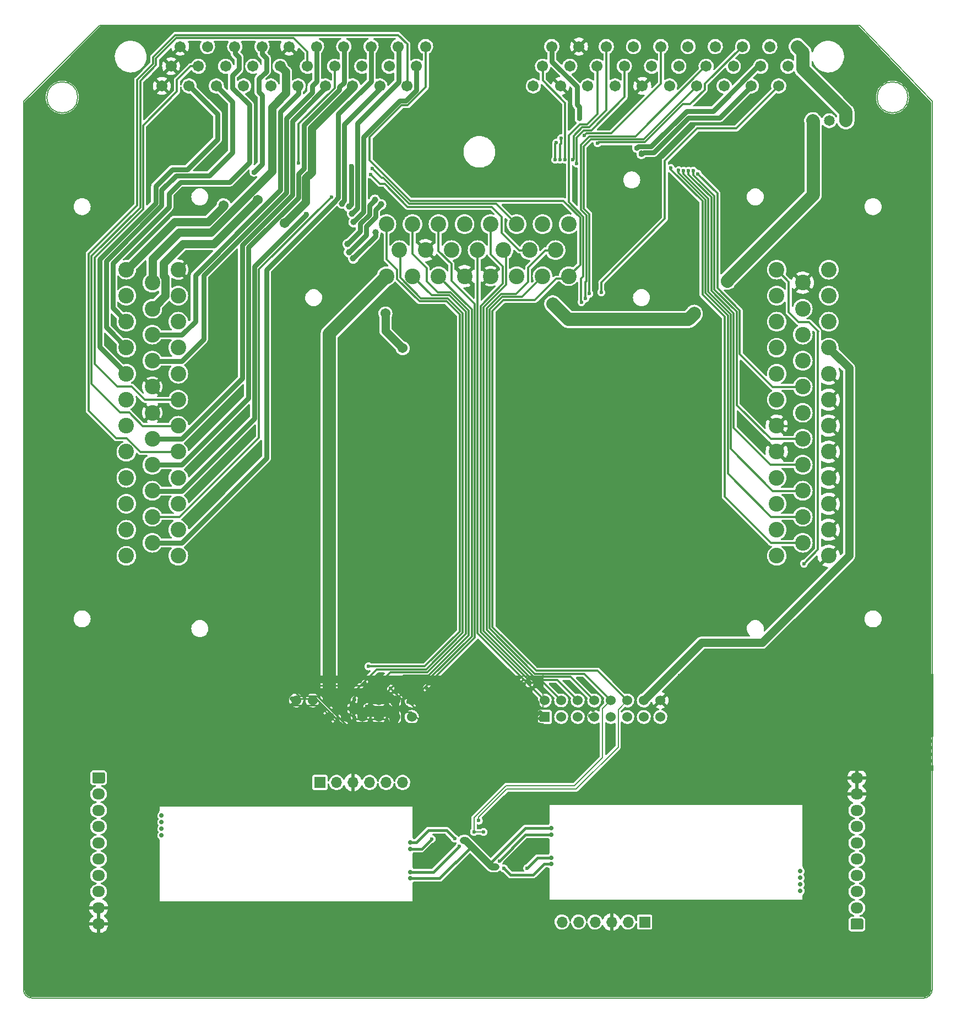
<source format=gbl>
G75*
G70*
%OFA0B0*%
%FSLAX25Y25*%
%IPPOS*%
%LPD*%
%AMOC8*
5,1,8,0,0,1.08239X$1,22.5*
%
%ADD10C,0.00787*%
%ADD11C,0.06750*%
%ADD12R,0.06000X0.06000*%
%ADD13C,0.06000*%
%ADD14C,0.06500*%
%ADD15C,0.09449*%
%ADD16C,0.02756*%
%ADD19R,0.00984X0.08858*%
%ADD20R,1.54528X0.00984*%
%ADD21R,0.00984X0.03740*%
%ADD23R,0.00984X0.12205*%
%ADD25R,0.06693X0.06693*%
%ADD26O,0.06693X0.06693*%
%ADD33C,0.02362*%
%ADD34O,0.07677X0.06693*%
%ADD35C,0.03110*%
%ADD36C,0.07874*%
%ADD37C,0.06070*%
%ADD38C,0.03937*%
%ADD39C,0.01200*%
%ADD40C,0.05000*%
%ADD41C,0.08000*%
%ADD42C,0.00800*%
%ADD43C,0.03000*%
%ADD44C,0.01600*%
%ADD65R,0.00984X0.38386*%
%ADD66R,0.00984X0.19882*%
%ADD67C,0.04200*%
%ADD68R,0.07500X0.07874*%
%ADD69O,0.07500X0.07874*%
%ADD77C,0.00984*%
X0000000Y0000000D02*
%LPD*%
G01*
D10*
X0000000Y0005000D02*
X0000000Y0542693D01*
X0505989Y0589000D02*
X0046272Y0589000D01*
X0046272Y0589000D02*
X0000000Y0542693D01*
X0550000Y0005000D02*
X0550000Y0542693D01*
X0545000Y0000000D02*
G75*
G03*
X0550000Y0005000I0000000J0005000D01*
G01*
X0032875Y0545250D02*
G75*
G03*
X0032875Y0545250I-009375J0000000D01*
G01*
X0505989Y0589000D02*
X0550000Y0542693D01*
X0000000Y0005000D02*
G75*
G03*
X0005000Y0000000I0005000J0000000D01*
G01*
X0545000Y0000000D02*
X0005000Y0000000D01*
X0535405Y0545250D02*
G75*
G03*
X0535405Y0545250I-009375J0000000D01*
G01*
D11*
X0468296Y0576019D03*
X0451797Y0576019D03*
X0435298Y0576019D03*
X0418799Y0576019D03*
X0402299Y0576019D03*
X0385800Y0576019D03*
X0369301Y0576019D03*
X0352802Y0576019D03*
X0336303Y0576019D03*
X0319803Y0576019D03*
X0243410Y0576019D03*
X0226910Y0576019D03*
X0210411Y0576019D03*
X0193912Y0576019D03*
X0177413Y0576019D03*
X0160914Y0576019D03*
X0144414Y0576019D03*
X0127915Y0576019D03*
X0111416Y0576019D03*
X0094917Y0576019D03*
X0462721Y0564110D03*
X0446222Y0564110D03*
X0429723Y0564110D03*
X0413224Y0564110D03*
X0396725Y0564110D03*
X0380225Y0564110D03*
X0363726Y0564110D03*
X0347227Y0564110D03*
X0330728Y0564110D03*
X0314229Y0564110D03*
X0237835Y0564110D03*
X0221336Y0564110D03*
X0204836Y0564110D03*
X0188337Y0564110D03*
X0171838Y0564110D03*
X0155339Y0564110D03*
X0138840Y0564110D03*
X0122340Y0564110D03*
X0105841Y0564110D03*
X0089342Y0564110D03*
X0457147Y0552200D03*
X0440647Y0552200D03*
X0424148Y0552200D03*
X0407649Y0552200D03*
X0391150Y0552200D03*
X0374651Y0552200D03*
X0358151Y0552200D03*
X0341652Y0552200D03*
X0325153Y0552200D03*
X0308654Y0552200D03*
X0232260Y0552200D03*
X0215761Y0552200D03*
X0199262Y0552200D03*
X0182762Y0552200D03*
X0166263Y0552200D03*
X0149764Y0552200D03*
X0133265Y0552200D03*
X0116766Y0552200D03*
X0100266Y0552200D03*
X0083767Y0552200D03*
D12*
X0315532Y0170160D03*
D13*
X0315532Y0180160D03*
X0325532Y0170160D03*
X0325532Y0180160D03*
X0335532Y0170160D03*
X0335532Y0180160D03*
X0345532Y0170160D03*
X0345532Y0180160D03*
X0355532Y0170160D03*
X0355532Y0180160D03*
X0365532Y0170160D03*
X0365532Y0180160D03*
X0375532Y0170160D03*
X0375532Y0180160D03*
X0385532Y0170160D03*
X0385532Y0180160D03*
D12*
X0165112Y0170160D03*
D13*
X0165112Y0180160D03*
X0175112Y0170160D03*
X0175112Y0180160D03*
X0185112Y0170160D03*
X0185112Y0180160D03*
X0195112Y0170160D03*
X0195112Y0180160D03*
X0205112Y0170160D03*
X0205112Y0180160D03*
X0215112Y0170160D03*
X0215112Y0180160D03*
X0225112Y0170160D03*
X0225112Y0180160D03*
X0235112Y0170160D03*
X0235112Y0180160D03*
D14*
X0497800Y0531110D03*
X0487800Y0531110D03*
X0477800Y0531110D03*
D15*
X0062280Y0440941D03*
X0062280Y0425193D03*
X0062280Y0409445D03*
X0062280Y0393697D03*
X0062280Y0377949D03*
X0062280Y0362201D03*
X0062280Y0346453D03*
X0062280Y0330705D03*
X0062280Y0314957D03*
X0062280Y0299209D03*
X0062280Y0283461D03*
X0062280Y0267713D03*
X0078028Y0433067D03*
X0078028Y0417319D03*
X0078028Y0401571D03*
X0078028Y0385823D03*
X0078028Y0370075D03*
X0078028Y0354327D03*
X0078028Y0338579D03*
X0078028Y0322831D03*
X0078028Y0307083D03*
X0078028Y0291335D03*
X0078028Y0275587D03*
X0093776Y0440941D03*
X0093776Y0425193D03*
X0093776Y0409445D03*
X0093776Y0393697D03*
X0093776Y0377949D03*
X0093776Y0362201D03*
X0093776Y0346453D03*
X0093776Y0330705D03*
X0093776Y0314957D03*
X0093776Y0299209D03*
X0093776Y0283461D03*
X0093776Y0267713D03*
X0329996Y0468500D03*
X0314248Y0468500D03*
X0298500Y0468500D03*
X0282752Y0468500D03*
X0267004Y0468500D03*
X0251256Y0468500D03*
X0235508Y0468500D03*
X0219760Y0468500D03*
X0322122Y0452752D03*
X0306374Y0452752D03*
X0290626Y0452752D03*
X0274878Y0452752D03*
X0259130Y0452752D03*
X0243382Y0452752D03*
X0227634Y0452752D03*
X0329996Y0437004D03*
X0314248Y0437004D03*
X0298500Y0437004D03*
X0282752Y0437004D03*
X0267004Y0437004D03*
X0251256Y0437004D03*
X0235508Y0437004D03*
X0219760Y0437004D03*
X0487477Y0267713D03*
X0487477Y0283461D03*
X0487477Y0299209D03*
X0487477Y0314957D03*
X0487477Y0330705D03*
X0487477Y0346453D03*
X0487477Y0362201D03*
X0487477Y0377949D03*
X0487477Y0393697D03*
X0487477Y0409445D03*
X0487477Y0425193D03*
X0487477Y0440941D03*
X0471729Y0275587D03*
X0471729Y0291335D03*
X0471729Y0307083D03*
X0471729Y0322831D03*
X0471729Y0338579D03*
X0471729Y0354327D03*
X0471729Y0370075D03*
X0471729Y0385823D03*
X0471729Y0401571D03*
X0471729Y0417319D03*
X0471729Y0433067D03*
X0455980Y0267713D03*
X0455980Y0283461D03*
X0455980Y0299209D03*
X0455980Y0314957D03*
X0455980Y0330705D03*
X0455980Y0346453D03*
X0455980Y0362201D03*
X0455980Y0377949D03*
X0455980Y0393697D03*
X0455980Y0409445D03*
X0455980Y0425193D03*
X0455980Y0440941D03*
D16*
X0470205Y0064894D03*
X0470205Y0068831D03*
X0470205Y0072768D03*
X0470205Y0076705D03*
D23*
X0318138Y0111547D03*
D65*
X0471681Y0098457D03*
D66*
X0318138Y0068536D03*
D20*
X0394910Y0059087D03*
D19*
X0318138Y0091961D03*
D20*
X0394910Y0117158D03*
D21*
X0471681Y0060465D03*
D16*
X0319614Y0102886D03*
X0319614Y0098949D03*
X0319614Y0084973D03*
X0319614Y0081036D03*
D25*
X0179500Y0130500D03*
D26*
X0189500Y0130500D03*
X0199500Y0130500D03*
X0209500Y0130500D03*
X0219500Y0130500D03*
X0229500Y0130500D03*
D33*
X0285956Y0079569D03*
X0288022Y0083014D03*
X0290975Y0078388D03*
X0304952Y0078683D03*
D16*
X0083630Y0110366D03*
X0083630Y0106429D03*
X0083630Y0102492D03*
X0083630Y0098555D03*
D20*
X0158925Y0058103D03*
D66*
X0235697Y0106725D03*
D20*
X0158925Y0116173D03*
D21*
X0082154Y0114795D03*
D23*
X0235697Y0063713D03*
D19*
X0235697Y0083299D03*
D65*
X0082154Y0076803D03*
D16*
X0234221Y0072374D03*
X0234221Y0076311D03*
X0234221Y0090288D03*
X0234221Y0094225D03*
G36*
G01*
X0042646Y0136669D02*
X0048354Y0136669D01*
G75*
G02*
X0049339Y0135685I0000000J-000984D01*
G01*
X0049339Y0130961D01*
G75*
G02*
X0048354Y0129977I-000984J0000000D01*
G01*
X0042646Y0129977D01*
G75*
G02*
X0041662Y0130961I0000000J0000984D01*
G01*
X0041662Y0135685D01*
G75*
G02*
X0042646Y0136669I0000984J0000000D01*
G01*
G37*
D34*
X0045500Y0123480D03*
X0045500Y0113638D03*
X0045500Y0103795D03*
X0045500Y0093953D03*
X0045500Y0084110D03*
X0045500Y0074268D03*
X0045500Y0064425D03*
X0045500Y0054583D03*
X0045500Y0044740D03*
D33*
X0266045Y0095416D03*
X0263978Y0091971D03*
X0261025Y0096597D03*
X0247049Y0096301D03*
D25*
X0376000Y0046000D03*
D26*
X0366000Y0046000D03*
X0356000Y0046000D03*
X0346000Y0046000D03*
X0336000Y0046000D03*
X0326000Y0046000D03*
G36*
G01*
X0507354Y0041394D02*
X0501646Y0041394D01*
G75*
G02*
X0500662Y0042378I0000000J0000984D01*
G01*
X0500662Y0047103D01*
G75*
G02*
X0501646Y0048087I0000984J0000000D01*
G01*
X0507354Y0048087D01*
G75*
G02*
X0508339Y0047103I0000000J-000984D01*
G01*
X0508339Y0042378D01*
G75*
G02*
X0507354Y0041394I-000984J0000000D01*
G01*
G37*
D34*
X0504500Y0054583D03*
X0504500Y0064425D03*
X0504500Y0074268D03*
X0504500Y0084110D03*
X0504500Y0093953D03*
X0504500Y0103795D03*
X0504500Y0113638D03*
X0504500Y0123480D03*
X0504500Y0133323D03*
D33*
X0159270Y0427440D03*
X0410780Y0385010D03*
X0467860Y0490590D03*
X0508700Y0280370D03*
X0100150Y0355210D03*
X0405410Y0466830D03*
X0136670Y0575780D03*
X0234380Y0244820D03*
X0256510Y0365550D03*
X0020970Y0230630D03*
X0347100Y0494190D03*
X0135900Y0493850D03*
X0244650Y0499300D03*
X0238400Y0293120D03*
X0072500Y0036500D03*
X0009000Y0325370D03*
X0355110Y0417200D03*
X0229010Y0215310D03*
X0043890Y0572720D03*
X0227000Y0411500D03*
X0322500Y0011500D03*
X0253250Y0156190D03*
X0418380Y0518250D03*
X0340350Y0233420D03*
X0094940Y0222150D03*
X0525460Y0469090D03*
X0512050Y0382990D03*
X0425740Y0506090D03*
X0278320Y0531220D03*
X0220290Y0307200D03*
X0526230Y0515580D03*
X0232040Y0156190D03*
X0329620Y0399090D03*
X0376570Y0403110D03*
X0122950Y0357890D03*
X0272500Y0036500D03*
X0024500Y0263500D03*
X0350630Y0463180D03*
X0046480Y0307800D03*
X0219190Y0571970D03*
X0218280Y0387020D03*
X0378020Y0573070D03*
X0050240Y0529170D03*
X0495760Y0583960D03*
X0263640Y0192280D03*
X0535980Y0527630D03*
X0333680Y0491970D03*
X0330310Y0458840D03*
X0372500Y0036500D03*
X0306620Y0461980D03*
X0058970Y0489640D03*
X0360470Y0197870D03*
X0162010Y0289330D03*
X0449120Y0517060D03*
X0424860Y0199890D03*
X0391990Y0458780D03*
X0199500Y0260250D03*
X0372500Y0136500D03*
X0286700Y0160430D03*
X0294070Y0376960D03*
X0213580Y0283730D03*
X0501250Y0493630D03*
X0204860Y0218000D03*
X0204860Y0328660D03*
X0420840Y0277020D03*
X0331450Y0161840D03*
X0326940Y0362200D03*
X0185830Y0572450D03*
X0113980Y0411430D03*
X0052540Y0197180D03*
X0099650Y0535840D03*
X0379250Y0272320D03*
X0116140Y0203300D03*
X0422500Y0136500D03*
X0165820Y0210540D03*
X0405890Y0159490D03*
X0146460Y0242440D03*
X0528150Y0209950D03*
X0533520Y0267630D03*
X0009000Y0409010D03*
X0497390Y0550580D03*
X0214250Y0246170D03*
X0127350Y0331080D03*
X0448970Y0504120D03*
X0449680Y0233420D03*
X0119900Y0382470D03*
X0250470Y0228730D03*
X0181227Y0468945D03*
X0247500Y0136500D03*
X0257850Y0327320D03*
X0287020Y0546660D03*
X0139380Y0295600D03*
X0039900Y0486660D03*
X0375900Y0199220D03*
X0022500Y0011500D03*
X0243100Y0362870D03*
X0119810Y0575850D03*
X0097500Y0136500D03*
X0152000Y0420500D03*
X0263460Y0546330D03*
X0009000Y0366140D03*
X0046890Y0165140D03*
X0015320Y0161840D03*
X0181870Y0416330D03*
X0361250Y0573530D03*
X0267710Y0561380D03*
X0082220Y0161840D03*
X0472500Y0036500D03*
X0203350Y0433100D03*
X0202750Y0571970D03*
X0126390Y0314610D03*
X0464350Y0583960D03*
X0297500Y0136500D03*
X0239070Y0329340D03*
X0328020Y0572760D03*
X0422500Y0011500D03*
X0022500Y0061500D03*
X0125630Y0344290D03*
X0287020Y0579120D03*
X0222500Y0011500D03*
X0331630Y0315250D03*
X0049360Y0320250D03*
X0364500Y0356830D03*
X0290050Y0301170D03*
X0168720Y0320630D03*
X0368520Y0303180D03*
X0289370Y0232080D03*
X0345560Y0572600D03*
X0508030Y0439330D03*
X0224700Y0518930D03*
X0043040Y0295540D03*
X0254660Y0175980D03*
X0047360Y0233460D03*
X0332097Y0536975D03*
X0009000Y0500500D03*
X0172500Y0036500D03*
X0191388Y0155833D03*
X0122500Y0011500D03*
X0456490Y0535210D03*
X0223640Y0348790D03*
X0202180Y0382320D03*
X0470180Y0456020D03*
X0312000Y0092500D03*
X0411090Y0573690D03*
X0260010Y0581300D03*
X0208220Y0362200D03*
X0111600Y0526420D03*
X0244010Y0521330D03*
X0380590Y0242810D03*
X0159280Y0265890D03*
X0011080Y0265020D03*
X0387980Y0374270D03*
X0100540Y0370530D03*
X0313270Y0532500D03*
X0394940Y0572760D03*
X0009000Y0474080D03*
X0363820Y0440000D03*
X0478520Y0172390D03*
X0147500Y0136500D03*
X0309310Y0164670D03*
X0016260Y0192940D03*
X0356000Y0161000D03*
X0414850Y0189170D03*
X0514740Y0171720D03*
X0077380Y0579910D03*
X0304130Y0213300D03*
X0133272Y0158000D03*
D35*
X0477601Y0348311D03*
D33*
X0368700Y0482810D03*
X0165050Y0380180D03*
X0522500Y0011500D03*
X0495290Y0245500D03*
X0331630Y0209280D03*
X0322850Y0443390D03*
X0052410Y0551170D03*
X0353380Y0480450D03*
X0532850Y0311900D03*
X0240000Y0083500D03*
X0252490Y0270310D03*
X0113670Y0505040D03*
X0122270Y0163730D03*
X0472500Y0136500D03*
X0096440Y0505730D03*
X0402000Y0437500D03*
X0148500Y0172500D03*
X0163740Y0348440D03*
X0292060Y0338050D03*
X0429560Y0250190D03*
X0279200Y0207140D03*
X0139777Y0545500D03*
X0200840Y0300490D03*
X0411450Y0332020D03*
X0465770Y0246840D03*
X0532180Y0409150D03*
X0239740Y0267630D03*
X0272090Y0178800D03*
X0018980Y0528720D03*
X0324250Y0265620D03*
X0269220Y0497070D03*
X0288030Y0261590D03*
X0075150Y0245710D03*
X0242420Y0383660D03*
X0534190Y0351470D03*
X0437600Y0173060D03*
X0051080Y0334990D03*
X0510710Y0336710D03*
X0298500Y0447190D03*
X0297810Y0562690D03*
X0085050Y0188700D03*
X0403400Y0303850D03*
X0471810Y0221350D03*
X0086090Y0520210D03*
X0399370Y0221350D03*
X0444160Y0572600D03*
X0132630Y0187280D03*
X0184930Y0427630D03*
X0022500Y0111500D03*
X0296670Y0507600D03*
X0009000Y0446700D03*
X0206600Y0156190D03*
X0298000Y0181630D03*
X0119740Y0265070D03*
D36*
X0406000Y0414500D03*
X0426000Y0434000D03*
X0320390Y0420200D03*
D33*
X0275651Y0107367D03*
X0332596Y0507559D03*
X0272736Y0100500D03*
X0278517Y0100500D03*
X0339560Y0522160D03*
X0325455Y0520500D03*
X0324872Y0507559D03*
X0210128Y0498620D03*
X0208860Y0200720D03*
X0347500Y0517481D03*
X0321910Y0507559D03*
X0322646Y0517895D03*
X0211020Y0502110D03*
X0327834Y0507559D03*
X0334959Y0505200D03*
X0472500Y0263000D03*
X0408190Y0499001D03*
X0405503Y0500801D03*
X0402541Y0500801D03*
X0399579Y0500801D03*
X0396626Y0501039D03*
X0391864Y0502442D03*
X0349790Y0427230D03*
X0342586Y0426406D03*
X0340207Y0423545D03*
X0337737Y0421323D03*
X0186353Y0484847D03*
X0166500Y0505500D03*
D35*
X0171220Y0474390D03*
X0139500Y0500000D03*
D37*
X0158161Y0469160D03*
X0141806Y0483225D03*
D38*
X0192948Y0480974D03*
X0197102Y0479149D03*
D35*
X0198578Y0503545D03*
D38*
X0198902Y0474985D03*
X0199859Y0469765D03*
X0212740Y0483240D03*
X0196283Y0456458D03*
D35*
X0336440Y0532390D03*
D38*
X0197080Y0451501D03*
D35*
X0371151Y0514495D03*
D38*
X0216487Y0480513D03*
D35*
X0373930Y0510699D03*
D38*
X0199634Y0447751D03*
X0213000Y0463610D03*
D37*
X0229560Y0393440D03*
X0219120Y0414440D03*
X0121170Y0479941D03*
D39*
X0475633Y0346343D02*
X0456032Y0346343D01*
X0477601Y0348311D02*
X0475633Y0346343D01*
X0259000Y0434230D02*
X0273129Y0420101D01*
X0273129Y0420101D02*
X0273129Y0218177D01*
X0251307Y0468390D02*
X0251307Y0452154D01*
X0251307Y0452154D02*
X0259000Y0444461D01*
X0259000Y0444461D02*
X0259000Y0434230D01*
X0273129Y0218177D02*
X0235112Y0180160D01*
X0269529Y0219669D02*
X0245161Y0195300D01*
X0269529Y0416126D02*
X0269529Y0219669D01*
X0244000Y0434000D02*
X0250770Y0427230D01*
X0235559Y0468390D02*
X0235559Y0450441D01*
X0245161Y0195300D02*
X0230252Y0195300D01*
X0235559Y0450441D02*
X0244000Y0442000D01*
X0244000Y0442000D02*
X0244000Y0434000D01*
X0258425Y0427230D02*
X0269529Y0416126D01*
X0250770Y0427230D02*
X0258425Y0427230D01*
X0230252Y0195300D02*
X0215112Y0180160D01*
D41*
X0478110Y0530800D02*
X0478110Y0486337D01*
X0185112Y0402112D02*
X0219811Y0436811D01*
X0406000Y0414500D02*
X0406000Y0414180D01*
X0329771Y0410819D02*
X0387171Y0410819D01*
X0320390Y0420200D02*
X0329771Y0410819D01*
X0402639Y0410819D02*
X0395251Y0410819D01*
X0402249Y0410819D02*
X0395251Y0410819D01*
X0219811Y0436811D02*
X0219811Y0436894D01*
X0426000Y0434227D02*
X0426000Y0434000D01*
X0185112Y0180160D02*
X0185112Y0402112D01*
X0395251Y0410819D02*
X0387171Y0410819D01*
X0406000Y0414180D02*
X0402639Y0410819D01*
X0477800Y0531110D02*
X0478110Y0530800D01*
X0478110Y0486337D02*
X0426000Y0434227D01*
D39*
X0283929Y0224491D02*
X0310370Y0198050D01*
X0337000Y0444008D02*
X0328492Y0435500D01*
X0232624Y0540510D02*
X0228853Y0540510D01*
X0326910Y0482590D02*
X0327500Y0482000D01*
D42*
X0360000Y0174629D02*
X0365532Y0180160D01*
D39*
X0327500Y0482000D02*
X0327500Y0481871D01*
X0337000Y0472371D02*
X0337000Y0444008D01*
D42*
X0334500Y0126500D02*
X0360000Y0152000D01*
D39*
X0209547Y0507183D02*
X0234140Y0482590D01*
X0209547Y0521204D02*
X0209547Y0507183D01*
X0309582Y0422582D02*
X0290639Y0422582D01*
X0328492Y0435500D02*
X0322500Y0435500D01*
X0327500Y0481871D02*
X0337000Y0472371D01*
X0228853Y0540510D02*
X0209547Y0521204D01*
X0290553Y0422640D02*
X0283929Y0416017D01*
D42*
X0275651Y0109651D02*
X0292500Y0126500D01*
D39*
X0322500Y0435500D02*
X0309582Y0422582D01*
X0310370Y0198050D02*
X0347641Y0198050D01*
D42*
X0275651Y0107367D02*
X0275651Y0109651D01*
X0292500Y0126500D02*
X0334500Y0126500D01*
D39*
X0234140Y0482590D02*
X0326910Y0482590D01*
X0243543Y0576019D02*
X0243543Y0551428D01*
X0243543Y0551428D02*
X0232624Y0540510D01*
X0347641Y0198050D02*
X0365532Y0180160D01*
D42*
X0360000Y0152000D02*
X0360000Y0174629D01*
D39*
X0283929Y0416017D02*
X0283929Y0224491D01*
D42*
X0350500Y0175129D02*
X0355532Y0180160D01*
X0350500Y0145500D02*
X0350500Y0175129D01*
X0292000Y0128500D02*
X0333500Y0128500D01*
D39*
X0338060Y0527060D02*
X0333000Y0522000D01*
X0333000Y0522000D02*
X0333000Y0507963D01*
X0282129Y0416763D02*
X0282129Y0223745D01*
X0301729Y0424440D02*
X0301787Y0424382D01*
X0352935Y0551435D02*
X0352935Y0537435D01*
X0352935Y0537435D02*
X0342559Y0527059D01*
X0339442Y0196250D02*
X0355532Y0180160D01*
X0352935Y0551435D02*
X0352935Y0550779D01*
X0282129Y0223745D02*
X0309624Y0196250D01*
D42*
X0272736Y0109236D02*
X0292000Y0128500D01*
X0278517Y0100500D02*
X0272736Y0100500D01*
D39*
X0314299Y0436894D02*
X0301787Y0424382D01*
X0338391Y0527060D02*
X0338060Y0527060D01*
D42*
X0272736Y0100500D02*
X0272736Y0109236D01*
D39*
X0289807Y0424440D02*
X0301729Y0424440D01*
X0289807Y0424440D02*
X0282129Y0416763D01*
D42*
X0333500Y0128500D02*
X0350500Y0145500D01*
D39*
X0333000Y0507963D02*
X0332596Y0507559D01*
X0352935Y0576019D02*
X0352935Y0551435D01*
X0309624Y0196250D02*
X0339442Y0196250D01*
X0342559Y0527059D02*
X0338059Y0527059D01*
X0274929Y0220763D02*
X0315532Y0180160D01*
X0274929Y0452642D02*
X0274929Y0220763D01*
X0282803Y0468390D02*
X0282803Y0450197D01*
X0290202Y0432472D02*
X0276729Y0418999D01*
X0276729Y0221508D02*
X0307387Y0190850D01*
X0290202Y0442798D02*
X0290202Y0432472D01*
X0314842Y0190850D02*
X0325532Y0180160D01*
X0276729Y0418999D02*
X0276729Y0221508D01*
X0307387Y0190850D02*
X0314842Y0190850D01*
X0282803Y0450197D02*
X0290202Y0442798D01*
X0305500Y0442262D02*
X0305500Y0433500D01*
X0305500Y0433500D02*
X0298240Y0426240D01*
X0322173Y0452642D02*
X0315880Y0452642D01*
X0280329Y0417508D02*
X0280329Y0222999D01*
X0289061Y0426240D02*
X0280329Y0417508D01*
X0308878Y0194450D02*
X0331242Y0194450D01*
X0280329Y0222999D02*
X0308878Y0194450D01*
X0298240Y0426240D02*
X0289061Y0426240D01*
X0331242Y0194450D02*
X0345532Y0180160D01*
X0315880Y0452642D02*
X0305500Y0442262D01*
X0257680Y0425430D02*
X0267729Y0415381D01*
X0235559Y0436894D02*
X0247023Y0425430D01*
X0222052Y0197100D02*
X0205112Y0180160D01*
X0267729Y0415381D02*
X0267729Y0220414D01*
X0247023Y0425430D02*
X0257680Y0425430D01*
X0267729Y0220414D02*
X0244415Y0197100D01*
X0244415Y0197100D02*
X0222052Y0197100D01*
X0245906Y0193500D02*
X0238452Y0193500D01*
X0238452Y0193500D02*
X0225112Y0180160D01*
X0271329Y0416872D02*
X0271329Y0218923D01*
X0271329Y0218923D02*
X0245906Y0193500D01*
X0251307Y0436894D02*
X0271329Y0416872D01*
X0265929Y0414635D02*
X0265929Y0221160D01*
X0228000Y0436091D02*
X0240461Y0423630D01*
X0213852Y0198900D02*
X0195112Y0180160D01*
X0265929Y0221160D02*
X0243670Y0198900D01*
X0227685Y0452642D02*
X0228000Y0452327D01*
X0243670Y0198900D02*
X0213852Y0198900D01*
X0240461Y0423630D02*
X0256934Y0423630D01*
X0228000Y0452327D02*
X0228000Y0436091D01*
X0256934Y0423630D02*
X0265929Y0414635D01*
X0340860Y0523460D02*
X0339560Y0522160D01*
X0340860Y0523460D02*
X0355826Y0523460D01*
X0385933Y0576019D02*
X0385933Y0553567D01*
X0325455Y0520500D02*
X0325455Y0517340D01*
X0325455Y0517340D02*
X0324872Y0516757D01*
X0324872Y0516757D02*
X0324872Y0507559D01*
X0355826Y0523460D02*
X0385933Y0553567D01*
X0292000Y0431725D02*
X0278529Y0418254D01*
X0323042Y0192650D02*
X0335532Y0180160D01*
X0278529Y0222254D02*
X0308133Y0192650D01*
X0292000Y0451319D02*
X0292000Y0431725D01*
X0308133Y0192650D02*
X0323042Y0192650D01*
X0278529Y0418254D02*
X0278529Y0222254D01*
X0290677Y0452642D02*
X0292000Y0451319D01*
X0218699Y0492940D02*
X0232649Y0478990D01*
X0232649Y0478990D02*
X0283510Y0478990D01*
X0289500Y0463274D02*
X0300132Y0452642D01*
X0300132Y0452642D02*
X0306425Y0452642D01*
X0289500Y0473000D02*
X0289500Y0463274D01*
X0215808Y0492940D02*
X0218699Y0492940D01*
X0283510Y0478990D02*
X0289500Y0473000D01*
X0210128Y0498620D02*
X0215808Y0492940D01*
X0264129Y0221905D02*
X0242924Y0200700D01*
X0256189Y0421830D02*
X0264129Y0413889D01*
X0264129Y0413889D02*
X0264129Y0221905D01*
X0226202Y0440798D02*
X0226202Y0435343D01*
X0219811Y0447189D02*
X0226202Y0440798D01*
X0239715Y0421830D02*
X0256189Y0421830D01*
X0219811Y0468390D02*
X0219811Y0447189D01*
X0242924Y0200700D02*
X0208880Y0200700D01*
X0208880Y0200700D02*
X0208860Y0200720D01*
X0226202Y0435343D02*
X0239715Y0421830D01*
X0348834Y0518060D02*
X0348550Y0517776D01*
X0376188Y0518060D02*
X0399178Y0541050D01*
X0412357Y0553382D02*
X0434995Y0576019D01*
X0434995Y0576019D02*
X0435431Y0576019D01*
X0399178Y0541050D02*
X0403403Y0541050D01*
X0348079Y0518060D02*
X0348834Y0518060D01*
X0365070Y0518060D02*
X0376188Y0518060D01*
X0412357Y0550004D02*
X0412357Y0553382D01*
X0321910Y0517160D02*
X0322646Y0517895D01*
X0348834Y0518060D02*
X0365070Y0518060D01*
X0321910Y0507559D02*
X0321910Y0517160D01*
X0403403Y0541050D02*
X0412357Y0550004D01*
X0347500Y0517481D02*
X0348079Y0518060D01*
X0365070Y0518060D02*
X0365070Y0518060D01*
X0211020Y0502110D02*
X0216763Y0496367D01*
X0233395Y0480790D02*
X0217817Y0496367D01*
X0216763Y0496367D02*
X0217817Y0496367D01*
X0298551Y0468390D02*
X0286151Y0480790D01*
X0286151Y0480790D02*
X0233395Y0480790D01*
X0314362Y0555466D02*
X0314362Y0564110D01*
X0327834Y0541993D02*
X0314362Y0555466D01*
X0327834Y0507559D02*
X0327834Y0541993D01*
X0343740Y0525260D02*
X0339296Y0525260D01*
X0334978Y0520942D02*
X0334978Y0505219D01*
X0363859Y0554471D02*
X0363859Y0545380D01*
X0363859Y0545380D02*
X0343740Y0525260D01*
X0339296Y0525260D02*
X0334978Y0520942D01*
X0363859Y0564110D02*
X0363859Y0554471D01*
X0334978Y0505219D02*
X0334959Y0505200D01*
X0480954Y0271454D02*
X0480954Y0403537D01*
X0481000Y0403583D02*
X0475401Y0409182D01*
X0469318Y0409182D02*
X0463221Y0415279D01*
X0475401Y0409182D02*
X0469318Y0409182D01*
X0472500Y0263000D02*
X0480954Y0271454D01*
X0463221Y0415279D02*
X0463221Y0433641D01*
X0480954Y0403537D02*
X0481000Y0403583D01*
X0463221Y0433641D02*
X0456032Y0440831D01*
D40*
X0410462Y0215090D02*
X0375532Y0180160D01*
X0499746Y0381369D02*
X0499746Y0267758D01*
X0487528Y0393587D02*
X0499746Y0381369D01*
X0499746Y0267758D02*
X0447077Y0215090D01*
X0447077Y0215090D02*
X0410462Y0215090D01*
D39*
X0419991Y0429724D02*
X0419991Y0487200D01*
X0433580Y0416135D02*
X0419991Y0429724D01*
X0433580Y0389716D02*
X0433580Y0416135D01*
X0471780Y0369965D02*
X0453332Y0369965D01*
X0453332Y0369965D02*
X0433580Y0389716D01*
X0419991Y0487200D02*
X0408190Y0499001D01*
X0418193Y0428979D02*
X0431780Y0415392D01*
X0431780Y0359016D02*
X0452327Y0338469D01*
X0405503Y0500801D02*
X0405503Y0498164D01*
X0418193Y0485474D02*
X0418193Y0428979D01*
X0431780Y0415392D02*
X0431780Y0359016D01*
X0405503Y0498164D02*
X0418193Y0485474D01*
X0452327Y0338469D02*
X0471780Y0338469D01*
X0402541Y0500801D02*
X0402541Y0498580D01*
X0406431Y0494690D02*
X0406431Y0494687D01*
X0452260Y0322821D02*
X0471780Y0322821D01*
X0416394Y0484724D02*
X0416394Y0428235D01*
X0429980Y0414649D02*
X0429980Y0345101D01*
X0406431Y0494687D02*
X0416394Y0484724D01*
X0416394Y0428235D02*
X0429980Y0414649D01*
X0429980Y0345101D02*
X0452260Y0322821D01*
X0402541Y0498580D02*
X0406431Y0494690D01*
X0414596Y0483979D02*
X0414596Y0427490D01*
X0399579Y0498997D02*
X0414596Y0483979D01*
X0428180Y0332361D02*
X0453569Y0306973D01*
X0453569Y0306973D02*
X0471780Y0306973D01*
X0428180Y0413906D02*
X0428180Y0332361D01*
X0414596Y0427490D02*
X0428180Y0413906D01*
X0399579Y0500801D02*
X0399579Y0498997D01*
X0412798Y0483196D02*
X0412798Y0426745D01*
X0426380Y0413163D02*
X0426380Y0317476D01*
X0426380Y0317476D02*
X0452632Y0291225D01*
X0396626Y0499368D02*
X0412798Y0483196D01*
X0412798Y0426745D02*
X0426380Y0413163D01*
X0452632Y0291225D02*
X0471780Y0291225D01*
X0396626Y0501039D02*
X0396626Y0499368D01*
X0452648Y0275477D02*
X0471780Y0275477D01*
X0411000Y0426000D02*
X0424580Y0412420D01*
X0391864Y0502442D02*
X0391864Y0501585D01*
X0411000Y0482449D02*
X0411000Y0426000D01*
X0424580Y0303545D02*
X0452648Y0275477D01*
X0391864Y0501585D02*
X0411000Y0482449D01*
X0424580Y0412420D02*
X0424580Y0303545D01*
X0407795Y0526450D02*
X0388260Y0506916D01*
X0388260Y0471710D02*
X0349790Y0433240D01*
X0388260Y0482420D02*
X0388260Y0471710D01*
X0388260Y0506916D02*
X0388260Y0482420D01*
X0429846Y0526450D02*
X0407795Y0526450D01*
X0431530Y0526450D02*
X0429846Y0526450D01*
X0457280Y0552200D02*
X0431530Y0526450D01*
X0349790Y0433240D02*
X0349790Y0427230D01*
X0407782Y0552200D02*
X0375442Y0519860D01*
X0339140Y0515671D02*
X0339140Y0477860D01*
X0375442Y0519860D02*
X0364080Y0519860D01*
X0364080Y0519860D02*
X0343330Y0519860D01*
X0339140Y0477860D02*
X0342500Y0474500D01*
X0342500Y0474500D02*
X0342500Y0426680D01*
X0364080Y0519860D02*
X0364080Y0519860D01*
X0343330Y0519860D02*
X0339140Y0515671D01*
X0340702Y0473755D02*
X0337340Y0477117D01*
X0412920Y0564110D02*
X0413357Y0564110D01*
X0340207Y0433505D02*
X0340702Y0434000D01*
X0337340Y0477117D02*
X0337340Y0516416D01*
X0340702Y0434000D02*
X0340702Y0473755D01*
X0370471Y0521660D02*
X0412920Y0564110D01*
X0337340Y0516416D02*
X0342584Y0521660D01*
X0342584Y0521660D02*
X0370471Y0521660D01*
X0340207Y0423545D02*
X0340207Y0433505D01*
X0347360Y0535081D02*
X0341140Y0528860D01*
X0337500Y0435400D02*
X0337500Y0421560D01*
X0338904Y0473011D02*
X0338904Y0436804D01*
X0330159Y0522309D02*
X0330159Y0508759D01*
X0330215Y0481699D02*
X0338904Y0473011D01*
X0336710Y0528860D02*
X0330159Y0522309D01*
X0347360Y0564110D02*
X0347360Y0535081D01*
X0337500Y0421560D02*
X0337737Y0421323D01*
X0330215Y0508702D02*
X0330215Y0481699D01*
X0341140Y0528860D02*
X0336710Y0528860D01*
X0338904Y0436804D02*
X0337500Y0435400D01*
X0330159Y0508759D02*
X0330215Y0508702D01*
X0039500Y0355500D02*
X0056000Y0339000D01*
X0070835Y0330595D02*
X0093969Y0330595D01*
X0056000Y0339000D02*
X0062429Y0339000D01*
X0068878Y0479950D02*
X0039500Y0450572D01*
X0068878Y0555878D02*
X0068878Y0479950D01*
X0232393Y0552200D02*
X0232393Y0551687D01*
X0232393Y0552200D02*
X0232393Y0577440D01*
X0078500Y0569674D02*
X0078500Y0565500D01*
X0078500Y0565500D02*
X0068878Y0555878D01*
X0091820Y0582994D02*
X0078500Y0569674D01*
X0232393Y0577440D02*
X0226839Y0582994D01*
X0062429Y0339000D02*
X0070835Y0330595D01*
X0039500Y0450572D02*
X0039500Y0355500D01*
X0226839Y0582994D02*
X0091820Y0582994D01*
X0041298Y0371702D02*
X0041298Y0449298D01*
X0070678Y0478678D02*
X0070678Y0555135D01*
X0070678Y0555135D02*
X0080298Y0564755D01*
X0171971Y0564110D02*
X0171971Y0572754D01*
X0041298Y0449298D02*
X0070678Y0478678D01*
X0080298Y0564755D02*
X0080298Y0568929D01*
X0080298Y0568929D02*
X0092563Y0581194D01*
X0093969Y0346343D02*
X0072188Y0346343D01*
X0171971Y0572754D02*
X0163531Y0581194D01*
X0058500Y0354500D02*
X0041298Y0371702D01*
X0092563Y0581194D02*
X0098618Y0581194D01*
X0064030Y0354500D02*
X0058500Y0354500D01*
X0163531Y0581194D02*
X0092566Y0581194D01*
X0072188Y0346343D02*
X0064030Y0354500D01*
X0073610Y0362091D02*
X0065610Y0370090D01*
X0092940Y0548790D02*
X0092940Y0555849D01*
X0092940Y0555849D02*
X0101201Y0564110D01*
X0056910Y0370090D02*
X0043096Y0383904D01*
X0072478Y0528328D02*
X0092940Y0548790D01*
X0043096Y0383904D02*
X0043096Y0448096D01*
X0072478Y0477478D02*
X0072478Y0528328D01*
X0043096Y0448096D02*
X0072478Y0477478D01*
X0101201Y0564110D02*
X0105974Y0564110D01*
X0065610Y0370090D02*
X0056910Y0370090D01*
X0093969Y0362091D02*
X0073610Y0362091D01*
D43*
X0078221Y0275477D02*
X0095789Y0275477D01*
X0190647Y0484424D02*
X0190647Y0535056D01*
X0147050Y0440830D02*
X0188000Y0481780D01*
X0190647Y0535056D02*
X0210544Y0554954D01*
X0095789Y0275477D02*
X0147050Y0326738D01*
X0147050Y0326738D02*
X0147050Y0440830D01*
X0210544Y0554954D02*
X0210544Y0576019D01*
X0187723Y0481500D02*
X0190647Y0484424D01*
D39*
X0166500Y0529034D02*
X0188470Y0551004D01*
X0142550Y0339318D02*
X0142550Y0441050D01*
X0078221Y0291225D02*
X0094457Y0291225D01*
X0094457Y0291225D02*
X0142550Y0339318D01*
X0166500Y0505500D02*
X0166500Y0529034D01*
X0188470Y0551004D02*
X0188470Y0564110D01*
X0186347Y0484847D02*
X0186353Y0484847D01*
X0142550Y0441050D02*
X0186347Y0484847D01*
D43*
X0171220Y0474355D02*
X0139850Y0442985D01*
X0144547Y0571453D02*
X0144547Y0576019D01*
X0142500Y0556500D02*
X0147000Y0561000D01*
X0095881Y0306973D02*
X0078221Y0306973D01*
X0142500Y0548606D02*
X0142500Y0556500D01*
X0144500Y0505000D02*
X0144500Y0546606D01*
X0144500Y0546606D02*
X0142500Y0548606D01*
X0171220Y0474390D02*
X0171220Y0474355D01*
X0147000Y0569000D02*
X0144547Y0571453D01*
X0139850Y0442985D02*
X0139850Y0350942D01*
X0139500Y0500000D02*
X0144500Y0505000D01*
X0139850Y0350942D02*
X0095881Y0306973D01*
X0147000Y0561000D02*
X0147000Y0569000D01*
X0166367Y0498947D02*
X0169779Y0502359D01*
X0169779Y0528495D02*
X0191170Y0549886D01*
X0136250Y0363182D02*
X0136250Y0454514D01*
X0078221Y0322821D02*
X0095889Y0322821D01*
X0191170Y0551390D02*
X0194045Y0554265D01*
X0166367Y0484631D02*
X0166367Y0498947D01*
X0136250Y0454514D02*
X0166367Y0484631D01*
X0194045Y0554265D02*
X0194045Y0576019D01*
X0191170Y0549886D02*
X0191170Y0551390D01*
X0095889Y0322821D02*
X0136250Y0363182D01*
X0169779Y0502359D02*
X0169779Y0528495D01*
X0095789Y0338469D02*
X0132650Y0375330D01*
X0132650Y0456002D02*
X0162696Y0486049D01*
X0132650Y0375330D02*
X0132650Y0456002D01*
X0162696Y0486049D02*
X0162696Y0530999D01*
X0078221Y0338469D02*
X0095789Y0338469D01*
X0182895Y0551198D02*
X0182895Y0552200D01*
X0162696Y0530999D02*
X0182895Y0551198D01*
X0095689Y0385613D02*
X0109000Y0398924D01*
X0174671Y0552079D02*
X0177546Y0554954D01*
X0159098Y0487542D02*
X0159098Y0532492D01*
X0109000Y0437444D02*
X0159098Y0487542D01*
X0109000Y0398924D02*
X0109000Y0437444D01*
X0159098Y0532492D02*
X0174671Y0548065D01*
X0174671Y0548065D02*
X0174671Y0552079D01*
X0078221Y0385613D02*
X0095689Y0385613D01*
X0177546Y0554954D02*
X0177546Y0576019D01*
X0142901Y0476432D02*
X0142901Y0476435D01*
X0104000Y0409672D02*
X0104000Y0437532D01*
X0104000Y0437532D02*
X0142901Y0476432D01*
X0166396Y0547427D02*
X0166396Y0552200D01*
X0095789Y0401461D02*
X0104000Y0409672D01*
X0155500Y0536531D02*
X0166396Y0547427D01*
X0142901Y0476435D02*
X0155500Y0489035D01*
X0155500Y0489035D02*
X0155500Y0536531D01*
X0078221Y0401461D02*
X0095789Y0401461D01*
D40*
X0096500Y0456500D02*
X0115081Y0456500D01*
X0115081Y0456500D02*
X0141806Y0483225D01*
X0085850Y0425142D02*
X0085850Y0436307D01*
X0158161Y0469160D02*
X0170965Y0481964D01*
X0078028Y0417319D02*
X0085850Y0425142D01*
X0174377Y0526587D02*
X0199395Y0551605D01*
X0084829Y0444829D02*
X0096500Y0456500D01*
X0174377Y0499965D02*
X0174377Y0526587D01*
X0199395Y0551605D02*
X0199395Y0552200D01*
X0084829Y0437329D02*
X0084829Y0444829D01*
X0170965Y0481964D02*
X0170965Y0496553D01*
X0085850Y0436307D02*
X0084829Y0437329D01*
X0170965Y0496553D02*
X0174377Y0499965D01*
X0078028Y0447528D02*
X0078028Y0433067D01*
X0113405Y0463500D02*
X0094000Y0463500D01*
X0158847Y0560735D02*
X0158847Y0547847D01*
X0150350Y0539350D02*
X0150350Y0500445D01*
X0150350Y0500445D02*
X0113405Y0463500D01*
X0094000Y0463500D02*
X0078028Y0447528D01*
X0158847Y0547847D02*
X0150350Y0539350D01*
X0155472Y0564110D02*
X0158847Y0560735D01*
D43*
X0192948Y0480974D02*
X0192910Y0481012D01*
X0192910Y0481599D02*
X0194247Y0482936D01*
X0192910Y0481012D02*
X0192910Y0481599D01*
X0194247Y0482936D02*
X0194247Y0528767D01*
X0215894Y0550414D02*
X0215894Y0552200D01*
X0194247Y0528767D02*
X0215894Y0550414D01*
X0198610Y0480658D02*
X0197102Y0479149D01*
X0198578Y0503545D02*
X0198610Y0503513D01*
X0198610Y0503513D02*
X0198610Y0480658D01*
X0202263Y0478346D02*
X0202263Y0529613D01*
X0202263Y0529613D02*
X0227043Y0554393D01*
X0227043Y0554393D02*
X0227043Y0576019D01*
X0198902Y0474985D02*
X0202263Y0478346D01*
X0227735Y0543210D02*
X0231506Y0543210D01*
X0205861Y0475768D02*
X0205861Y0521337D01*
X0205861Y0521337D02*
X0227735Y0543210D01*
X0237968Y0549672D02*
X0237968Y0564110D01*
X0231506Y0543210D02*
X0237968Y0549672D01*
X0199859Y0469765D02*
X0205861Y0475768D01*
X0209500Y0480000D02*
X0212740Y0483240D01*
X0335000Y0540986D02*
X0335000Y0551867D01*
X0203927Y0464102D02*
X0203927Y0468742D01*
X0196283Y0456458D02*
X0203927Y0464102D01*
X0336440Y0532390D02*
X0336500Y0532450D01*
X0209500Y0474315D02*
X0209500Y0480000D01*
X0203927Y0468742D02*
X0209500Y0474315D01*
X0335000Y0551867D02*
X0319936Y0566931D01*
X0336500Y0539486D02*
X0335000Y0540986D01*
X0319936Y0566931D02*
X0319936Y0576019D01*
X0336500Y0532450D02*
X0336500Y0539486D01*
X0379878Y0515360D02*
X0372016Y0515360D01*
X0372016Y0515360D02*
X0371151Y0514495D01*
X0207527Y0461949D02*
X0207527Y0467254D01*
X0207527Y0467254D02*
X0213098Y0472825D01*
X0213098Y0477125D02*
X0216487Y0480513D01*
X0401518Y0537000D02*
X0379878Y0515360D01*
X0444610Y0564110D02*
X0417500Y0537000D01*
X0197080Y0451501D02*
X0207527Y0461949D01*
X0417500Y0537000D02*
X0401518Y0537000D01*
X0446355Y0564110D02*
X0444610Y0564110D01*
X0213098Y0472825D02*
X0213098Y0477125D01*
X0373930Y0511707D02*
X0373930Y0510699D01*
X0383476Y0513869D02*
X0402607Y0533000D01*
X0375350Y0511760D02*
X0381367Y0511760D01*
X0421580Y0533000D02*
X0440780Y0552200D01*
X0373930Y0510699D02*
X0374289Y0510699D01*
X0213000Y0461117D02*
X0213000Y0463610D01*
X0373983Y0511760D02*
X0373930Y0511707D01*
X0374289Y0510699D02*
X0375350Y0511760D01*
X0402607Y0533000D02*
X0421580Y0533000D01*
X0381367Y0511760D02*
X0383476Y0513869D01*
X0199634Y0447751D02*
X0213000Y0461117D01*
X0046000Y0394311D02*
X0046000Y0447184D01*
X0090000Y0501500D02*
X0099000Y0501500D01*
X0117500Y0535099D02*
X0100399Y0552200D01*
X0080000Y0491500D02*
X0090000Y0501500D01*
X0062473Y0377839D02*
X0046000Y0394311D01*
X0080000Y0481184D02*
X0080000Y0491500D01*
X0099000Y0501500D02*
X0117500Y0520000D01*
X0046000Y0447184D02*
X0080000Y0481184D01*
X0117500Y0520000D02*
X0117500Y0535099D01*
X0126500Y0512000D02*
X0126500Y0542599D01*
X0126500Y0542599D02*
X0116899Y0552200D01*
X0092402Y0497902D02*
X0112402Y0497902D01*
X0112402Y0497902D02*
X0126500Y0512000D01*
X0083598Y0479694D02*
X0083598Y0489098D01*
X0050000Y0406059D02*
X0050000Y0446096D01*
X0083598Y0489098D02*
X0092402Y0497902D01*
X0050000Y0446096D02*
X0083598Y0479694D01*
X0062473Y0393587D02*
X0050000Y0406059D01*
X0130500Y0562500D02*
X0126500Y0558500D01*
X0054000Y0417807D02*
X0062473Y0409335D01*
X0136755Y0505944D02*
X0124811Y0494000D01*
X0128048Y0576019D02*
X0128048Y0571952D01*
X0126500Y0550995D02*
X0136755Y0540740D01*
X0128048Y0571952D02*
X0130500Y0569500D01*
X0095000Y0494000D02*
X0088000Y0487000D01*
X0054000Y0445007D02*
X0054000Y0417807D01*
X0130500Y0569500D02*
X0130500Y0562500D01*
X0088000Y0487000D02*
X0088000Y0479007D01*
X0124811Y0494000D02*
X0095000Y0494000D01*
X0136755Y0540740D02*
X0136755Y0505944D01*
X0126500Y0558500D02*
X0126500Y0550995D01*
X0088000Y0479007D02*
X0054000Y0445007D01*
D40*
X0219120Y0403880D02*
X0229560Y0393440D01*
X0219120Y0414440D02*
X0219120Y0403880D01*
X0121170Y0479184D02*
X0121170Y0479941D01*
X0091544Y0469902D02*
X0111888Y0469902D01*
X0111888Y0469902D02*
X0121170Y0479184D01*
X0062473Y0440831D02*
X0091544Y0469902D01*
D41*
X0471804Y0572644D02*
X0471804Y0562392D01*
X0471804Y0562392D02*
X0497800Y0536396D01*
X0497800Y0536396D02*
X0497800Y0531110D01*
X0468429Y0576019D02*
X0471804Y0572644D01*
D44*
X0303886Y0102886D02*
X0282500Y0081500D01*
X0234221Y0072374D02*
X0251874Y0072374D01*
D67*
X0266045Y0095416D02*
X0267585Y0095416D01*
X0267585Y0095416D02*
X0283431Y0079569D01*
D44*
X0251874Y0072374D02*
X0271500Y0092000D01*
D67*
X0283431Y0079569D02*
X0285956Y0079569D01*
D44*
X0319614Y0102886D02*
X0303886Y0102886D01*
X0263971Y0091971D02*
X0248311Y0076311D01*
X0263978Y0091971D02*
X0263971Y0091971D01*
X0248311Y0076311D02*
X0234221Y0076311D01*
X0247049Y0096301D02*
X0241035Y0090288D01*
X0241035Y0090288D02*
X0234221Y0090288D01*
X0245000Y0101500D02*
X0237725Y0094225D01*
X0256122Y0101500D02*
X0245000Y0101500D01*
X0237725Y0094225D02*
X0234221Y0094225D01*
X0261025Y0096597D02*
X0256122Y0101500D01*
X0288022Y0083014D02*
X0288022Y0083022D01*
X0303949Y0098949D02*
X0319614Y0098949D01*
X0288022Y0083022D02*
X0303949Y0098949D01*
X0294968Y0074395D02*
X0308395Y0074395D01*
X0290975Y0078388D02*
X0294968Y0074395D01*
X0308395Y0074395D02*
X0315036Y0081036D01*
X0315036Y0081036D02*
X0319614Y0081036D01*
X0311241Y0084973D02*
X0319614Y0084973D01*
X0304952Y0078683D02*
X0311241Y0084973D01*
G36*
X0505787Y0588321D02*
G01*
X0505878Y0588246D01*
X0518831Y0574617D01*
X0549264Y0542597D01*
X0549391Y0542348D01*
X0549400Y0542255D01*
X0549400Y0005144D01*
X0549396Y0005112D01*
X0549396Y0005063D01*
X0549379Y0005000D01*
X0549395Y0004942D01*
X0549394Y0004930D01*
X0549337Y0004279D01*
X0549322Y0004194D01*
X0549178Y0003658D01*
X0549146Y0003537D01*
X0549116Y0003456D01*
X0548829Y0002839D01*
X0548786Y0002765D01*
X0548396Y0002207D01*
X0548340Y0002141D01*
X0547859Y0001660D01*
X0547793Y0001605D01*
X0547236Y0001215D01*
X0547161Y0001171D01*
X0546544Y0000884D01*
X0546463Y0000854D01*
X0545806Y0000678D01*
X0545721Y0000663D01*
X0545113Y0000610D01*
X0545070Y0000606D01*
X0545058Y0000606D01*
X0545000Y0000621D01*
X0544937Y0000604D01*
X0544888Y0000604D01*
X0544856Y0000600D01*
X0005144Y0000600D01*
X0005112Y0000604D01*
X0005063Y0000604D01*
X0005000Y0000621D01*
X0004942Y0000606D01*
X0004930Y0000606D01*
X0004887Y0000610D01*
X0004279Y0000663D01*
X0004194Y0000678D01*
X0003537Y0000854D01*
X0003456Y0000884D01*
X0002839Y0001171D01*
X0002765Y0001215D01*
X0002207Y0001605D01*
X0002141Y0001660D01*
X0001660Y0002141D01*
X0001605Y0002207D01*
X0001215Y0002765D01*
X0001171Y0002839D01*
X0000884Y0003456D01*
X0000854Y0003537D01*
X0000822Y0003658D01*
X0000678Y0004194D01*
X0000663Y0004279D01*
X0000606Y0004930D01*
X0000606Y0004942D01*
X0000621Y0005000D01*
X0000604Y0005063D01*
X0000604Y0005112D01*
X0000600Y0005144D01*
X0000600Y0043683D01*
X0039767Y0043683D01*
X0039864Y0043219D01*
X0039876Y0043179D01*
X0040194Y0042374D01*
X0040213Y0042337D01*
X0040662Y0041597D01*
X0040686Y0041563D01*
X0041253Y0040909D01*
X0041283Y0040880D01*
X0041953Y0040332D01*
X0041987Y0040308D01*
X0042739Y0039880D01*
X0042777Y0039862D01*
X0043590Y0039567D01*
X0043631Y0039556D01*
X0044430Y0039412D01*
X0044482Y0039417D01*
X0044500Y0039475D01*
X0044500Y0039489D01*
X0046500Y0039489D01*
X0046517Y0039431D01*
X0046564Y0039423D01*
X0046875Y0039449D01*
X0046917Y0039457D01*
X0047754Y0039674D01*
X0047794Y0039688D01*
X0048583Y0040043D01*
X0048619Y0040064D01*
X0049337Y0040547D01*
X0049370Y0040573D01*
X0049996Y0041170D01*
X0050024Y0041202D01*
X0050540Y0041896D01*
X0050562Y0041932D01*
X0050954Y0042703D01*
X0050970Y0042742D01*
X0051227Y0043568D01*
X0051236Y0043609D01*
X0051244Y0043670D01*
X0051235Y0043725D01*
X0051183Y0043740D01*
X0046571Y0043740D01*
X0046511Y0043723D01*
X0046507Y0043717D01*
X0046500Y0043687D01*
X0046500Y0039489D01*
X0044500Y0039489D01*
X0044500Y0043669D01*
X0044483Y0043729D01*
X0044477Y0043734D01*
X0044447Y0043740D01*
X0039826Y0043740D01*
X0039773Y0043725D01*
X0039767Y0043683D01*
X0000600Y0043683D01*
X0000600Y0045811D01*
X0039757Y0045811D01*
X0039765Y0045755D01*
X0039817Y0045740D01*
X0044429Y0045740D01*
X0044489Y0045758D01*
X0044494Y0045763D01*
X0044500Y0045794D01*
X0044500Y0045812D01*
X0046500Y0045812D01*
X0046518Y0045752D01*
X0046523Y0045747D01*
X0046553Y0045740D01*
X0051174Y0045740D01*
X0051227Y0045756D01*
X0051233Y0045798D01*
X0051166Y0046120D01*
X0321434Y0046120D01*
X0321488Y0045286D01*
X0321694Y0044475D01*
X0322044Y0043716D01*
X0322527Y0043034D01*
X0322812Y0042756D01*
X0323065Y0042509D01*
X0323125Y0042450D01*
X0323144Y0042438D01*
X0323144Y0042438D01*
X0323510Y0042193D01*
X0323821Y0041986D01*
X0323841Y0041977D01*
X0323841Y0041977D01*
X0324568Y0041665D01*
X0324568Y0041665D01*
X0324589Y0041656D01*
X0324611Y0041651D01*
X0324611Y0041651D01*
X0325382Y0041476D01*
X0325382Y0041476D01*
X0325404Y0041471D01*
X0325427Y0041470D01*
X0325427Y0041470D01*
X0325682Y0041460D01*
X0326239Y0041439D01*
X0326653Y0041498D01*
X0327044Y0041555D01*
X0327044Y0041555D01*
X0327067Y0041558D01*
X0327088Y0041566D01*
X0327088Y0041566D01*
X0327837Y0041820D01*
X0327858Y0041827D01*
X0328587Y0042236D01*
X0328752Y0042372D01*
X0329213Y0042756D01*
X0329230Y0042770D01*
X0329765Y0043413D01*
X0330173Y0044142D01*
X0330442Y0044934D01*
X0330445Y0044956D01*
X0330445Y0044956D01*
X0330490Y0045264D01*
X0330501Y0045344D01*
X0330618Y0045598D01*
X0330853Y0045749D01*
X0331133Y0045748D01*
X0331368Y0045597D01*
X0331483Y0045343D01*
X0331487Y0045311D01*
X0331487Y0045308D01*
X0331488Y0045286D01*
X0331694Y0044475D01*
X0332044Y0043716D01*
X0332527Y0043034D01*
X0332812Y0042756D01*
X0333065Y0042509D01*
X0333125Y0042450D01*
X0333144Y0042438D01*
X0333144Y0042438D01*
X0333510Y0042193D01*
X0333821Y0041986D01*
X0333841Y0041977D01*
X0333841Y0041977D01*
X0334568Y0041665D01*
X0334568Y0041665D01*
X0334589Y0041656D01*
X0334611Y0041651D01*
X0334611Y0041651D01*
X0335382Y0041476D01*
X0335382Y0041476D01*
X0335404Y0041471D01*
X0335427Y0041470D01*
X0335427Y0041470D01*
X0335682Y0041460D01*
X0336239Y0041439D01*
X0336653Y0041498D01*
X0337044Y0041555D01*
X0337044Y0041555D01*
X0337067Y0041558D01*
X0337088Y0041566D01*
X0337088Y0041566D01*
X0337837Y0041820D01*
X0337858Y0041827D01*
X0338587Y0042236D01*
X0338752Y0042372D01*
X0339213Y0042756D01*
X0339230Y0042770D01*
X0339765Y0043413D01*
X0340173Y0044142D01*
X0340442Y0044934D01*
X0340445Y0044956D01*
X0340445Y0044956D01*
X0340490Y0045264D01*
X0340501Y0045344D01*
X0340618Y0045598D01*
X0340853Y0045749D01*
X0341133Y0045748D01*
X0341368Y0045597D01*
X0341483Y0045343D01*
X0341487Y0045311D01*
X0341487Y0045308D01*
X0341488Y0045286D01*
X0341694Y0044475D01*
X0342044Y0043716D01*
X0342527Y0043034D01*
X0342812Y0042756D01*
X0343065Y0042509D01*
X0343125Y0042450D01*
X0343144Y0042438D01*
X0343144Y0042438D01*
X0343510Y0042193D01*
X0343821Y0041986D01*
X0343841Y0041977D01*
X0343841Y0041977D01*
X0344568Y0041665D01*
X0344568Y0041665D01*
X0344589Y0041656D01*
X0344611Y0041651D01*
X0344611Y0041651D01*
X0345382Y0041476D01*
X0345382Y0041476D01*
X0345404Y0041471D01*
X0345427Y0041470D01*
X0345427Y0041470D01*
X0345682Y0041460D01*
X0346239Y0041439D01*
X0346653Y0041498D01*
X0347044Y0041555D01*
X0347044Y0041555D01*
X0347067Y0041558D01*
X0347088Y0041566D01*
X0347088Y0041566D01*
X0347837Y0041820D01*
X0347858Y0041827D01*
X0348587Y0042236D01*
X0348752Y0042372D01*
X0349213Y0042756D01*
X0349230Y0042770D01*
X0349765Y0043413D01*
X0350139Y0044081D01*
X0350339Y0044277D01*
X0350612Y0044333D01*
X0350873Y0044233D01*
X0351031Y0044025D01*
X0351204Y0043600D01*
X0351222Y0043564D01*
X0351660Y0042849D01*
X0351684Y0042816D01*
X0352233Y0042183D01*
X0352262Y0042154D01*
X0352907Y0041619D01*
X0352941Y0041595D01*
X0353665Y0041172D01*
X0353701Y0041155D01*
X0354484Y0040856D01*
X0354523Y0040844D01*
X0354930Y0040762D01*
X0354986Y0040766D01*
X0355000Y0040807D01*
X0355000Y0040809D01*
X0357000Y0040809D01*
X0357016Y0040755D01*
X0357069Y0040747D01*
X0357095Y0040750D01*
X0357135Y0040758D01*
X0357938Y0040999D01*
X0357976Y0041014D01*
X0358729Y0041383D01*
X0358764Y0041404D01*
X0359446Y0041891D01*
X0359477Y0041917D01*
X0360071Y0042509D01*
X0360098Y0042540D01*
X0360587Y0043221D01*
X0360608Y0043255D01*
X0360979Y0044007D01*
X0360983Y0044016D01*
X0360985Y0044019D01*
X0360988Y0044025D01*
X0360989Y0044025D01*
X0361155Y0044236D01*
X0361418Y0044329D01*
X0361690Y0044264D01*
X0361894Y0044041D01*
X0362044Y0043716D01*
X0362527Y0043034D01*
X0362812Y0042756D01*
X0363065Y0042509D01*
X0363125Y0042450D01*
X0363144Y0042438D01*
X0363144Y0042438D01*
X0363510Y0042193D01*
X0363821Y0041986D01*
X0363841Y0041977D01*
X0363841Y0041977D01*
X0364568Y0041665D01*
X0364568Y0041665D01*
X0364589Y0041656D01*
X0364611Y0041651D01*
X0364611Y0041651D01*
X0365382Y0041476D01*
X0365382Y0041476D01*
X0365404Y0041471D01*
X0365427Y0041470D01*
X0365427Y0041470D01*
X0365682Y0041460D01*
X0366239Y0041439D01*
X0366653Y0041498D01*
X0367044Y0041555D01*
X0367044Y0041555D01*
X0367067Y0041558D01*
X0367088Y0041566D01*
X0367088Y0041566D01*
X0367837Y0041820D01*
X0367858Y0041827D01*
X0368587Y0042236D01*
X0368752Y0042372D01*
X0369213Y0042756D01*
X0369230Y0042770D01*
X0369765Y0043413D01*
X0370173Y0044142D01*
X0370442Y0044934D01*
X0370445Y0044956D01*
X0370445Y0044956D01*
X0370465Y0045092D01*
X0370581Y0045346D01*
X0370816Y0045497D01*
X0371096Y0045496D01*
X0371331Y0045345D01*
X0371447Y0045090D01*
X0371452Y0045020D01*
X0371452Y0042475D01*
X0371456Y0042438D01*
X0371460Y0042409D01*
X0371464Y0042370D01*
X0371646Y0041961D01*
X0371724Y0041883D01*
X0371930Y0041677D01*
X0371930Y0041677D01*
X0371963Y0041645D01*
X0372372Y0041464D01*
X0372475Y0041452D01*
X0379525Y0041452D01*
X0379568Y0041457D01*
X0379593Y0041460D01*
X0379593Y0041460D01*
X0379630Y0041464D01*
X0380039Y0041646D01*
X0380220Y0041827D01*
X0380323Y0041930D01*
X0380323Y0041930D01*
X0380356Y0041963D01*
X0380537Y0042372D01*
X0380549Y0042475D01*
X0380549Y0049525D01*
X0380542Y0049579D01*
X0380541Y0049593D01*
X0380541Y0049593D01*
X0380536Y0049630D01*
X0380354Y0050039D01*
X0380196Y0050197D01*
X0380070Y0050323D01*
X0380070Y0050323D01*
X0380037Y0050356D01*
X0379628Y0050537D01*
X0379525Y0050549D01*
X0372475Y0050549D01*
X0372432Y0050543D01*
X0372407Y0050541D01*
X0372407Y0050541D01*
X0372370Y0050536D01*
X0372101Y0050416D01*
X0372029Y0050384D01*
X0371961Y0050354D01*
X0371919Y0050312D01*
X0371677Y0050070D01*
X0371677Y0050070D01*
X0371645Y0050037D01*
X0371464Y0049628D01*
X0371452Y0049525D01*
X0371452Y0047015D01*
X0371373Y0046746D01*
X0371162Y0046563D01*
X0370885Y0046524D01*
X0370631Y0046640D01*
X0370478Y0046880D01*
X0370271Y0047615D01*
X0370265Y0047637D01*
X0369895Y0048387D01*
X0369395Y0049057D01*
X0368904Y0049511D01*
X0368798Y0049609D01*
X0368798Y0049609D01*
X0368781Y0049624D01*
X0368074Y0050070D01*
X0367975Y0050110D01*
X0367602Y0050259D01*
X0367298Y0050380D01*
X0367275Y0050384D01*
X0367275Y0050384D01*
X0366500Y0050539D01*
X0366500Y0050539D01*
X0366478Y0050543D01*
X0366455Y0050543D01*
X0366455Y0050543D01*
X0366037Y0050549D01*
X0365642Y0050554D01*
X0365619Y0050550D01*
X0365619Y0050550D01*
X0364840Y0050416D01*
X0364840Y0050416D01*
X0364818Y0050412D01*
X0364034Y0050123D01*
X0363315Y0049696D01*
X0362687Y0049145D01*
X0362673Y0049127D01*
X0362673Y0049127D01*
X0362192Y0048517D01*
X0362169Y0048488D01*
X0362159Y0048468D01*
X0361873Y0047925D01*
X0361678Y0047724D01*
X0361406Y0047661D01*
X0361143Y0047754D01*
X0360979Y0047958D01*
X0360736Y0048517D01*
X0360717Y0048552D01*
X0360262Y0049256D01*
X0360237Y0049289D01*
X0359673Y0049909D01*
X0359643Y0049936D01*
X0358985Y0050456D01*
X0358951Y0050478D01*
X0358217Y0050884D01*
X0358180Y0050900D01*
X0357390Y0051180D01*
X0357351Y0051191D01*
X0357070Y0051240D01*
X0357018Y0051235D01*
X0357000Y0051177D01*
X0357000Y0040809D01*
X0355000Y0040809D01*
X0355000Y0051185D01*
X0354985Y0051237D01*
X0354929Y0051245D01*
X0354777Y0051222D01*
X0354738Y0051213D01*
X0353941Y0050952D01*
X0353903Y0050936D01*
X0353159Y0050549D01*
X0353125Y0050528D01*
X0352455Y0050024D01*
X0352424Y0049997D01*
X0351845Y0049391D01*
X0351819Y0049360D01*
X0351347Y0048667D01*
X0351327Y0048632D01*
X0351011Y0047950D01*
X0350826Y0047740D01*
X0350557Y0047663D01*
X0350290Y0047743D01*
X0350116Y0047939D01*
X0349905Y0048366D01*
X0349895Y0048387D01*
X0349395Y0049057D01*
X0348904Y0049511D01*
X0348798Y0049609D01*
X0348798Y0049609D01*
X0348781Y0049624D01*
X0348074Y0050070D01*
X0347975Y0050110D01*
X0347602Y0050259D01*
X0347298Y0050380D01*
X0347275Y0050384D01*
X0347275Y0050384D01*
X0346500Y0050539D01*
X0346500Y0050539D01*
X0346478Y0050543D01*
X0346455Y0050543D01*
X0346455Y0050543D01*
X0346037Y0050549D01*
X0345642Y0050554D01*
X0345619Y0050550D01*
X0345619Y0050550D01*
X0344840Y0050416D01*
X0344840Y0050416D01*
X0344818Y0050412D01*
X0344034Y0050123D01*
X0343315Y0049696D01*
X0342687Y0049145D01*
X0342673Y0049127D01*
X0342673Y0049127D01*
X0342192Y0048517D01*
X0342169Y0048488D01*
X0342159Y0048468D01*
X0341791Y0047768D01*
X0341791Y0047768D01*
X0341780Y0047748D01*
X0341532Y0046950D01*
X0341497Y0046650D01*
X0341495Y0046637D01*
X0341385Y0046380D01*
X0341154Y0046223D01*
X0340875Y0046216D01*
X0340636Y0046361D01*
X0340513Y0046612D01*
X0340508Y0046650D01*
X0340494Y0046810D01*
X0340494Y0046810D01*
X0340492Y0046833D01*
X0340265Y0047637D01*
X0339895Y0048387D01*
X0339395Y0049057D01*
X0338904Y0049511D01*
X0338798Y0049609D01*
X0338798Y0049609D01*
X0338781Y0049624D01*
X0338074Y0050070D01*
X0337975Y0050110D01*
X0337602Y0050259D01*
X0337298Y0050380D01*
X0337275Y0050384D01*
X0337275Y0050384D01*
X0336500Y0050539D01*
X0336500Y0050539D01*
X0336478Y0050543D01*
X0336455Y0050543D01*
X0336455Y0050543D01*
X0336037Y0050549D01*
X0335642Y0050554D01*
X0335619Y0050550D01*
X0335619Y0050550D01*
X0334840Y0050416D01*
X0334840Y0050416D01*
X0334818Y0050412D01*
X0334034Y0050123D01*
X0333315Y0049696D01*
X0332687Y0049145D01*
X0332673Y0049127D01*
X0332673Y0049127D01*
X0332192Y0048517D01*
X0332169Y0048488D01*
X0332159Y0048468D01*
X0331791Y0047768D01*
X0331791Y0047768D01*
X0331780Y0047748D01*
X0331532Y0046950D01*
X0331497Y0046650D01*
X0331495Y0046637D01*
X0331385Y0046380D01*
X0331154Y0046223D01*
X0330875Y0046216D01*
X0330636Y0046361D01*
X0330513Y0046612D01*
X0330508Y0046650D01*
X0330494Y0046810D01*
X0330494Y0046810D01*
X0330492Y0046833D01*
X0330265Y0047637D01*
X0329895Y0048387D01*
X0329395Y0049057D01*
X0328904Y0049511D01*
X0328798Y0049609D01*
X0328798Y0049609D01*
X0328781Y0049624D01*
X0328074Y0050070D01*
X0327975Y0050110D01*
X0327602Y0050259D01*
X0327298Y0050380D01*
X0327275Y0050384D01*
X0327275Y0050384D01*
X0326500Y0050539D01*
X0326500Y0050539D01*
X0326478Y0050543D01*
X0326455Y0050543D01*
X0326455Y0050543D01*
X0326037Y0050549D01*
X0325642Y0050554D01*
X0325619Y0050550D01*
X0325619Y0050550D01*
X0324840Y0050416D01*
X0324840Y0050416D01*
X0324818Y0050412D01*
X0324034Y0050123D01*
X0323315Y0049696D01*
X0322687Y0049145D01*
X0322673Y0049127D01*
X0322673Y0049127D01*
X0322192Y0048517D01*
X0322169Y0048488D01*
X0322159Y0048468D01*
X0321791Y0047768D01*
X0321791Y0047768D01*
X0321780Y0047748D01*
X0321532Y0046950D01*
X0321434Y0046120D01*
X0051166Y0046120D01*
X0051136Y0046262D01*
X0051124Y0046302D01*
X0050806Y0047107D01*
X0050788Y0047144D01*
X0050339Y0047884D01*
X0050314Y0047918D01*
X0049747Y0048571D01*
X0049717Y0048600D01*
X0049048Y0049149D01*
X0049013Y0049173D01*
X0048905Y0049234D01*
X0048711Y0049436D01*
X0048656Y0049710D01*
X0048759Y0049970D01*
X0048873Y0050077D01*
X0049337Y0050389D01*
X0049370Y0050416D01*
X0049996Y0051013D01*
X0050024Y0051044D01*
X0050540Y0051738D01*
X0050562Y0051774D01*
X0050954Y0052545D01*
X0050970Y0052584D01*
X0051227Y0053411D01*
X0051236Y0053451D01*
X0051244Y0053512D01*
X0051235Y0053568D01*
X0051183Y0053583D01*
X0046571Y0053583D01*
X0046511Y0053565D01*
X0046507Y0053560D01*
X0046500Y0053529D01*
X0046500Y0045812D01*
X0044500Y0045812D01*
X0044500Y0053512D01*
X0044483Y0053572D01*
X0044477Y0053576D01*
X0044447Y0053583D01*
X0039826Y0053583D01*
X0039773Y0053567D01*
X0039767Y0053525D01*
X0039864Y0053061D01*
X0039876Y0053021D01*
X0040194Y0052217D01*
X0040213Y0052179D01*
X0040662Y0051439D01*
X0040686Y0051405D01*
X0041253Y0050752D01*
X0041283Y0050723D01*
X0041953Y0050174D01*
X0041987Y0050150D01*
X0042095Y0050089D01*
X0042290Y0049888D01*
X0042344Y0049613D01*
X0042242Y0049353D01*
X0042127Y0049246D01*
X0041663Y0048934D01*
X0041631Y0048908D01*
X0041004Y0048310D01*
X0040977Y0048279D01*
X0040460Y0047585D01*
X0040438Y0047549D01*
X0040046Y0046778D01*
X0040030Y0046739D01*
X0039774Y0045913D01*
X0039765Y0045872D01*
X0039757Y0045811D01*
X0000600Y0045811D01*
X0000600Y0055654D01*
X0039757Y0055654D01*
X0039765Y0055598D01*
X0039817Y0055583D01*
X0051174Y0055583D01*
X0051227Y0055598D01*
X0051233Y0055640D01*
X0051136Y0056104D01*
X0051124Y0056144D01*
X0050806Y0056949D01*
X0050788Y0056987D01*
X0050339Y0057726D01*
X0050314Y0057760D01*
X0049747Y0058414D01*
X0049717Y0058443D01*
X0049048Y0058992D01*
X0049013Y0059015D01*
X0048261Y0059443D01*
X0048223Y0059461D01*
X0048157Y0059485D01*
X0047932Y0059651D01*
X0047832Y0059912D01*
X0047889Y0060185D01*
X0048107Y0060396D01*
X0048359Y0060521D01*
X0048379Y0060531D01*
X0049049Y0061031D01*
X0049616Y0061645D01*
X0050062Y0062352D01*
X0050372Y0063128D01*
X0050535Y0063948D01*
X0050536Y0064045D01*
X0050546Y0064761D01*
X0050546Y0064784D01*
X0050421Y0065514D01*
X0050408Y0065585D01*
X0050408Y0065585D01*
X0050405Y0065608D01*
X0050115Y0066392D01*
X0049688Y0067110D01*
X0049137Y0067739D01*
X0049119Y0067753D01*
X0049119Y0067753D01*
X0048498Y0068242D01*
X0048498Y0068242D01*
X0048480Y0068256D01*
X0048385Y0068307D01*
X0047760Y0068635D01*
X0047760Y0068635D01*
X0047740Y0068646D01*
X0046995Y0068877D01*
X0046763Y0069032D01*
X0046650Y0069288D01*
X0046694Y0069564D01*
X0046881Y0069772D01*
X0047008Y0069828D01*
X0047607Y0069997D01*
X0047607Y0069997D01*
X0047629Y0070003D01*
X0048379Y0070373D01*
X0049049Y0070873D01*
X0049616Y0071487D01*
X0050062Y0072194D01*
X0050372Y0072971D01*
X0050404Y0073130D01*
X0050531Y0073768D01*
X0050531Y0073768D01*
X0050535Y0073790D01*
X0050536Y0073887D01*
X0050544Y0074455D01*
X0050546Y0074626D01*
X0050492Y0074943D01*
X0050408Y0075428D01*
X0050408Y0075428D01*
X0050405Y0075450D01*
X0050115Y0076234D01*
X0049688Y0076953D01*
X0049137Y0077581D01*
X0049119Y0077595D01*
X0049119Y0077595D01*
X0048498Y0078085D01*
X0048498Y0078085D01*
X0048480Y0078099D01*
X0048385Y0078149D01*
X0047760Y0078477D01*
X0047760Y0078477D01*
X0047740Y0078488D01*
X0046995Y0078719D01*
X0046763Y0078874D01*
X0046650Y0079130D01*
X0046694Y0079406D01*
X0046881Y0079615D01*
X0047008Y0079671D01*
X0047607Y0079840D01*
X0047607Y0079840D01*
X0047629Y0079846D01*
X0048379Y0080216D01*
X0049049Y0080716D01*
X0049616Y0081330D01*
X0050062Y0082037D01*
X0050372Y0082813D01*
X0050535Y0083633D01*
X0050536Y0083730D01*
X0050546Y0084446D01*
X0050546Y0084469D01*
X0050498Y0084751D01*
X0050408Y0085270D01*
X0050408Y0085270D01*
X0050405Y0085293D01*
X0050115Y0086077D01*
X0049688Y0086795D01*
X0049137Y0087424D01*
X0049119Y0087438D01*
X0049119Y0087438D01*
X0048498Y0087927D01*
X0048498Y0087927D01*
X0048480Y0087941D01*
X0048369Y0088000D01*
X0047760Y0088320D01*
X0047760Y0088320D01*
X0047740Y0088331D01*
X0046995Y0088562D01*
X0046763Y0088717D01*
X0046650Y0088973D01*
X0046694Y0089249D01*
X0046881Y0089457D01*
X0047008Y0089513D01*
X0047607Y0089682D01*
X0047607Y0089682D01*
X0047629Y0089688D01*
X0048379Y0090058D01*
X0049049Y0090558D01*
X0049616Y0091172D01*
X0050062Y0091879D01*
X0050372Y0092656D01*
X0050391Y0092749D01*
X0050531Y0093453D01*
X0050531Y0093453D01*
X0050535Y0093475D01*
X0050536Y0093572D01*
X0050542Y0093980D01*
X0050546Y0094311D01*
X0050522Y0094453D01*
X0050408Y0095113D01*
X0050408Y0095113D01*
X0050405Y0095135D01*
X0050115Y0095919D01*
X0049799Y0096451D01*
X0049699Y0096618D01*
X0049699Y0096618D01*
X0049688Y0096638D01*
X0049137Y0097266D01*
X0049119Y0097280D01*
X0049119Y0097280D01*
X0048498Y0097770D01*
X0048498Y0097770D01*
X0048480Y0097784D01*
X0048379Y0097837D01*
X0047760Y0098163D01*
X0047760Y0098163D01*
X0047740Y0098173D01*
X0046995Y0098404D01*
X0046763Y0098559D01*
X0046752Y0098582D01*
X0081031Y0098582D01*
X0081053Y0098389D01*
X0081096Y0098001D01*
X0081100Y0097962D01*
X0081110Y0097934D01*
X0081110Y0097934D01*
X0081161Y0097794D01*
X0081314Y0097375D01*
X0081331Y0097351D01*
X0081331Y0097351D01*
X0081399Y0097249D01*
X0081663Y0096857D01*
X0081992Y0096558D01*
X0082137Y0096319D01*
X0082154Y0096191D01*
X0082154Y0058103D01*
X0235697Y0058103D01*
X0235697Y0069876D01*
X0235776Y0070144D01*
X0235987Y0070327D01*
X0236193Y0070372D01*
X0251594Y0070372D01*
X0251642Y0070367D01*
X0251642Y0070369D01*
X0251677Y0070366D01*
X0251712Y0070358D01*
X0251923Y0070371D01*
X0251954Y0070372D01*
X0252018Y0070372D01*
X0252053Y0070377D01*
X0252059Y0070378D01*
X0252098Y0070382D01*
X0252249Y0070391D01*
X0252284Y0070394D01*
X0252318Y0070406D01*
X0252329Y0070408D01*
X0252396Y0070425D01*
X0252407Y0070428D01*
X0252442Y0070433D01*
X0252612Y0070510D01*
X0252648Y0070525D01*
X0252790Y0070576D01*
X0252824Y0070588D01*
X0252852Y0070609D01*
X0252862Y0070615D01*
X0252922Y0070649D01*
X0252932Y0070656D01*
X0252964Y0070670D01*
X0253105Y0070792D01*
X0253136Y0070817D01*
X0253164Y0070837D01*
X0253164Y0070837D01*
X0253179Y0070848D01*
X0253223Y0070891D01*
X0253250Y0070917D01*
X0253372Y0071022D01*
X0253372Y0071022D01*
X0253398Y0071045D01*
X0253418Y0071074D01*
X0253439Y0071099D01*
X0253477Y0071146D01*
X0269980Y0087649D01*
X0270225Y0087783D01*
X0270504Y0087763D01*
X0270682Y0087649D01*
X0280983Y0077347D01*
X0281012Y0077317D01*
X0281114Y0077195D01*
X0281141Y0077164D01*
X0281162Y0077147D01*
X0281162Y0077147D01*
X0281389Y0076974D01*
X0281398Y0076967D01*
X0281621Y0076788D01*
X0281621Y0076788D01*
X0281642Y0076771D01*
X0281666Y0076759D01*
X0281675Y0076753D01*
X0281677Y0076752D01*
X0281678Y0076751D01*
X0281680Y0076750D01*
X0281689Y0076744D01*
X0281711Y0076728D01*
X0281735Y0076717D01*
X0281735Y0076717D01*
X0281994Y0076596D01*
X0282005Y0076591D01*
X0282284Y0076452D01*
X0282310Y0076445D01*
X0282321Y0076442D01*
X0282323Y0076441D01*
X0282324Y0076440D01*
X0282326Y0076440D01*
X0282337Y0076436D01*
X0282361Y0076425D01*
X0282647Y0076361D01*
X0282666Y0076357D01*
X0282678Y0076354D01*
X0282811Y0076321D01*
X0282980Y0076278D01*
X0283007Y0076278D01*
X0283018Y0076276D01*
X0283022Y0076275D01*
X0283041Y0076273D01*
X0283061Y0076268D01*
X0283083Y0076267D01*
X0283377Y0076267D01*
X0283391Y0076267D01*
X0283671Y0076259D01*
X0283671Y0076259D01*
X0283698Y0076258D01*
X0283724Y0076263D01*
X0283751Y0076265D01*
X0283790Y0076267D01*
X0286135Y0076267D01*
X0286669Y0076325D01*
X0287349Y0076554D01*
X0287414Y0076593D01*
X0287627Y0076721D01*
X0287964Y0076923D01*
X0288201Y0077147D01*
X0288220Y0077166D01*
X0288469Y0077293D01*
X0288747Y0077265D01*
X0288954Y0077107D01*
X0289276Y0076688D01*
X0289301Y0076669D01*
X0289727Y0076342D01*
X0289773Y0076306D01*
X0290353Y0076066D01*
X0290376Y0076063D01*
X0290595Y0075937D01*
X0293354Y0073178D01*
X0293384Y0073140D01*
X0293386Y0073141D01*
X0293409Y0073114D01*
X0293428Y0073084D01*
X0293454Y0073061D01*
X0293587Y0072944D01*
X0293609Y0072923D01*
X0293654Y0072878D01*
X0293681Y0072858D01*
X0293687Y0072853D01*
X0293718Y0072828D01*
X0293857Y0072705D01*
X0293889Y0072690D01*
X0293899Y0072683D01*
X0293958Y0072648D01*
X0293968Y0072642D01*
X0293997Y0072621D01*
X0294171Y0072556D01*
X0294208Y0072540D01*
X0294377Y0072461D01*
X0294411Y0072456D01*
X0294423Y0072452D01*
X0294489Y0072435D01*
X0294500Y0072432D01*
X0294534Y0072420D01*
X0294648Y0072411D01*
X0294720Y0072406D01*
X0294759Y0072402D01*
X0294793Y0072396D01*
X0294793Y0072396D01*
X0294812Y0072393D01*
X0294873Y0072393D01*
X0294910Y0072392D01*
X0295105Y0072377D01*
X0295140Y0072385D01*
X0295173Y0072387D01*
X0295232Y0072393D01*
X0308115Y0072393D01*
X0308163Y0072388D01*
X0308163Y0072390D01*
X0308199Y0072387D01*
X0308233Y0072379D01*
X0308444Y0072392D01*
X0308475Y0072393D01*
X0308539Y0072393D01*
X0308574Y0072398D01*
X0308580Y0072399D01*
X0308619Y0072403D01*
X0308770Y0072413D01*
X0308805Y0072415D01*
X0308839Y0072427D01*
X0308850Y0072429D01*
X0308917Y0072446D01*
X0308928Y0072449D01*
X0308963Y0072454D01*
X0309133Y0072531D01*
X0309169Y0072546D01*
X0309312Y0072597D01*
X0309345Y0072609D01*
X0309373Y0072630D01*
X0309384Y0072636D01*
X0309443Y0072670D01*
X0309453Y0072677D01*
X0309485Y0072691D01*
X0309626Y0072813D01*
X0309657Y0072838D01*
X0309685Y0072858D01*
X0309685Y0072858D01*
X0309701Y0072869D01*
X0309744Y0072913D01*
X0309771Y0072938D01*
X0309893Y0073043D01*
X0309893Y0073043D01*
X0309919Y0073066D01*
X0309939Y0073095D01*
X0309960Y0073120D01*
X0309998Y0073167D01*
X0315720Y0078888D01*
X0315965Y0079022D01*
X0316070Y0079034D01*
X0317642Y0079034D01*
X0317910Y0078955D01*
X0318093Y0078744D01*
X0318138Y0078538D01*
X0318138Y0059185D01*
X0318191Y0059185D01*
X0318191Y0059185D01*
X0388736Y0059140D01*
X0471681Y0059087D01*
X0471681Y0062533D01*
X0471760Y0062801D01*
X0471855Y0062910D01*
X0472118Y0063135D01*
X0472482Y0063642D01*
X0472715Y0064221D01*
X0472803Y0064839D01*
X0472804Y0064894D01*
X0472729Y0065514D01*
X0472508Y0066098D01*
X0472491Y0066123D01*
X0472491Y0066123D01*
X0472173Y0066586D01*
X0472086Y0066851D01*
X0472156Y0067122D01*
X0472179Y0067156D01*
X0472465Y0067555D01*
X0472465Y0067555D01*
X0472482Y0067579D01*
X0472715Y0068158D01*
X0472783Y0068635D01*
X0472801Y0068760D01*
X0472801Y0068760D01*
X0472803Y0068776D01*
X0472804Y0068831D01*
X0472748Y0069288D01*
X0472732Y0069421D01*
X0472732Y0069421D01*
X0472729Y0069451D01*
X0472586Y0069828D01*
X0472519Y0070007D01*
X0472519Y0070007D01*
X0472508Y0070035D01*
X0472491Y0070060D01*
X0472491Y0070060D01*
X0472173Y0070523D01*
X0472086Y0070788D01*
X0472156Y0071059D01*
X0472179Y0071093D01*
X0472465Y0071492D01*
X0472465Y0071492D01*
X0472482Y0071516D01*
X0472715Y0072095D01*
X0472759Y0072402D01*
X0472801Y0072697D01*
X0472801Y0072697D01*
X0472803Y0072713D01*
X0472804Y0072768D01*
X0472785Y0072923D01*
X0472732Y0073358D01*
X0472732Y0073358D01*
X0472729Y0073388D01*
X0472648Y0073601D01*
X0472519Y0073944D01*
X0472519Y0073944D01*
X0472508Y0073972D01*
X0472491Y0073997D01*
X0472491Y0073997D01*
X0472173Y0074460D01*
X0472086Y0074725D01*
X0472156Y0074996D01*
X0472179Y0075030D01*
X0472465Y0075429D01*
X0472465Y0075429D01*
X0472482Y0075453D01*
X0472527Y0075565D01*
X0472551Y0075624D01*
X0472715Y0076032D01*
X0472752Y0076294D01*
X0472801Y0076634D01*
X0472801Y0076634D01*
X0472803Y0076650D01*
X0472804Y0076705D01*
X0472798Y0076752D01*
X0472732Y0077295D01*
X0472732Y0077295D01*
X0472729Y0077325D01*
X0472508Y0077909D01*
X0472491Y0077934D01*
X0472491Y0077934D01*
X0472171Y0078399D01*
X0472171Y0078399D01*
X0472154Y0078424D01*
X0472132Y0078443D01*
X0472132Y0078443D01*
X0471847Y0078697D01*
X0471699Y0078934D01*
X0471681Y0079067D01*
X0471681Y0117158D01*
X0318138Y0117158D01*
X0318138Y0105384D01*
X0318059Y0105116D01*
X0317848Y0104933D01*
X0317642Y0104888D01*
X0304166Y0104888D01*
X0304118Y0104893D01*
X0304118Y0104891D01*
X0304083Y0104894D01*
X0304048Y0104902D01*
X0303837Y0104889D01*
X0303806Y0104888D01*
X0303742Y0104888D01*
X0303707Y0104883D01*
X0303701Y0104882D01*
X0303662Y0104878D01*
X0303513Y0104869D01*
X0303476Y0104867D01*
X0303443Y0104855D01*
X0303431Y0104852D01*
X0303364Y0104836D01*
X0303353Y0104832D01*
X0303318Y0104827D01*
X0303149Y0104750D01*
X0303112Y0104735D01*
X0303089Y0104727D01*
X0302970Y0104684D01*
X0302970Y0104684D01*
X0302936Y0104672D01*
X0302908Y0104651D01*
X0302898Y0104646D01*
X0302838Y0104611D01*
X0302828Y0104605D01*
X0302796Y0104590D01*
X0302655Y0104468D01*
X0302624Y0104444D01*
X0302581Y0104412D01*
X0302537Y0104369D01*
X0302510Y0104344D01*
X0302389Y0104239D01*
X0302389Y0104239D01*
X0302362Y0104216D01*
X0302343Y0104186D01*
X0302321Y0104161D01*
X0302283Y0104115D01*
X0292621Y0094453D01*
X0283270Y0085101D01*
X0283025Y0084967D01*
X0282746Y0084987D01*
X0282569Y0085101D01*
X0270033Y0097637D01*
X0270004Y0097668D01*
X0269893Y0097800D01*
X0269893Y0097800D01*
X0269875Y0097821D01*
X0269840Y0097848D01*
X0269627Y0098011D01*
X0269618Y0098018D01*
X0269374Y0098214D01*
X0269350Y0098226D01*
X0269341Y0098231D01*
X0269339Y0098233D01*
X0269338Y0098234D01*
X0269336Y0098235D01*
X0269327Y0098240D01*
X0269305Y0098257D01*
X0269281Y0098268D01*
X0269281Y0098268D01*
X0269022Y0098389D01*
X0269011Y0098394D01*
X0268756Y0098521D01*
X0268756Y0098521D01*
X0268732Y0098533D01*
X0268706Y0098539D01*
X0268695Y0098543D01*
X0268694Y0098544D01*
X0268692Y0098544D01*
X0268690Y0098545D01*
X0268680Y0098548D01*
X0268655Y0098560D01*
X0268350Y0098628D01*
X0268338Y0098631D01*
X0268152Y0098677D01*
X0268036Y0098706D01*
X0268009Y0098707D01*
X0267998Y0098708D01*
X0267994Y0098709D01*
X0267975Y0098712D01*
X0267955Y0098716D01*
X0267933Y0098717D01*
X0267639Y0098717D01*
X0267625Y0098718D01*
X0267345Y0098725D01*
X0267345Y0098725D01*
X0267318Y0098726D01*
X0267292Y0098721D01*
X0267266Y0098719D01*
X0267226Y0098717D01*
X0265866Y0098717D01*
X0265332Y0098659D01*
X0264652Y0098431D01*
X0264629Y0098417D01*
X0264629Y0098417D01*
X0264582Y0098389D01*
X0264037Y0098061D01*
X0263973Y0098001D01*
X0263781Y0097819D01*
X0263532Y0097692D01*
X0263253Y0097720D01*
X0263046Y0097877D01*
X0262725Y0098296D01*
X0262655Y0098350D01*
X0262253Y0098658D01*
X0262253Y0098658D01*
X0262227Y0098678D01*
X0261647Y0098918D01*
X0261624Y0098921D01*
X0261405Y0099048D01*
X0257735Y0102718D01*
X0257705Y0102755D01*
X0257704Y0102754D01*
X0257681Y0102781D01*
X0257662Y0102811D01*
X0257503Y0102951D01*
X0257481Y0102972D01*
X0257436Y0103017D01*
X0257403Y0103042D01*
X0257372Y0103067D01*
X0257232Y0103191D01*
X0257200Y0103206D01*
X0257190Y0103212D01*
X0257131Y0103247D01*
X0257121Y0103253D01*
X0257093Y0103274D01*
X0256918Y0103340D01*
X0256882Y0103355D01*
X0256880Y0103356D01*
X0256713Y0103434D01*
X0256678Y0103440D01*
X0256667Y0103443D01*
X0256600Y0103461D01*
X0256589Y0103463D01*
X0256556Y0103476D01*
X0256441Y0103484D01*
X0256370Y0103489D01*
X0256330Y0103494D01*
X0256296Y0103499D01*
X0256296Y0103499D01*
X0256278Y0103502D01*
X0256216Y0103502D01*
X0256180Y0103503D01*
X0256113Y0103508D01*
X0255984Y0103518D01*
X0255949Y0103511D01*
X0255917Y0103508D01*
X0255857Y0103502D01*
X0245280Y0103502D01*
X0245232Y0103507D01*
X0245232Y0103506D01*
X0245197Y0103508D01*
X0245162Y0103516D01*
X0244958Y0103503D01*
X0244951Y0103503D01*
X0244920Y0103502D01*
X0244856Y0103502D01*
X0244821Y0103497D01*
X0244816Y0103496D01*
X0244776Y0103492D01*
X0244625Y0103483D01*
X0244625Y0103483D01*
X0244590Y0103481D01*
X0244557Y0103469D01*
X0244545Y0103466D01*
X0244479Y0103450D01*
X0244467Y0103446D01*
X0244432Y0103441D01*
X0244263Y0103364D01*
X0244226Y0103349D01*
X0244084Y0103298D01*
X0244084Y0103298D01*
X0244051Y0103286D01*
X0244022Y0103265D01*
X0244012Y0103260D01*
X0243952Y0103225D01*
X0243943Y0103219D01*
X0243910Y0103204D01*
X0243884Y0103181D01*
X0243884Y0103181D01*
X0243867Y0103166D01*
X0243769Y0103082D01*
X0243738Y0103058D01*
X0243710Y0103037D01*
X0243710Y0103037D01*
X0243695Y0103026D01*
X0243652Y0102983D01*
X0243625Y0102958D01*
X0243476Y0102830D01*
X0243457Y0102800D01*
X0243435Y0102775D01*
X0243398Y0102729D01*
X0237041Y0096372D01*
X0236795Y0096238D01*
X0236690Y0096227D01*
X0236193Y0096227D01*
X0235925Y0096305D01*
X0235742Y0096517D01*
X0235697Y0096723D01*
X0235697Y0116075D01*
X0235644Y0116075D01*
X0235644Y0116075D01*
X0165099Y0116120D01*
X0082154Y0116173D01*
X0082154Y0112728D01*
X0082075Y0112460D01*
X0081984Y0112354D01*
X0081721Y0112125D01*
X0081721Y0112125D01*
X0081699Y0112105D01*
X0081682Y0112081D01*
X0081409Y0111693D01*
X0081340Y0111594D01*
X0081113Y0111013D01*
X0081090Y0110840D01*
X0081035Y0110423D01*
X0081035Y0110423D01*
X0081031Y0110394D01*
X0081054Y0110189D01*
X0081096Y0109807D01*
X0081100Y0109773D01*
X0081110Y0109745D01*
X0081110Y0109745D01*
X0081159Y0109611D01*
X0081314Y0109186D01*
X0081331Y0109162D01*
X0081331Y0109162D01*
X0081662Y0108669D01*
X0081746Y0108403D01*
X0081673Y0108133D01*
X0081656Y0108107D01*
X0081550Y0107956D01*
X0081340Y0107657D01*
X0081329Y0107630D01*
X0081329Y0107630D01*
X0081226Y0107367D01*
X0081113Y0107076D01*
X0081109Y0107046D01*
X0081035Y0106486D01*
X0081035Y0106486D01*
X0081031Y0106457D01*
X0081035Y0106427D01*
X0081096Y0105869D01*
X0081100Y0105836D01*
X0081110Y0105808D01*
X0081110Y0105808D01*
X0081193Y0105580D01*
X0081314Y0105249D01*
X0081331Y0105225D01*
X0081331Y0105225D01*
X0081662Y0104732D01*
X0081746Y0104466D01*
X0081673Y0104196D01*
X0081656Y0104170D01*
X0081644Y0104154D01*
X0081340Y0103720D01*
X0081329Y0103693D01*
X0081329Y0103692D01*
X0081124Y0103166D01*
X0081113Y0103139D01*
X0081096Y0103012D01*
X0081035Y0102549D01*
X0081035Y0102549D01*
X0081031Y0102520D01*
X0081100Y0101899D01*
X0081110Y0101871D01*
X0081110Y0101871D01*
X0081162Y0101728D01*
X0081314Y0101312D01*
X0081331Y0101288D01*
X0081331Y0101288D01*
X0081662Y0100795D01*
X0081746Y0100529D01*
X0081673Y0100259D01*
X0081656Y0100233D01*
X0081385Y0099848D01*
X0081340Y0099783D01*
X0081329Y0099756D01*
X0081329Y0099755D01*
X0081134Y0099255D01*
X0081113Y0099202D01*
X0081093Y0099048D01*
X0081035Y0098612D01*
X0081035Y0098612D01*
X0081031Y0098582D01*
X0046752Y0098582D01*
X0046650Y0098815D01*
X0046694Y0099091D01*
X0046881Y0099300D01*
X0047008Y0099356D01*
X0047607Y0099525D01*
X0047607Y0099525D01*
X0047629Y0099531D01*
X0048379Y0099901D01*
X0049049Y0100401D01*
X0049616Y0101015D01*
X0050062Y0101722D01*
X0050372Y0102498D01*
X0050377Y0102520D01*
X0050531Y0103296D01*
X0050531Y0103296D01*
X0050535Y0103318D01*
X0050536Y0103347D01*
X0050541Y0103759D01*
X0050546Y0104154D01*
X0050511Y0104356D01*
X0050408Y0104955D01*
X0050408Y0104955D01*
X0050405Y0104978D01*
X0050115Y0105762D01*
X0049688Y0106480D01*
X0049137Y0107109D01*
X0049119Y0107123D01*
X0049119Y0107123D01*
X0048498Y0107612D01*
X0048498Y0107612D01*
X0048480Y0107626D01*
X0048460Y0107637D01*
X0047760Y0108005D01*
X0047760Y0108005D01*
X0047740Y0108016D01*
X0046995Y0108247D01*
X0046763Y0108402D01*
X0046650Y0108658D01*
X0046694Y0108934D01*
X0046881Y0109142D01*
X0047008Y0109198D01*
X0047607Y0109367D01*
X0047607Y0109367D01*
X0047629Y0109373D01*
X0048379Y0109743D01*
X0049049Y0110243D01*
X0049616Y0110857D01*
X0050062Y0111564D01*
X0050372Y0112341D01*
X0050399Y0112478D01*
X0050531Y0113138D01*
X0050531Y0113138D01*
X0050535Y0113160D01*
X0050536Y0113257D01*
X0050546Y0113974D01*
X0050546Y0113996D01*
X0050405Y0114820D01*
X0050115Y0115604D01*
X0049688Y0116323D01*
X0049137Y0116951D01*
X0049119Y0116965D01*
X0049119Y0116965D01*
X0048498Y0117455D01*
X0048498Y0117455D01*
X0048480Y0117469D01*
X0048385Y0117519D01*
X0047760Y0117848D01*
X0047760Y0117848D01*
X0047740Y0117858D01*
X0046995Y0118089D01*
X0046763Y0118244D01*
X0046650Y0118500D01*
X0046694Y0118776D01*
X0046881Y0118985D01*
X0047008Y0119041D01*
X0047607Y0119210D01*
X0047607Y0119210D01*
X0047629Y0119216D01*
X0048379Y0119586D01*
X0049049Y0120086D01*
X0049616Y0120700D01*
X0050062Y0121407D01*
X0050372Y0122183D01*
X0050417Y0122410D01*
X0050531Y0122981D01*
X0050531Y0122981D01*
X0050535Y0123003D01*
X0050536Y0123100D01*
X0050546Y0123816D01*
X0050546Y0123839D01*
X0050433Y0124495D01*
X0050408Y0124640D01*
X0050408Y0124640D01*
X0050405Y0124663D01*
X0050115Y0125447D01*
X0049688Y0126165D01*
X0049137Y0126794D01*
X0049119Y0126808D01*
X0049119Y0126808D01*
X0048907Y0126975D01*
X0174952Y0126975D01*
X0174956Y0126938D01*
X0174960Y0126909D01*
X0174964Y0126870D01*
X0175146Y0126461D01*
X0175269Y0126338D01*
X0175430Y0126177D01*
X0175430Y0126177D01*
X0175463Y0126145D01*
X0175872Y0125964D01*
X0175975Y0125952D01*
X0183025Y0125952D01*
X0183068Y0125957D01*
X0183093Y0125960D01*
X0183093Y0125960D01*
X0183130Y0125964D01*
X0183539Y0126146D01*
X0183720Y0126327D01*
X0183823Y0126430D01*
X0183823Y0126430D01*
X0183856Y0126463D01*
X0184037Y0126872D01*
X0184049Y0126975D01*
X0184049Y0129518D01*
X0184127Y0129786D01*
X0184339Y0129969D01*
X0184615Y0130009D01*
X0184869Y0129893D01*
X0185025Y0129640D01*
X0185194Y0128975D01*
X0185544Y0128216D01*
X0186027Y0127534D01*
X0186312Y0127256D01*
X0186565Y0127009D01*
X0186625Y0126950D01*
X0186644Y0126938D01*
X0186644Y0126938D01*
X0186925Y0126750D01*
X0187321Y0126486D01*
X0187341Y0126477D01*
X0187341Y0126477D01*
X0188068Y0126165D01*
X0188068Y0126165D01*
X0188089Y0126156D01*
X0188111Y0126151D01*
X0188111Y0126151D01*
X0188882Y0125976D01*
X0188882Y0125976D01*
X0188904Y0125971D01*
X0188927Y0125970D01*
X0188927Y0125970D01*
X0189182Y0125960D01*
X0189739Y0125939D01*
X0190153Y0125998D01*
X0190544Y0126055D01*
X0190544Y0126055D01*
X0190567Y0126058D01*
X0190588Y0126066D01*
X0190588Y0126066D01*
X0191337Y0126320D01*
X0191358Y0126327D01*
X0192087Y0126736D01*
X0192158Y0126794D01*
X0192713Y0127256D01*
X0192730Y0127270D01*
X0193079Y0127690D01*
X0193250Y0127895D01*
X0193265Y0127913D01*
X0193639Y0128581D01*
X0193839Y0128777D01*
X0194112Y0128833D01*
X0194373Y0128733D01*
X0194531Y0128525D01*
X0194704Y0128100D01*
X0194722Y0128064D01*
X0195160Y0127349D01*
X0195184Y0127316D01*
X0195733Y0126683D01*
X0195762Y0126654D01*
X0196407Y0126119D01*
X0196441Y0126095D01*
X0197165Y0125672D01*
X0197201Y0125655D01*
X0197984Y0125356D01*
X0198023Y0125344D01*
X0198430Y0125262D01*
X0198486Y0125266D01*
X0198500Y0125307D01*
X0198500Y0125309D01*
X0200500Y0125309D01*
X0200516Y0125255D01*
X0200569Y0125247D01*
X0200595Y0125250D01*
X0200635Y0125258D01*
X0201438Y0125499D01*
X0201476Y0125514D01*
X0202229Y0125883D01*
X0202264Y0125904D01*
X0202946Y0126391D01*
X0202977Y0126417D01*
X0203571Y0127009D01*
X0203598Y0127040D01*
X0204087Y0127721D01*
X0204108Y0127755D01*
X0204479Y0128507D01*
X0204483Y0128516D01*
X0204485Y0128519D01*
X0204488Y0128525D01*
X0204489Y0128525D01*
X0204655Y0128736D01*
X0204918Y0128829D01*
X0205190Y0128764D01*
X0205394Y0128541D01*
X0205544Y0128216D01*
X0206027Y0127534D01*
X0206312Y0127256D01*
X0206565Y0127009D01*
X0206625Y0126950D01*
X0206644Y0126938D01*
X0206644Y0126938D01*
X0206925Y0126750D01*
X0207321Y0126486D01*
X0207341Y0126477D01*
X0207341Y0126477D01*
X0208068Y0126165D01*
X0208068Y0126165D01*
X0208089Y0126156D01*
X0208111Y0126151D01*
X0208111Y0126151D01*
X0208882Y0125976D01*
X0208882Y0125976D01*
X0208904Y0125971D01*
X0208927Y0125970D01*
X0208927Y0125970D01*
X0209182Y0125960D01*
X0209739Y0125939D01*
X0210153Y0125998D01*
X0210544Y0126055D01*
X0210544Y0126055D01*
X0210567Y0126058D01*
X0210588Y0126066D01*
X0210588Y0126066D01*
X0211337Y0126320D01*
X0211358Y0126327D01*
X0212087Y0126736D01*
X0212158Y0126794D01*
X0212713Y0127256D01*
X0212730Y0127270D01*
X0213079Y0127690D01*
X0213250Y0127895D01*
X0213265Y0127913D01*
X0213673Y0128642D01*
X0213808Y0129038D01*
X0213935Y0129412D01*
X0213935Y0129412D01*
X0213942Y0129434D01*
X0213945Y0129456D01*
X0213945Y0129456D01*
X0213993Y0129785D01*
X0214001Y0129844D01*
X0214118Y0130098D01*
X0214353Y0130249D01*
X0214633Y0130248D01*
X0214868Y0130097D01*
X0214983Y0129843D01*
X0214987Y0129811D01*
X0214987Y0129808D01*
X0214988Y0129786D01*
X0215194Y0128975D01*
X0215544Y0128216D01*
X0216027Y0127534D01*
X0216312Y0127256D01*
X0216565Y0127009D01*
X0216625Y0126950D01*
X0216644Y0126938D01*
X0216644Y0126938D01*
X0216925Y0126750D01*
X0217321Y0126486D01*
X0217341Y0126477D01*
X0217341Y0126477D01*
X0218068Y0126165D01*
X0218068Y0126165D01*
X0218089Y0126156D01*
X0218111Y0126151D01*
X0218111Y0126151D01*
X0218882Y0125976D01*
X0218882Y0125976D01*
X0218904Y0125971D01*
X0218927Y0125970D01*
X0218927Y0125970D01*
X0219182Y0125960D01*
X0219739Y0125939D01*
X0220153Y0125998D01*
X0220544Y0126055D01*
X0220544Y0126055D01*
X0220567Y0126058D01*
X0220588Y0126066D01*
X0220588Y0126066D01*
X0221337Y0126320D01*
X0221358Y0126327D01*
X0222087Y0126736D01*
X0222158Y0126794D01*
X0222713Y0127256D01*
X0222730Y0127270D01*
X0223079Y0127690D01*
X0223250Y0127895D01*
X0223265Y0127913D01*
X0223673Y0128642D01*
X0223808Y0129038D01*
X0223935Y0129412D01*
X0223935Y0129412D01*
X0223942Y0129434D01*
X0223945Y0129456D01*
X0223945Y0129456D01*
X0223993Y0129785D01*
X0224001Y0129844D01*
X0224118Y0130098D01*
X0224353Y0130249D01*
X0224633Y0130248D01*
X0224868Y0130097D01*
X0224983Y0129843D01*
X0224987Y0129811D01*
X0224987Y0129808D01*
X0224988Y0129786D01*
X0225194Y0128975D01*
X0225544Y0128216D01*
X0226027Y0127534D01*
X0226312Y0127256D01*
X0226565Y0127009D01*
X0226625Y0126950D01*
X0226644Y0126938D01*
X0226644Y0126938D01*
X0226925Y0126750D01*
X0227321Y0126486D01*
X0227341Y0126477D01*
X0227341Y0126477D01*
X0228068Y0126165D01*
X0228068Y0126165D01*
X0228089Y0126156D01*
X0228111Y0126151D01*
X0228111Y0126151D01*
X0228882Y0125976D01*
X0228882Y0125976D01*
X0228904Y0125971D01*
X0228927Y0125970D01*
X0228927Y0125970D01*
X0229182Y0125960D01*
X0229739Y0125939D01*
X0230153Y0125998D01*
X0230544Y0126055D01*
X0230544Y0126055D01*
X0230567Y0126058D01*
X0230588Y0126066D01*
X0230588Y0126066D01*
X0231337Y0126320D01*
X0231358Y0126327D01*
X0232087Y0126736D01*
X0232158Y0126794D01*
X0232713Y0127256D01*
X0232730Y0127270D01*
X0233079Y0127690D01*
X0233250Y0127895D01*
X0233265Y0127913D01*
X0233673Y0128642D01*
X0233808Y0129038D01*
X0233935Y0129412D01*
X0233935Y0129412D01*
X0233942Y0129434D01*
X0233945Y0129456D01*
X0233945Y0129456D01*
X0234038Y0130098D01*
X0234062Y0130261D01*
X0234068Y0130500D01*
X0234008Y0131150D01*
X0233994Y0131310D01*
X0233994Y0131310D01*
X0233992Y0131333D01*
X0233765Y0132137D01*
X0233395Y0132887D01*
X0232895Y0133557D01*
X0232404Y0134011D01*
X0232298Y0134109D01*
X0232298Y0134109D01*
X0232281Y0134124D01*
X0231574Y0134570D01*
X0231441Y0134623D01*
X0231335Y0134665D01*
X0230798Y0134880D01*
X0230775Y0134884D01*
X0230775Y0134884D01*
X0230000Y0135039D01*
X0230000Y0135039D01*
X0229978Y0135043D01*
X0229955Y0135043D01*
X0229955Y0135043D01*
X0229537Y0135049D01*
X0229142Y0135054D01*
X0229119Y0135050D01*
X0229119Y0135050D01*
X0228340Y0134916D01*
X0228340Y0134916D01*
X0228318Y0134912D01*
X0227534Y0134623D01*
X0226815Y0134196D01*
X0226187Y0133645D01*
X0226173Y0133627D01*
X0226173Y0133627D01*
X0225692Y0133017D01*
X0225669Y0132988D01*
X0225659Y0132968D01*
X0225291Y0132268D01*
X0225291Y0132268D01*
X0225280Y0132248D01*
X0225032Y0131450D01*
X0225029Y0131427D01*
X0224995Y0131137D01*
X0224885Y0130880D01*
X0224654Y0130723D01*
X0224375Y0130716D01*
X0224136Y0130861D01*
X0224013Y0131112D01*
X0224008Y0131150D01*
X0223994Y0131310D01*
X0223994Y0131310D01*
X0223992Y0131333D01*
X0223765Y0132137D01*
X0223395Y0132887D01*
X0222895Y0133557D01*
X0222404Y0134011D01*
X0222298Y0134109D01*
X0222298Y0134109D01*
X0222281Y0134124D01*
X0221574Y0134570D01*
X0221441Y0134623D01*
X0221335Y0134665D01*
X0220798Y0134880D01*
X0220775Y0134884D01*
X0220775Y0134884D01*
X0220000Y0135039D01*
X0220000Y0135039D01*
X0219978Y0135043D01*
X0219955Y0135043D01*
X0219955Y0135043D01*
X0219537Y0135049D01*
X0219142Y0135054D01*
X0219119Y0135050D01*
X0219119Y0135050D01*
X0218340Y0134916D01*
X0218340Y0134916D01*
X0218318Y0134912D01*
X0217534Y0134623D01*
X0216815Y0134196D01*
X0216187Y0133645D01*
X0216173Y0133627D01*
X0216173Y0133627D01*
X0215692Y0133017D01*
X0215669Y0132988D01*
X0215659Y0132968D01*
X0215291Y0132268D01*
X0215291Y0132268D01*
X0215280Y0132248D01*
X0215032Y0131450D01*
X0215029Y0131427D01*
X0214995Y0131137D01*
X0214885Y0130880D01*
X0214654Y0130723D01*
X0214375Y0130716D01*
X0214136Y0130861D01*
X0214013Y0131112D01*
X0214008Y0131150D01*
X0213994Y0131310D01*
X0213994Y0131310D01*
X0213992Y0131333D01*
X0213765Y0132137D01*
X0213395Y0132887D01*
X0212895Y0133557D01*
X0212404Y0134011D01*
X0212298Y0134109D01*
X0212298Y0134109D01*
X0212281Y0134124D01*
X0211574Y0134570D01*
X0211441Y0134623D01*
X0211335Y0134665D01*
X0210798Y0134880D01*
X0210775Y0134884D01*
X0210775Y0134884D01*
X0210000Y0135039D01*
X0210000Y0135039D01*
X0209978Y0135043D01*
X0209955Y0135043D01*
X0209955Y0135043D01*
X0209537Y0135049D01*
X0209142Y0135054D01*
X0209119Y0135050D01*
X0209119Y0135050D01*
X0208340Y0134916D01*
X0208340Y0134916D01*
X0208318Y0134912D01*
X0207534Y0134623D01*
X0206815Y0134196D01*
X0206187Y0133645D01*
X0206173Y0133627D01*
X0206173Y0133627D01*
X0205692Y0133017D01*
X0205669Y0132988D01*
X0205659Y0132968D01*
X0205373Y0132425D01*
X0205178Y0132224D01*
X0204906Y0132161D01*
X0204643Y0132254D01*
X0204479Y0132458D01*
X0204236Y0133017D01*
X0204217Y0133052D01*
X0203762Y0133756D01*
X0203737Y0133789D01*
X0203173Y0134409D01*
X0203143Y0134436D01*
X0202485Y0134956D01*
X0202451Y0134978D01*
X0201717Y0135384D01*
X0201680Y0135400D01*
X0200890Y0135680D01*
X0200851Y0135691D01*
X0200570Y0135740D01*
X0200518Y0135735D01*
X0200500Y0135677D01*
X0200500Y0125309D01*
X0198500Y0125309D01*
X0198500Y0135685D01*
X0198485Y0135737D01*
X0198429Y0135745D01*
X0198277Y0135722D01*
X0198238Y0135713D01*
X0197441Y0135452D01*
X0197403Y0135436D01*
X0196659Y0135049D01*
X0196625Y0135028D01*
X0195955Y0134524D01*
X0195924Y0134497D01*
X0195345Y0133891D01*
X0195319Y0133860D01*
X0194847Y0133167D01*
X0194827Y0133132D01*
X0194511Y0132450D01*
X0194326Y0132240D01*
X0194057Y0132163D01*
X0193790Y0132243D01*
X0193616Y0132439D01*
X0193405Y0132866D01*
X0193395Y0132887D01*
X0192895Y0133557D01*
X0192404Y0134011D01*
X0192298Y0134109D01*
X0192298Y0134109D01*
X0192281Y0134124D01*
X0191574Y0134570D01*
X0191441Y0134623D01*
X0191335Y0134665D01*
X0190798Y0134880D01*
X0190775Y0134884D01*
X0190775Y0134884D01*
X0190000Y0135039D01*
X0190000Y0135039D01*
X0189978Y0135043D01*
X0189955Y0135043D01*
X0189955Y0135043D01*
X0189537Y0135049D01*
X0189142Y0135054D01*
X0189119Y0135050D01*
X0189119Y0135050D01*
X0188340Y0134916D01*
X0188340Y0134916D01*
X0188318Y0134912D01*
X0187534Y0134623D01*
X0186815Y0134196D01*
X0186187Y0133645D01*
X0186173Y0133627D01*
X0186173Y0133627D01*
X0185692Y0133017D01*
X0185669Y0132988D01*
X0185659Y0132968D01*
X0185291Y0132268D01*
X0185291Y0132268D01*
X0185280Y0132248D01*
X0185032Y0131450D01*
X0185030Y0131429D01*
X0184897Y0131184D01*
X0184652Y0131048D01*
X0184373Y0131067D01*
X0184149Y0131234D01*
X0184050Y0131495D01*
X0184049Y0131533D01*
X0184049Y0134025D01*
X0184043Y0134068D01*
X0184041Y0134093D01*
X0184041Y0134093D01*
X0184036Y0134130D01*
X0183854Y0134539D01*
X0183696Y0134697D01*
X0183570Y0134823D01*
X0183570Y0134823D01*
X0183537Y0134856D01*
X0183128Y0135037D01*
X0183025Y0135049D01*
X0175975Y0135049D01*
X0175932Y0135043D01*
X0175907Y0135041D01*
X0175907Y0135041D01*
X0175870Y0135036D01*
X0175601Y0134916D01*
X0175529Y0134884D01*
X0175461Y0134854D01*
X0175303Y0134696D01*
X0175177Y0134570D01*
X0175177Y0134570D01*
X0175145Y0134537D01*
X0174964Y0134128D01*
X0174952Y0134025D01*
X0174952Y0126975D01*
X0048907Y0126975D01*
X0048498Y0127297D01*
X0048498Y0127297D01*
X0048480Y0127311D01*
X0048385Y0127362D01*
X0047760Y0127690D01*
X0047760Y0127690D01*
X0047740Y0127701D01*
X0047405Y0127805D01*
X0047172Y0127959D01*
X0047060Y0128216D01*
X0047104Y0128492D01*
X0047291Y0128700D01*
X0047552Y0128775D01*
X0048524Y0128775D01*
X0048881Y0128818D01*
X0048911Y0128829D01*
X0048911Y0128829D01*
X0049197Y0128943D01*
X0049438Y0129038D01*
X0049915Y0129400D01*
X0050277Y0129877D01*
X0050424Y0130249D01*
X0050486Y0130405D01*
X0050486Y0130405D01*
X0050498Y0130434D01*
X0050541Y0130791D01*
X0050541Y0135855D01*
X0050498Y0136212D01*
X0050277Y0136769D01*
X0049915Y0137246D01*
X0049438Y0137608D01*
X0049197Y0137703D01*
X0048911Y0137817D01*
X0048911Y0137817D01*
X0048881Y0137828D01*
X0048524Y0137871D01*
X0042476Y0137871D01*
X0042119Y0137828D01*
X0042090Y0137817D01*
X0042090Y0137817D01*
X0041803Y0137703D01*
X0041563Y0137608D01*
X0041085Y0137246D01*
X0040723Y0136769D01*
X0040503Y0136212D01*
X0040460Y0135855D01*
X0040460Y0130791D01*
X0040503Y0130434D01*
X0040514Y0130405D01*
X0040514Y0130405D01*
X0040576Y0130249D01*
X0040723Y0129877D01*
X0041085Y0129400D01*
X0041563Y0129038D01*
X0041803Y0128943D01*
X0042090Y0128829D01*
X0042090Y0128829D01*
X0042119Y0128818D01*
X0042476Y0128775D01*
X0043435Y0128775D01*
X0043703Y0128696D01*
X0043886Y0128485D01*
X0043926Y0128208D01*
X0043810Y0127954D01*
X0043570Y0127801D01*
X0043408Y0127755D01*
X0043371Y0127745D01*
X0042621Y0127375D01*
X0042603Y0127362D01*
X0042052Y0126950D01*
X0041952Y0126875D01*
X0041747Y0126654D01*
X0041455Y0126338D01*
X0041384Y0126261D01*
X0040938Y0125554D01*
X0040930Y0125533D01*
X0040930Y0125533D01*
X0040916Y0125499D01*
X0040628Y0124778D01*
X0040624Y0124756D01*
X0040624Y0124756D01*
X0040569Y0124480D01*
X0040465Y0123958D01*
X0040465Y0123935D01*
X0040465Y0123935D01*
X0040464Y0123839D01*
X0040454Y0123122D01*
X0040458Y0123100D01*
X0040458Y0123100D01*
X0040577Y0122410D01*
X0040596Y0122298D01*
X0040885Y0121514D01*
X0041313Y0120796D01*
X0041864Y0120167D01*
X0041882Y0120153D01*
X0041882Y0120153D01*
X0042502Y0119664D01*
X0042520Y0119650D01*
X0042540Y0119639D01*
X0043240Y0119271D01*
X0043240Y0119271D01*
X0043260Y0119260D01*
X0044005Y0119029D01*
X0044238Y0118874D01*
X0044350Y0118618D01*
X0044306Y0118342D01*
X0044120Y0118134D01*
X0043993Y0118078D01*
X0043492Y0117937D01*
X0043371Y0117902D01*
X0042621Y0117533D01*
X0041952Y0117033D01*
X0041384Y0116419D01*
X0040938Y0115712D01*
X0040628Y0114935D01*
X0040465Y0114115D01*
X0040465Y0114093D01*
X0040465Y0114093D01*
X0040464Y0113996D01*
X0040454Y0113280D01*
X0040596Y0112456D01*
X0040885Y0111671D01*
X0041188Y0111162D01*
X0041295Y0110983D01*
X0041313Y0110953D01*
X0041864Y0110325D01*
X0041882Y0110310D01*
X0041882Y0110310D01*
X0042465Y0109851D01*
X0042520Y0109807D01*
X0042540Y0109796D01*
X0043240Y0109428D01*
X0043240Y0109428D01*
X0043260Y0109418D01*
X0044005Y0109186D01*
X0044238Y0109032D01*
X0044350Y0108776D01*
X0044306Y0108500D01*
X0044120Y0108291D01*
X0043993Y0108235D01*
X0043492Y0108094D01*
X0043371Y0108060D01*
X0042621Y0107690D01*
X0041952Y0107190D01*
X0041384Y0106576D01*
X0040938Y0105869D01*
X0040628Y0105093D01*
X0040624Y0105070D01*
X0040624Y0105070D01*
X0040484Y0104369D01*
X0040465Y0104273D01*
X0040465Y0104250D01*
X0040465Y0104250D01*
X0040464Y0104170D01*
X0040454Y0103437D01*
X0040458Y0103415D01*
X0040458Y0103415D01*
X0040571Y0102757D01*
X0040596Y0102613D01*
X0040885Y0101829D01*
X0041313Y0101110D01*
X0041864Y0100482D01*
X0041882Y0100468D01*
X0041882Y0100468D01*
X0042502Y0099979D01*
X0042520Y0099964D01*
X0042540Y0099954D01*
X0043240Y0099586D01*
X0043240Y0099586D01*
X0043260Y0099575D01*
X0044005Y0099344D01*
X0044238Y0099189D01*
X0044350Y0098933D01*
X0044306Y0098657D01*
X0044120Y0098449D01*
X0043993Y0098393D01*
X0043510Y0098257D01*
X0043371Y0098217D01*
X0043351Y0098207D01*
X0043295Y0098180D01*
X0042621Y0097848D01*
X0041952Y0097348D01*
X0041610Y0096978D01*
X0041440Y0096794D01*
X0041384Y0096734D01*
X0040938Y0096027D01*
X0040628Y0095250D01*
X0040624Y0095228D01*
X0040624Y0095228D01*
X0040480Y0094503D01*
X0040465Y0094430D01*
X0040465Y0094408D01*
X0040465Y0094408D01*
X0040461Y0094108D01*
X0040454Y0093595D01*
X0040458Y0093572D01*
X0040458Y0093572D01*
X0040581Y0092856D01*
X0040596Y0092771D01*
X0040885Y0091986D01*
X0041313Y0091268D01*
X0041864Y0090639D01*
X0041882Y0090625D01*
X0041882Y0090625D01*
X0042502Y0090136D01*
X0042520Y0090122D01*
X0042540Y0090111D01*
X0043240Y0089743D01*
X0043240Y0089743D01*
X0043260Y0089733D01*
X0044005Y0089501D01*
X0044238Y0089347D01*
X0044350Y0089091D01*
X0044306Y0088815D01*
X0044120Y0088606D01*
X0043993Y0088550D01*
X0043492Y0088409D01*
X0043371Y0088375D01*
X0043351Y0088365D01*
X0043188Y0088285D01*
X0042621Y0088005D01*
X0041952Y0087505D01*
X0041889Y0087438D01*
X0041453Y0086966D01*
X0041384Y0086891D01*
X0040938Y0086184D01*
X0040628Y0085408D01*
X0040465Y0084588D01*
X0040465Y0084565D01*
X0040465Y0084565D01*
X0040464Y0084469D01*
X0040454Y0083752D01*
X0040596Y0082928D01*
X0040885Y0082144D01*
X0041065Y0081842D01*
X0041272Y0081494D01*
X0041313Y0081425D01*
X0041864Y0080797D01*
X0041882Y0080783D01*
X0041882Y0080783D01*
X0042502Y0080293D01*
X0042520Y0080279D01*
X0042540Y0080269D01*
X0043240Y0079901D01*
X0043240Y0079901D01*
X0043260Y0079890D01*
X0044005Y0079659D01*
X0044238Y0079504D01*
X0044350Y0079248D01*
X0044306Y0078972D01*
X0044120Y0078764D01*
X0043993Y0078708D01*
X0043492Y0078567D01*
X0043371Y0078532D01*
X0042621Y0078163D01*
X0041952Y0077662D01*
X0041760Y0077456D01*
X0041438Y0077107D01*
X0041384Y0077049D01*
X0040938Y0076342D01*
X0040930Y0076321D01*
X0040930Y0076321D01*
X0040905Y0076258D01*
X0040628Y0075565D01*
X0040624Y0075543D01*
X0040624Y0075543D01*
X0040505Y0074946D01*
X0040465Y0074745D01*
X0040465Y0074723D01*
X0040465Y0074723D01*
X0040461Y0074460D01*
X0040454Y0073909D01*
X0040596Y0073086D01*
X0040885Y0072301D01*
X0041313Y0071583D01*
X0041864Y0070954D01*
X0041882Y0070940D01*
X0041882Y0070940D01*
X0042408Y0070525D01*
X0042520Y0070437D01*
X0042540Y0070426D01*
X0043240Y0070058D01*
X0043240Y0070058D01*
X0043260Y0070048D01*
X0044005Y0069816D01*
X0044238Y0069662D01*
X0044350Y0069406D01*
X0044306Y0069130D01*
X0044120Y0068921D01*
X0043993Y0068865D01*
X0043678Y0068776D01*
X0043371Y0068690D01*
X0042621Y0068320D01*
X0041952Y0067820D01*
X0041384Y0067206D01*
X0040938Y0066499D01*
X0040628Y0065723D01*
X0040465Y0064903D01*
X0040465Y0064880D01*
X0040465Y0064880D01*
X0040464Y0064784D01*
X0040454Y0064067D01*
X0040596Y0063243D01*
X0040885Y0062459D01*
X0041313Y0061740D01*
X0041864Y0061112D01*
X0041882Y0061098D01*
X0041882Y0061098D01*
X0042502Y0060608D01*
X0042520Y0060594D01*
X0042540Y0060584D01*
X0042919Y0060385D01*
X0043119Y0060190D01*
X0043183Y0059918D01*
X0043089Y0059655D01*
X0042891Y0059493D01*
X0042418Y0059280D01*
X0042381Y0059260D01*
X0041663Y0058776D01*
X0041631Y0058750D01*
X0041004Y0058153D01*
X0040977Y0058121D01*
X0040460Y0057427D01*
X0040438Y0057392D01*
X0040046Y0056620D01*
X0040030Y0056582D01*
X0039774Y0055755D01*
X0039765Y0055714D01*
X0039757Y0055654D01*
X0000600Y0055654D01*
X0000600Y0166982D01*
X0160910Y0166982D01*
X0160915Y0166939D01*
X0160918Y0166916D01*
X0160923Y0166877D01*
X0161104Y0166468D01*
X0161262Y0166310D01*
X0161389Y0166184D01*
X0161389Y0166184D01*
X0161421Y0166151D01*
X0161831Y0165970D01*
X0161933Y0165958D01*
X0168291Y0165958D01*
X0168333Y0165963D01*
X0168358Y0165966D01*
X0168358Y0165966D01*
X0168395Y0165971D01*
X0168805Y0166152D01*
X0168962Y0166310D01*
X0169089Y0166437D01*
X0169089Y0166437D01*
X0169121Y0166469D01*
X0169302Y0166879D01*
X0169314Y0166982D01*
X0169314Y0170219D01*
X0170890Y0170219D01*
X0170959Y0169398D01*
X0171186Y0168606D01*
X0171197Y0168584D01*
X0171197Y0168584D01*
X0171552Y0167895D01*
X0171552Y0167894D01*
X0171563Y0167873D01*
X0172075Y0167227D01*
X0172702Y0166693D01*
X0172723Y0166681D01*
X0172723Y0166681D01*
X0173028Y0166511D01*
X0173422Y0166291D01*
X0174205Y0166036D01*
X0175024Y0165939D01*
X0175048Y0165941D01*
X0175048Y0165941D01*
X0175821Y0166000D01*
X0175821Y0166000D01*
X0175845Y0166002D01*
X0175869Y0166009D01*
X0175869Y0166009D01*
X0176380Y0166151D01*
X0176639Y0166224D01*
X0176696Y0166252D01*
X0176985Y0166398D01*
X0177374Y0166595D01*
X0177580Y0166756D01*
X0178005Y0167088D01*
X0178024Y0167102D01*
X0178263Y0167380D01*
X0178546Y0167708D01*
X0178546Y0167708D01*
X0178562Y0167726D01*
X0178969Y0168443D01*
X0179229Y0169225D01*
X0179333Y0170042D01*
X0179334Y0170160D01*
X0179254Y0170980D01*
X0179016Y0171769D01*
X0178629Y0172497D01*
X0178301Y0172899D01*
X0178123Y0173117D01*
X0178123Y0173117D01*
X0178108Y0173135D01*
X0178089Y0173151D01*
X0177492Y0173645D01*
X0177492Y0173645D01*
X0177473Y0173661D01*
X0176748Y0174053D01*
X0176079Y0174260D01*
X0175984Y0174289D01*
X0175984Y0174289D01*
X0175961Y0174296D01*
X0175937Y0174299D01*
X0175937Y0174299D01*
X0175166Y0174380D01*
X0175166Y0174380D01*
X0175141Y0174382D01*
X0174631Y0174336D01*
X0174345Y0174310D01*
X0174345Y0174310D01*
X0174321Y0174308D01*
X0174298Y0174301D01*
X0174298Y0174301D01*
X0173909Y0174186D01*
X0173530Y0174075D01*
X0173509Y0174064D01*
X0173163Y0173883D01*
X0172800Y0173693D01*
X0172158Y0173177D01*
X0171628Y0172546D01*
X0171231Y0171824D01*
X0170982Y0171038D01*
X0170979Y0171014D01*
X0170979Y0171014D01*
X0170893Y0170243D01*
X0170890Y0170219D01*
X0169314Y0170219D01*
X0169314Y0173339D01*
X0169308Y0173392D01*
X0169306Y0173407D01*
X0169306Y0173407D01*
X0169302Y0173444D01*
X0169120Y0173853D01*
X0168890Y0174082D01*
X0168835Y0174137D01*
X0168835Y0174137D01*
X0168803Y0174169D01*
X0168393Y0174350D01*
X0168291Y0174362D01*
X0161933Y0174362D01*
X0161891Y0174357D01*
X0161866Y0174354D01*
X0161866Y0174354D01*
X0161829Y0174350D01*
X0161419Y0174168D01*
X0161280Y0174028D01*
X0161135Y0173883D01*
X0161135Y0173883D01*
X0161103Y0173851D01*
X0160922Y0173441D01*
X0160910Y0173339D01*
X0160910Y0166982D01*
X0000600Y0166982D01*
X0000600Y0180219D01*
X0160890Y0180219D01*
X0160959Y0179398D01*
X0161186Y0178606D01*
X0161197Y0178584D01*
X0161197Y0178584D01*
X0161552Y0177895D01*
X0161552Y0177894D01*
X0161563Y0177873D01*
X0162075Y0177227D01*
X0162702Y0176693D01*
X0163422Y0176291D01*
X0164205Y0176036D01*
X0165024Y0175939D01*
X0165048Y0175941D01*
X0165048Y0175941D01*
X0165821Y0176000D01*
X0165821Y0176000D01*
X0165845Y0176002D01*
X0165869Y0176009D01*
X0165869Y0176009D01*
X0166616Y0176217D01*
X0166616Y0176217D01*
X0166639Y0176224D01*
X0166757Y0176284D01*
X0166985Y0176398D01*
X0167374Y0176595D01*
X0167641Y0176804D01*
X0168005Y0177088D01*
X0168024Y0177102D01*
X0168148Y0177246D01*
X0168546Y0177708D01*
X0168546Y0177708D01*
X0168562Y0177726D01*
X0168969Y0178443D01*
X0169229Y0179225D01*
X0169333Y0180042D01*
X0169334Y0180160D01*
X0169254Y0180980D01*
X0169245Y0181010D01*
X0169085Y0181540D01*
X0169016Y0181769D01*
X0168629Y0182497D01*
X0168306Y0182893D01*
X0168123Y0183117D01*
X0168123Y0183117D01*
X0168108Y0183135D01*
X0168089Y0183151D01*
X0167492Y0183645D01*
X0167492Y0183645D01*
X0167473Y0183661D01*
X0166748Y0184053D01*
X0166239Y0184210D01*
X0165984Y0184289D01*
X0165984Y0184289D01*
X0165961Y0184296D01*
X0165937Y0184299D01*
X0165937Y0184299D01*
X0165166Y0184380D01*
X0165166Y0184380D01*
X0165141Y0184382D01*
X0164631Y0184336D01*
X0164345Y0184310D01*
X0164345Y0184310D01*
X0164321Y0184308D01*
X0164298Y0184301D01*
X0164298Y0184301D01*
X0163900Y0184184D01*
X0163530Y0184075D01*
X0162800Y0183693D01*
X0162158Y0183177D01*
X0161628Y0182546D01*
X0161231Y0181824D01*
X0160982Y0181038D01*
X0160979Y0181014D01*
X0160979Y0181014D01*
X0160893Y0180243D01*
X0160890Y0180219D01*
X0000600Y0180219D01*
X0000600Y0223618D01*
X0101609Y0223618D01*
X0101688Y0222722D01*
X0101693Y0222702D01*
X0101693Y0222702D01*
X0101837Y0222165D01*
X0101920Y0221854D01*
X0101930Y0221834D01*
X0101930Y0221834D01*
X0102291Y0221059D01*
X0102291Y0221059D01*
X0102300Y0221039D01*
X0102816Y0220302D01*
X0103452Y0219667D01*
X0103470Y0219654D01*
X0103470Y0219654D01*
X0103782Y0219435D01*
X0104189Y0219151D01*
X0104208Y0219142D01*
X0104208Y0219142D01*
X0104979Y0218782D01*
X0105004Y0218771D01*
X0105024Y0218765D01*
X0105024Y0218765D01*
X0105851Y0218544D01*
X0105851Y0218544D01*
X0105872Y0218538D01*
X0106263Y0218504D01*
X0106533Y0218480D01*
X0106533Y0218480D01*
X0106544Y0218479D01*
X0106992Y0218479D01*
X0107003Y0218480D01*
X0107003Y0218480D01*
X0107273Y0218504D01*
X0107664Y0218538D01*
X0107685Y0218544D01*
X0107685Y0218544D01*
X0108511Y0218765D01*
X0108511Y0218765D01*
X0108532Y0218771D01*
X0108556Y0218782D01*
X0109328Y0219142D01*
X0109328Y0219142D01*
X0109347Y0219151D01*
X0109754Y0219435D01*
X0110066Y0219654D01*
X0110066Y0219654D01*
X0110084Y0219667D01*
X0110720Y0220302D01*
X0111235Y0221039D01*
X0111245Y0221059D01*
X0111245Y0221059D01*
X0111606Y0221834D01*
X0111606Y0221834D01*
X0111615Y0221854D01*
X0111699Y0222165D01*
X0111843Y0222702D01*
X0111843Y0222702D01*
X0111848Y0222722D01*
X0111926Y0223618D01*
X0111848Y0224514D01*
X0111843Y0224535D01*
X0111621Y0225362D01*
X0111621Y0225362D01*
X0111615Y0225383D01*
X0111606Y0225402D01*
X0111245Y0226178D01*
X0111245Y0226178D01*
X0111235Y0226198D01*
X0110720Y0226934D01*
X0110084Y0227570D01*
X0110066Y0227582D01*
X0110066Y0227582D01*
X0109365Y0228073D01*
X0109365Y0228073D01*
X0109347Y0228086D01*
X0109328Y0228095D01*
X0109328Y0228095D01*
X0108552Y0228457D01*
X0108552Y0228457D01*
X0108532Y0228466D01*
X0108511Y0228471D01*
X0108511Y0228471D01*
X0107685Y0228693D01*
X0107685Y0228693D01*
X0107664Y0228699D01*
X0107273Y0228733D01*
X0107003Y0228756D01*
X0107003Y0228756D01*
X0106992Y0228757D01*
X0106544Y0228757D01*
X0106533Y0228756D01*
X0106533Y0228756D01*
X0106263Y0228733D01*
X0105872Y0228699D01*
X0105851Y0228693D01*
X0105851Y0228693D01*
X0105024Y0228471D01*
X0105024Y0228471D01*
X0105004Y0228466D01*
X0104984Y0228457D01*
X0104984Y0228457D01*
X0104208Y0228095D01*
X0104208Y0228095D01*
X0104189Y0228086D01*
X0104171Y0228073D01*
X0104171Y0228073D01*
X0103470Y0227582D01*
X0103470Y0227582D01*
X0103452Y0227570D01*
X0102816Y0226934D01*
X0102300Y0226198D01*
X0102291Y0226178D01*
X0102291Y0226178D01*
X0101930Y0225402D01*
X0101920Y0225383D01*
X0101915Y0225362D01*
X0101915Y0225362D01*
X0101693Y0224535D01*
X0101688Y0224514D01*
X0101609Y0223618D01*
X0000600Y0223618D01*
X0000600Y0229524D01*
X0030349Y0229524D01*
X0030428Y0228628D01*
X0030433Y0228607D01*
X0030433Y0228607D01*
X0030571Y0228095D01*
X0030661Y0227759D01*
X0030670Y0227740D01*
X0030670Y0227740D01*
X0031031Y0226964D01*
X0031031Y0226964D01*
X0031041Y0226944D01*
X0031556Y0226208D01*
X0032192Y0225572D01*
X0032210Y0225560D01*
X0032210Y0225560D01*
X0032911Y0225069D01*
X0032929Y0225056D01*
X0032948Y0225047D01*
X0032948Y0225047D01*
X0033724Y0224685D01*
X0033744Y0224676D01*
X0033765Y0224671D01*
X0033765Y0224671D01*
X0034591Y0224449D01*
X0034591Y0224449D01*
X0034612Y0224444D01*
X0035003Y0224409D01*
X0035273Y0224386D01*
X0035273Y0224386D01*
X0035284Y0224385D01*
X0035732Y0224385D01*
X0035743Y0224386D01*
X0035743Y0224386D01*
X0036013Y0224409D01*
X0036404Y0224444D01*
X0036425Y0224449D01*
X0036425Y0224449D01*
X0037251Y0224671D01*
X0037251Y0224671D01*
X0037272Y0224676D01*
X0037292Y0224685D01*
X0038068Y0225047D01*
X0038068Y0225047D01*
X0038087Y0225056D01*
X0038105Y0225069D01*
X0038806Y0225560D01*
X0038806Y0225560D01*
X0038824Y0225572D01*
X0039460Y0226208D01*
X0039976Y0226944D01*
X0039985Y0226964D01*
X0039985Y0226964D01*
X0040346Y0227740D01*
X0040346Y0227740D01*
X0040356Y0227759D01*
X0040445Y0228095D01*
X0040583Y0228607D01*
X0040583Y0228607D01*
X0040588Y0228628D01*
X0040667Y0229524D01*
X0040588Y0230420D01*
X0040356Y0231288D01*
X0040346Y0231308D01*
X0039985Y0232083D01*
X0039985Y0232083D01*
X0039976Y0232103D01*
X0039460Y0232840D01*
X0038824Y0233476D01*
X0038806Y0233488D01*
X0038806Y0233488D01*
X0038105Y0233979D01*
X0038105Y0233979D01*
X0038087Y0233991D01*
X0038068Y0234000D01*
X0038068Y0234000D01*
X0037292Y0234362D01*
X0037292Y0234362D01*
X0037272Y0234371D01*
X0037251Y0234377D01*
X0037251Y0234377D01*
X0036425Y0234598D01*
X0036425Y0234598D01*
X0036404Y0234604D01*
X0036013Y0234638D01*
X0035743Y0234662D01*
X0035743Y0234662D01*
X0035732Y0234663D01*
X0035284Y0234663D01*
X0035273Y0234662D01*
X0035273Y0234662D01*
X0035003Y0234638D01*
X0034612Y0234604D01*
X0034591Y0234598D01*
X0034591Y0234598D01*
X0033765Y0234377D01*
X0033765Y0234377D01*
X0033744Y0234371D01*
X0033724Y0234362D01*
X0033724Y0234362D01*
X0032948Y0234000D01*
X0032948Y0234000D01*
X0032929Y0233991D01*
X0032911Y0233979D01*
X0032911Y0233979D01*
X0032210Y0233488D01*
X0032210Y0233488D01*
X0032192Y0233476D01*
X0031556Y0232840D01*
X0031041Y0232103D01*
X0031031Y0232083D01*
X0031031Y0232083D01*
X0030670Y0231308D01*
X0030661Y0231288D01*
X0030428Y0230420D01*
X0030349Y0229524D01*
X0000600Y0229524D01*
X0000600Y0267713D01*
X0056335Y0267713D01*
X0056408Y0266783D01*
X0056413Y0266764D01*
X0056413Y0266764D01*
X0056532Y0266269D01*
X0056626Y0265876D01*
X0056633Y0265858D01*
X0056633Y0265858D01*
X0056955Y0265082D01*
X0056983Y0265014D01*
X0057470Y0264219D01*
X0058076Y0263509D01*
X0058785Y0262903D01*
X0059581Y0262416D01*
X0059599Y0262409D01*
X0059599Y0262409D01*
X0060425Y0262066D01*
X0060425Y0262066D01*
X0060443Y0262059D01*
X0060749Y0261986D01*
X0061331Y0261846D01*
X0061331Y0261846D01*
X0061350Y0261841D01*
X0062280Y0261768D01*
X0063210Y0261841D01*
X0063229Y0261846D01*
X0063229Y0261846D01*
X0063811Y0261986D01*
X0064117Y0262059D01*
X0064135Y0262066D01*
X0064135Y0262066D01*
X0064961Y0262409D01*
X0064961Y0262409D01*
X0064979Y0262416D01*
X0065774Y0262903D01*
X0066483Y0263509D01*
X0067089Y0264219D01*
X0067576Y0265014D01*
X0067605Y0265082D01*
X0067926Y0265858D01*
X0067926Y0265858D01*
X0067933Y0265876D01*
X0068028Y0266269D01*
X0068147Y0266764D01*
X0068147Y0266764D01*
X0068151Y0266783D01*
X0068224Y0267713D01*
X0068151Y0268643D01*
X0067933Y0269550D01*
X0067866Y0269714D01*
X0067584Y0270394D01*
X0067584Y0270394D01*
X0067576Y0270412D01*
X0067089Y0271207D01*
X0066483Y0271916D01*
X0065774Y0272522D01*
X0064979Y0273010D01*
X0064961Y0273017D01*
X0064961Y0273017D01*
X0064135Y0273359D01*
X0064135Y0273359D01*
X0064117Y0273367D01*
X0063738Y0273457D01*
X0063229Y0273580D01*
X0063229Y0273580D01*
X0063210Y0273584D01*
X0062280Y0273657D01*
X0061350Y0273584D01*
X0061331Y0273580D01*
X0061331Y0273580D01*
X0060821Y0273457D01*
X0060443Y0273367D01*
X0060425Y0273359D01*
X0060425Y0273359D01*
X0059599Y0273017D01*
X0059599Y0273017D01*
X0059581Y0273010D01*
X0058785Y0272522D01*
X0058076Y0271916D01*
X0057470Y0271207D01*
X0056983Y0270412D01*
X0056975Y0270394D01*
X0056975Y0270394D01*
X0056694Y0269714D01*
X0056626Y0269550D01*
X0056408Y0268643D01*
X0056335Y0267713D01*
X0000600Y0267713D01*
X0000600Y0283461D01*
X0056335Y0283461D01*
X0056408Y0282531D01*
X0056626Y0281624D01*
X0056633Y0281606D01*
X0056633Y0281606D01*
X0056844Y0281097D01*
X0056983Y0280762D01*
X0057470Y0279967D01*
X0058076Y0279257D01*
X0058785Y0278651D01*
X0059581Y0278164D01*
X0059599Y0278157D01*
X0059599Y0278157D01*
X0060425Y0277814D01*
X0060425Y0277814D01*
X0060443Y0277807D01*
X0060749Y0277734D01*
X0061331Y0277594D01*
X0061331Y0277594D01*
X0061350Y0277589D01*
X0062280Y0277516D01*
X0063210Y0277589D01*
X0063229Y0277594D01*
X0063229Y0277594D01*
X0063811Y0277734D01*
X0064117Y0277807D01*
X0064135Y0277814D01*
X0064135Y0277814D01*
X0064961Y0278157D01*
X0064961Y0278157D01*
X0064979Y0278164D01*
X0065774Y0278651D01*
X0066483Y0279257D01*
X0067089Y0279967D01*
X0067576Y0280762D01*
X0067715Y0281097D01*
X0067926Y0281606D01*
X0067926Y0281606D01*
X0067933Y0281624D01*
X0068151Y0282531D01*
X0068224Y0283461D01*
X0068151Y0284391D01*
X0067933Y0285298D01*
X0067866Y0285462D01*
X0067584Y0286142D01*
X0067584Y0286142D01*
X0067576Y0286160D01*
X0067089Y0286955D01*
X0066483Y0287664D01*
X0065774Y0288270D01*
X0064979Y0288758D01*
X0064961Y0288765D01*
X0064961Y0288765D01*
X0064135Y0289107D01*
X0064135Y0289107D01*
X0064117Y0289115D01*
X0063694Y0289216D01*
X0063229Y0289328D01*
X0063229Y0289328D01*
X0063210Y0289332D01*
X0062280Y0289405D01*
X0061350Y0289332D01*
X0061331Y0289328D01*
X0061331Y0289328D01*
X0060866Y0289216D01*
X0060443Y0289115D01*
X0060425Y0289107D01*
X0060425Y0289107D01*
X0059599Y0288765D01*
X0059599Y0288765D01*
X0059581Y0288758D01*
X0058785Y0288270D01*
X0058076Y0287664D01*
X0057470Y0286955D01*
X0056983Y0286160D01*
X0056975Y0286142D01*
X0056975Y0286142D01*
X0056694Y0285462D01*
X0056626Y0285298D01*
X0056408Y0284391D01*
X0056335Y0283461D01*
X0000600Y0283461D01*
X0000600Y0299209D01*
X0056335Y0299209D01*
X0056408Y0298279D01*
X0056626Y0297372D01*
X0056633Y0297354D01*
X0056633Y0297354D01*
X0056875Y0296770D01*
X0056983Y0296510D01*
X0057470Y0295715D01*
X0058076Y0295005D01*
X0058785Y0294399D01*
X0059581Y0293912D01*
X0059599Y0293905D01*
X0059599Y0293905D01*
X0060425Y0293563D01*
X0060425Y0293563D01*
X0060443Y0293555D01*
X0060749Y0293482D01*
X0061331Y0293342D01*
X0061331Y0293342D01*
X0061350Y0293337D01*
X0062280Y0293264D01*
X0063210Y0293337D01*
X0063229Y0293342D01*
X0063229Y0293342D01*
X0063811Y0293482D01*
X0064117Y0293555D01*
X0064135Y0293563D01*
X0064135Y0293563D01*
X0064961Y0293905D01*
X0064961Y0293905D01*
X0064979Y0293912D01*
X0065774Y0294399D01*
X0066483Y0295005D01*
X0067089Y0295715D01*
X0067576Y0296510D01*
X0067684Y0296770D01*
X0067926Y0297354D01*
X0067926Y0297354D01*
X0067933Y0297372D01*
X0068151Y0298279D01*
X0068224Y0299209D01*
X0068151Y0300139D01*
X0067933Y0301046D01*
X0067866Y0301210D01*
X0067584Y0301890D01*
X0067584Y0301890D01*
X0067576Y0301908D01*
X0067089Y0302703D01*
X0066483Y0303412D01*
X0065774Y0304018D01*
X0064979Y0304506D01*
X0064961Y0304513D01*
X0064961Y0304513D01*
X0064135Y0304855D01*
X0064135Y0304855D01*
X0064117Y0304863D01*
X0063738Y0304953D01*
X0063229Y0305076D01*
X0063229Y0305076D01*
X0063210Y0305080D01*
X0062280Y0305154D01*
X0061350Y0305080D01*
X0061331Y0305076D01*
X0061331Y0305076D01*
X0060821Y0304953D01*
X0060443Y0304863D01*
X0060425Y0304855D01*
X0060425Y0304855D01*
X0059599Y0304513D01*
X0059599Y0304513D01*
X0059581Y0304506D01*
X0058785Y0304018D01*
X0058076Y0303412D01*
X0057470Y0302703D01*
X0056983Y0301908D01*
X0056975Y0301890D01*
X0056975Y0301890D01*
X0056694Y0301210D01*
X0056626Y0301046D01*
X0056408Y0300139D01*
X0056335Y0299209D01*
X0000600Y0299209D01*
X0000600Y0314957D01*
X0056335Y0314957D01*
X0056408Y0314027D01*
X0056413Y0314008D01*
X0056413Y0314008D01*
X0056487Y0313698D01*
X0056626Y0313120D01*
X0056633Y0313102D01*
X0056633Y0313102D01*
X0056694Y0312954D01*
X0056983Y0312258D01*
X0057470Y0311463D01*
X0058076Y0310753D01*
X0058785Y0310147D01*
X0059581Y0309660D01*
X0059599Y0309653D01*
X0059599Y0309653D01*
X0060425Y0309311D01*
X0060425Y0309311D01*
X0060443Y0309303D01*
X0060749Y0309230D01*
X0061331Y0309090D01*
X0061331Y0309090D01*
X0061350Y0309085D01*
X0062280Y0309012D01*
X0063210Y0309085D01*
X0063229Y0309090D01*
X0063229Y0309090D01*
X0063811Y0309230D01*
X0064117Y0309303D01*
X0064135Y0309311D01*
X0064135Y0309311D01*
X0064961Y0309653D01*
X0064961Y0309653D01*
X0064979Y0309660D01*
X0065774Y0310147D01*
X0066483Y0310753D01*
X0067089Y0311463D01*
X0067576Y0312258D01*
X0067865Y0312954D01*
X0067926Y0313102D01*
X0067926Y0313102D01*
X0067933Y0313120D01*
X0068072Y0313698D01*
X0068147Y0314008D01*
X0068147Y0314008D01*
X0068151Y0314027D01*
X0068224Y0314957D01*
X0068151Y0315887D01*
X0067933Y0316794D01*
X0067866Y0316958D01*
X0067584Y0317638D01*
X0067584Y0317638D01*
X0067576Y0317656D01*
X0067089Y0318451D01*
X0066483Y0319160D01*
X0065774Y0319766D01*
X0064979Y0320254D01*
X0064961Y0320261D01*
X0064961Y0320261D01*
X0064135Y0320603D01*
X0064135Y0320603D01*
X0064117Y0320611D01*
X0063804Y0320686D01*
X0063229Y0320824D01*
X0063229Y0320824D01*
X0063210Y0320828D01*
X0062280Y0320902D01*
X0061350Y0320828D01*
X0061331Y0320824D01*
X0061331Y0320824D01*
X0060755Y0320686D01*
X0060443Y0320611D01*
X0060425Y0320603D01*
X0060425Y0320603D01*
X0059599Y0320261D01*
X0059599Y0320261D01*
X0059581Y0320254D01*
X0058785Y0319766D01*
X0058076Y0319160D01*
X0057470Y0318451D01*
X0056983Y0317656D01*
X0056975Y0317638D01*
X0056975Y0317638D01*
X0056694Y0316958D01*
X0056626Y0316794D01*
X0056408Y0315887D01*
X0056335Y0314957D01*
X0000600Y0314957D01*
X0000600Y0355443D01*
X0037679Y0355443D01*
X0037685Y0355406D01*
X0037685Y0355406D01*
X0037721Y0355212D01*
X0037723Y0355197D01*
X0037758Y0354964D01*
X0037771Y0354938D01*
X0037776Y0354910D01*
X0037793Y0354877D01*
X0037793Y0354877D01*
X0037884Y0354701D01*
X0037891Y0354688D01*
X0037993Y0354476D01*
X0038012Y0354455D01*
X0038013Y0354454D01*
X0038026Y0354429D01*
X0038043Y0354409D01*
X0038192Y0354260D01*
X0038206Y0354246D01*
X0038336Y0354105D01*
X0038336Y0354105D01*
X0038361Y0354078D01*
X0038386Y0354063D01*
X0038411Y0354041D01*
X0054630Y0337822D01*
X0054668Y0337779D01*
X0054753Y0337672D01*
X0054783Y0337651D01*
X0054783Y0337651D01*
X0054946Y0337538D01*
X0054959Y0337529D01*
X0055118Y0337412D01*
X0055118Y0337412D01*
X0055147Y0337390D01*
X0055175Y0337380D01*
X0055198Y0337364D01*
X0055234Y0337352D01*
X0055234Y0337352D01*
X0055422Y0337293D01*
X0055437Y0337288D01*
X0055624Y0337222D01*
X0055624Y0337222D01*
X0055659Y0337210D01*
X0055687Y0337209D01*
X0055688Y0337209D01*
X0055715Y0337200D01*
X0055742Y0337198D01*
X0055952Y0337198D01*
X0055972Y0337198D01*
X0056200Y0337189D01*
X0056228Y0337196D01*
X0056262Y0337198D01*
X0059976Y0337198D01*
X0060244Y0337119D01*
X0060427Y0336908D01*
X0060467Y0336632D01*
X0060351Y0336377D01*
X0060165Y0336244D01*
X0059599Y0336009D01*
X0059599Y0336009D01*
X0059581Y0336002D01*
X0058785Y0335514D01*
X0058076Y0334908D01*
X0057470Y0334199D01*
X0056983Y0333404D01*
X0056975Y0333386D01*
X0056975Y0333386D01*
X0056674Y0332658D01*
X0056626Y0332542D01*
X0056621Y0332523D01*
X0056462Y0331858D01*
X0056408Y0331635D01*
X0056335Y0330705D01*
X0056408Y0329775D01*
X0056626Y0328868D01*
X0056633Y0328850D01*
X0056633Y0328850D01*
X0056784Y0328486D01*
X0056983Y0328006D01*
X0057470Y0327211D01*
X0058076Y0326501D01*
X0058785Y0325896D01*
X0059581Y0325408D01*
X0059599Y0325401D01*
X0059599Y0325401D01*
X0060425Y0325059D01*
X0060425Y0325059D01*
X0060443Y0325051D01*
X0060749Y0324978D01*
X0061331Y0324838D01*
X0061331Y0324838D01*
X0061350Y0324833D01*
X0062280Y0324760D01*
X0063210Y0324833D01*
X0063229Y0324838D01*
X0063229Y0324838D01*
X0063811Y0324978D01*
X0064117Y0325051D01*
X0064135Y0325059D01*
X0064135Y0325059D01*
X0064961Y0325401D01*
X0064961Y0325401D01*
X0064979Y0325408D01*
X0065774Y0325896D01*
X0066483Y0326501D01*
X0067089Y0327211D01*
X0067576Y0328006D01*
X0067775Y0328486D01*
X0067926Y0328850D01*
X0067926Y0328850D01*
X0067933Y0328868D01*
X0068129Y0329684D01*
X0068268Y0329926D01*
X0068517Y0330055D01*
X0068795Y0330029D01*
X0068962Y0329919D01*
X0069464Y0329417D01*
X0069503Y0329373D01*
X0069564Y0329295D01*
X0069564Y0329295D01*
X0069587Y0329266D01*
X0069618Y0329245D01*
X0069618Y0329245D01*
X0069780Y0329133D01*
X0069793Y0329124D01*
X0069952Y0329006D01*
X0069952Y0329006D01*
X0069982Y0328984D01*
X0070009Y0328975D01*
X0070033Y0328958D01*
X0070068Y0328947D01*
X0070068Y0328947D01*
X0070257Y0328887D01*
X0070272Y0328882D01*
X0070458Y0328817D01*
X0070458Y0328817D01*
X0070493Y0328805D01*
X0070522Y0328803D01*
X0070523Y0328803D01*
X0070550Y0328795D01*
X0070576Y0328793D01*
X0070787Y0328793D01*
X0070806Y0328792D01*
X0071035Y0328783D01*
X0071063Y0328791D01*
X0071096Y0328793D01*
X0074655Y0328793D01*
X0074923Y0328714D01*
X0075106Y0328503D01*
X0075146Y0328226D01*
X0075030Y0327972D01*
X0074914Y0327874D01*
X0074550Y0327650D01*
X0074550Y0327650D01*
X0074534Y0327640D01*
X0073824Y0327034D01*
X0073218Y0326325D01*
X0072731Y0325530D01*
X0072723Y0325512D01*
X0072723Y0325512D01*
X0072381Y0324686D01*
X0072374Y0324668D01*
X0072369Y0324649D01*
X0072206Y0323966D01*
X0072156Y0323761D01*
X0072083Y0322831D01*
X0072156Y0321901D01*
X0072161Y0321882D01*
X0072161Y0321882D01*
X0072286Y0321359D01*
X0072374Y0320994D01*
X0072381Y0320976D01*
X0072381Y0320976D01*
X0072704Y0320198D01*
X0072731Y0320132D01*
X0073218Y0319337D01*
X0073824Y0318627D01*
X0074534Y0318022D01*
X0075329Y0317534D01*
X0075347Y0317527D01*
X0075347Y0317527D01*
X0076173Y0317185D01*
X0076173Y0317185D01*
X0076191Y0317177D01*
X0076503Y0317102D01*
X0077079Y0316964D01*
X0077079Y0316964D01*
X0077098Y0316959D01*
X0078028Y0316886D01*
X0078958Y0316959D01*
X0078977Y0316964D01*
X0078977Y0316964D01*
X0079552Y0317102D01*
X0079865Y0317177D01*
X0079883Y0317185D01*
X0079883Y0317185D01*
X0080709Y0317527D01*
X0080709Y0317527D01*
X0080727Y0317534D01*
X0081522Y0318022D01*
X0082231Y0318627D01*
X0082804Y0319298D01*
X0082824Y0319322D01*
X0082837Y0319337D01*
X0083085Y0319742D01*
X0083171Y0319882D01*
X0083378Y0320069D01*
X0083594Y0320119D01*
X0089350Y0320119D01*
X0089618Y0320040D01*
X0089801Y0319829D01*
X0089841Y0319552D01*
X0089725Y0319298D01*
X0089672Y0319245D01*
X0089572Y0319160D01*
X0088966Y0318451D01*
X0088479Y0317656D01*
X0088472Y0317638D01*
X0088472Y0317638D01*
X0088190Y0316958D01*
X0088122Y0316794D01*
X0087904Y0315887D01*
X0087831Y0314957D01*
X0087904Y0314027D01*
X0087909Y0314008D01*
X0087909Y0314008D01*
X0087983Y0313698D01*
X0088122Y0313120D01*
X0088129Y0313102D01*
X0088129Y0313102D01*
X0088191Y0312954D01*
X0088479Y0312258D01*
X0088966Y0311463D01*
X0089572Y0310753D01*
X0089587Y0310741D01*
X0089813Y0310548D01*
X0089965Y0310314D01*
X0089967Y0310034D01*
X0089818Y0309798D01*
X0089565Y0309680D01*
X0089490Y0309675D01*
X0083668Y0309675D01*
X0083400Y0309753D01*
X0083245Y0309912D01*
X0083170Y0310034D01*
X0082837Y0310577D01*
X0082231Y0311286D01*
X0081522Y0311892D01*
X0080727Y0312380D01*
X0080709Y0312387D01*
X0080709Y0312387D01*
X0079883Y0312729D01*
X0079883Y0312729D01*
X0079865Y0312737D01*
X0079552Y0312812D01*
X0078977Y0312950D01*
X0078977Y0312950D01*
X0078958Y0312954D01*
X0078028Y0313028D01*
X0077098Y0312954D01*
X0077079Y0312950D01*
X0077079Y0312950D01*
X0076503Y0312812D01*
X0076191Y0312737D01*
X0076173Y0312729D01*
X0076173Y0312729D01*
X0075347Y0312387D01*
X0075347Y0312387D01*
X0075329Y0312380D01*
X0074534Y0311892D01*
X0073824Y0311286D01*
X0073218Y0310577D01*
X0072731Y0309782D01*
X0072723Y0309764D01*
X0072723Y0309764D01*
X0072442Y0309084D01*
X0072374Y0308920D01*
X0072369Y0308901D01*
X0072206Y0308218D01*
X0072156Y0308013D01*
X0072083Y0307083D01*
X0072156Y0306153D01*
X0072161Y0306134D01*
X0072161Y0306134D01*
X0072271Y0305673D01*
X0072374Y0305246D01*
X0072381Y0305228D01*
X0072381Y0305228D01*
X0072700Y0304459D01*
X0072731Y0304384D01*
X0073218Y0303589D01*
X0073824Y0302879D01*
X0074534Y0302273D01*
X0075329Y0301786D01*
X0075347Y0301779D01*
X0075347Y0301779D01*
X0076173Y0301437D01*
X0076173Y0301437D01*
X0076191Y0301429D01*
X0076503Y0301354D01*
X0077079Y0301216D01*
X0077079Y0301216D01*
X0077098Y0301211D01*
X0078028Y0301138D01*
X0078958Y0301211D01*
X0078977Y0301216D01*
X0078977Y0301216D01*
X0079552Y0301354D01*
X0079865Y0301429D01*
X0079883Y0301437D01*
X0079883Y0301437D01*
X0080709Y0301779D01*
X0080709Y0301779D01*
X0080727Y0301786D01*
X0081522Y0302273D01*
X0082231Y0302879D01*
X0082837Y0303589D01*
X0082847Y0303605D01*
X0082847Y0303605D01*
X0083110Y0304034D01*
X0083317Y0304221D01*
X0083533Y0304271D01*
X0089235Y0304271D01*
X0089503Y0304192D01*
X0089686Y0303981D01*
X0089726Y0303704D01*
X0089610Y0303450D01*
X0089587Y0303425D01*
X0089572Y0303412D01*
X0088966Y0302703D01*
X0088479Y0301908D01*
X0088472Y0301890D01*
X0088472Y0301890D01*
X0088190Y0301210D01*
X0088122Y0301046D01*
X0087904Y0300139D01*
X0087831Y0299209D01*
X0087904Y0298279D01*
X0088122Y0297372D01*
X0088129Y0297354D01*
X0088129Y0297354D01*
X0088371Y0296770D01*
X0088479Y0296510D01*
X0088966Y0295715D01*
X0089572Y0295005D01*
X0090282Y0294399D01*
X0090908Y0294016D01*
X0091022Y0293946D01*
X0091210Y0293738D01*
X0091255Y0293463D01*
X0091145Y0293206D01*
X0090913Y0293050D01*
X0090763Y0293027D01*
X0084073Y0293027D01*
X0083805Y0293105D01*
X0083615Y0293333D01*
X0083332Y0294016D01*
X0083332Y0294016D01*
X0083324Y0294034D01*
X0082837Y0294829D01*
X0082231Y0295538D01*
X0081522Y0296144D01*
X0080727Y0296632D01*
X0080709Y0296639D01*
X0080709Y0296639D01*
X0079883Y0296981D01*
X0079883Y0296981D01*
X0079865Y0296989D01*
X0079399Y0297100D01*
X0078977Y0297202D01*
X0078977Y0297202D01*
X0078958Y0297206D01*
X0078028Y0297280D01*
X0077098Y0297206D01*
X0077079Y0297202D01*
X0077079Y0297202D01*
X0076657Y0297100D01*
X0076191Y0296989D01*
X0076173Y0296981D01*
X0076173Y0296981D01*
X0075347Y0296639D01*
X0075347Y0296639D01*
X0075329Y0296632D01*
X0074534Y0296144D01*
X0073824Y0295538D01*
X0073218Y0294829D01*
X0072731Y0294034D01*
X0072723Y0294016D01*
X0072723Y0294016D01*
X0072381Y0293190D01*
X0072374Y0293172D01*
X0072341Y0293033D01*
X0072206Y0292470D01*
X0072156Y0292265D01*
X0072083Y0291335D01*
X0072156Y0290405D01*
X0072161Y0290386D01*
X0072161Y0290386D01*
X0072272Y0289924D01*
X0072374Y0289498D01*
X0072381Y0289480D01*
X0072381Y0289480D01*
X0072677Y0288765D01*
X0072731Y0288636D01*
X0073218Y0287841D01*
X0073824Y0287131D01*
X0074534Y0286525D01*
X0075329Y0286038D01*
X0075347Y0286031D01*
X0075347Y0286031D01*
X0076173Y0285689D01*
X0076173Y0285689D01*
X0076191Y0285681D01*
X0076503Y0285606D01*
X0077079Y0285468D01*
X0077079Y0285468D01*
X0077098Y0285463D01*
X0078028Y0285390D01*
X0078958Y0285463D01*
X0078977Y0285468D01*
X0078977Y0285468D01*
X0079552Y0285606D01*
X0079865Y0285681D01*
X0079883Y0285689D01*
X0079883Y0285689D01*
X0080709Y0286031D01*
X0080709Y0286031D01*
X0080727Y0286038D01*
X0081522Y0286525D01*
X0082231Y0287131D01*
X0082837Y0287841D01*
X0083324Y0288636D01*
X0083405Y0288829D01*
X0083524Y0289117D01*
X0083699Y0289334D01*
X0083982Y0289423D01*
X0090403Y0289423D01*
X0090672Y0289344D01*
X0090855Y0289133D01*
X0090894Y0288856D01*
X0090778Y0288602D01*
X0090663Y0288504D01*
X0090298Y0288280D01*
X0090298Y0288280D01*
X0090282Y0288270D01*
X0089572Y0287664D01*
X0088966Y0286955D01*
X0088479Y0286160D01*
X0088472Y0286142D01*
X0088472Y0286142D01*
X0088190Y0285462D01*
X0088122Y0285298D01*
X0087904Y0284391D01*
X0087831Y0283461D01*
X0087904Y0282531D01*
X0088122Y0281624D01*
X0088129Y0281606D01*
X0088129Y0281606D01*
X0088340Y0281097D01*
X0088479Y0280762D01*
X0088966Y0279967D01*
X0089572Y0279257D01*
X0089587Y0279245D01*
X0089813Y0279052D01*
X0089965Y0278818D01*
X0089967Y0278538D01*
X0089818Y0278302D01*
X0089565Y0278184D01*
X0089490Y0278179D01*
X0083668Y0278179D01*
X0083400Y0278257D01*
X0083245Y0278416D01*
X0083107Y0278641D01*
X0082837Y0279081D01*
X0082231Y0279790D01*
X0081522Y0280396D01*
X0080727Y0280884D01*
X0080709Y0280891D01*
X0080709Y0280891D01*
X0079883Y0281233D01*
X0079883Y0281233D01*
X0079865Y0281241D01*
X0079552Y0281315D01*
X0078977Y0281454D01*
X0078977Y0281454D01*
X0078958Y0281458D01*
X0078028Y0281531D01*
X0077098Y0281458D01*
X0077079Y0281454D01*
X0077079Y0281454D01*
X0076503Y0281315D01*
X0076191Y0281241D01*
X0076173Y0281233D01*
X0076173Y0281233D01*
X0075347Y0280891D01*
X0075347Y0280891D01*
X0075329Y0280884D01*
X0074534Y0280396D01*
X0073824Y0279790D01*
X0073218Y0279081D01*
X0072731Y0278286D01*
X0072723Y0278268D01*
X0072723Y0278268D01*
X0072413Y0277518D01*
X0072374Y0277424D01*
X0072369Y0277405D01*
X0072206Y0276722D01*
X0072156Y0276517D01*
X0072083Y0275587D01*
X0072156Y0274657D01*
X0072161Y0274638D01*
X0072161Y0274638D01*
X0072278Y0274148D01*
X0072374Y0273750D01*
X0072381Y0273732D01*
X0072381Y0273732D01*
X0072695Y0272974D01*
X0072731Y0272888D01*
X0073218Y0272093D01*
X0073824Y0271383D01*
X0074534Y0270777D01*
X0075329Y0270290D01*
X0075347Y0270283D01*
X0075347Y0270283D01*
X0076173Y0269940D01*
X0076173Y0269940D01*
X0076191Y0269933D01*
X0076503Y0269858D01*
X0077079Y0269720D01*
X0077079Y0269720D01*
X0077098Y0269715D01*
X0078028Y0269642D01*
X0078958Y0269715D01*
X0078977Y0269720D01*
X0078977Y0269720D01*
X0079552Y0269858D01*
X0079865Y0269933D01*
X0079883Y0269940D01*
X0079883Y0269940D01*
X0080709Y0270283D01*
X0080709Y0270283D01*
X0080727Y0270290D01*
X0081522Y0270777D01*
X0082231Y0271383D01*
X0082837Y0272093D01*
X0082847Y0272109D01*
X0082847Y0272109D01*
X0083110Y0272538D01*
X0083317Y0272725D01*
X0083533Y0272775D01*
X0089235Y0272775D01*
X0089503Y0272696D01*
X0089686Y0272485D01*
X0089726Y0272208D01*
X0089610Y0271954D01*
X0089587Y0271929D01*
X0089572Y0271916D01*
X0088966Y0271207D01*
X0088479Y0270412D01*
X0088472Y0270394D01*
X0088472Y0270394D01*
X0088190Y0269714D01*
X0088122Y0269550D01*
X0087904Y0268643D01*
X0087831Y0267713D01*
X0087904Y0266783D01*
X0087909Y0266764D01*
X0087909Y0266764D01*
X0088028Y0266269D01*
X0088122Y0265876D01*
X0088129Y0265858D01*
X0088129Y0265858D01*
X0088451Y0265082D01*
X0088479Y0265014D01*
X0088966Y0264219D01*
X0089572Y0263509D01*
X0090282Y0262903D01*
X0091077Y0262416D01*
X0091095Y0262409D01*
X0091095Y0262409D01*
X0091921Y0262066D01*
X0091921Y0262066D01*
X0091939Y0262059D01*
X0092245Y0261986D01*
X0092827Y0261846D01*
X0092827Y0261846D01*
X0092846Y0261841D01*
X0093776Y0261768D01*
X0094706Y0261841D01*
X0094725Y0261846D01*
X0094725Y0261846D01*
X0095307Y0261986D01*
X0095613Y0262059D01*
X0095631Y0262066D01*
X0095631Y0262066D01*
X0096457Y0262409D01*
X0096457Y0262409D01*
X0096475Y0262416D01*
X0097270Y0262903D01*
X0097979Y0263509D01*
X0098585Y0264219D01*
X0099073Y0265014D01*
X0099101Y0265082D01*
X0099422Y0265858D01*
X0099422Y0265858D01*
X0099430Y0265876D01*
X0099524Y0266269D01*
X0099643Y0266764D01*
X0099643Y0266764D01*
X0099647Y0266783D01*
X0099720Y0267713D01*
X0099647Y0268643D01*
X0099430Y0269550D01*
X0099362Y0269714D01*
X0099080Y0270394D01*
X0099080Y0270394D01*
X0099073Y0270412D01*
X0098585Y0271207D01*
X0097979Y0271916D01*
X0097313Y0272485D01*
X0097160Y0272719D01*
X0097158Y0272999D01*
X0097308Y0273235D01*
X0097333Y0273256D01*
X0097367Y0273282D01*
X0097388Y0273297D01*
X0097589Y0273435D01*
X0097609Y0273457D01*
X0097609Y0273457D01*
X0097747Y0273612D01*
X0097766Y0273633D01*
X0148883Y0324749D01*
X0148907Y0324772D01*
X0149051Y0324897D01*
X0149051Y0324897D01*
X0149073Y0324917D01*
X0149213Y0325116D01*
X0149228Y0325137D01*
X0149270Y0325189D01*
X0149348Y0325289D01*
X0149360Y0325305D01*
X0149360Y0325305D01*
X0149379Y0325328D01*
X0149391Y0325356D01*
X0149401Y0325372D01*
X0149423Y0325411D01*
X0149432Y0325428D01*
X0149449Y0325452D01*
X0149538Y0325679D01*
X0149548Y0325703D01*
X0149635Y0325897D01*
X0149635Y0325897D01*
X0149648Y0325924D01*
X0149653Y0325954D01*
X0149659Y0325972D01*
X0149671Y0326015D01*
X0149676Y0326034D01*
X0149687Y0326061D01*
X0149719Y0326303D01*
X0149723Y0326328D01*
X0149725Y0326340D01*
X0149767Y0326567D01*
X0149753Y0326804D01*
X0149752Y0326833D01*
X0149752Y0424012D01*
X0170507Y0424012D01*
X0170585Y0423116D01*
X0170591Y0423095D01*
X0170591Y0423095D01*
X0170799Y0422318D01*
X0170818Y0422248D01*
X0170827Y0422228D01*
X0170827Y0422228D01*
X0171189Y0421452D01*
X0171189Y0421452D01*
X0171198Y0421433D01*
X0171210Y0421415D01*
X0171210Y0421415D01*
X0171688Y0420733D01*
X0171714Y0420696D01*
X0172350Y0420060D01*
X0172367Y0420048D01*
X0172367Y0420048D01*
X0172954Y0419637D01*
X0173086Y0419544D01*
X0173106Y0419535D01*
X0173106Y0419535D01*
X0173763Y0419229D01*
X0173901Y0419164D01*
X0173922Y0419159D01*
X0173922Y0419159D01*
X0174749Y0418937D01*
X0174749Y0418937D01*
X0174770Y0418932D01*
X0175160Y0418898D01*
X0175430Y0418874D01*
X0175430Y0418874D01*
X0175441Y0418873D01*
X0175890Y0418873D01*
X0175901Y0418874D01*
X0175901Y0418874D01*
X0176171Y0418898D01*
X0176561Y0418932D01*
X0176582Y0418937D01*
X0176582Y0418937D01*
X0177409Y0419159D01*
X0177409Y0419159D01*
X0177430Y0419164D01*
X0177568Y0419229D01*
X0178225Y0419535D01*
X0178225Y0419535D01*
X0178245Y0419544D01*
X0178377Y0419637D01*
X0178964Y0420048D01*
X0178964Y0420048D01*
X0178981Y0420060D01*
X0179617Y0420696D01*
X0179643Y0420733D01*
X0180121Y0421415D01*
X0180121Y0421415D01*
X0180133Y0421433D01*
X0180142Y0421452D01*
X0180142Y0421452D01*
X0180504Y0422228D01*
X0180504Y0422228D01*
X0180513Y0422248D01*
X0180532Y0422318D01*
X0180740Y0423095D01*
X0180740Y0423095D01*
X0180746Y0423116D01*
X0180824Y0424012D01*
X0180746Y0424908D01*
X0180655Y0425248D01*
X0180519Y0425755D01*
X0180519Y0425755D01*
X0180513Y0425776D01*
X0180435Y0425943D01*
X0180142Y0426572D01*
X0180142Y0426572D01*
X0180133Y0426591D01*
X0180121Y0426609D01*
X0179630Y0427310D01*
X0179630Y0427310D01*
X0179617Y0427328D01*
X0178981Y0427964D01*
X0178964Y0427976D01*
X0178964Y0427976D01*
X0178263Y0428467D01*
X0178263Y0428467D01*
X0178245Y0428479D01*
X0178225Y0428489D01*
X0178225Y0428489D01*
X0177449Y0428850D01*
X0177449Y0428850D01*
X0177430Y0428859D01*
X0177409Y0428865D01*
X0177409Y0428865D01*
X0176582Y0429087D01*
X0176582Y0429087D01*
X0176561Y0429092D01*
X0176140Y0429129D01*
X0175901Y0429150D01*
X0175901Y0429150D01*
X0175890Y0429151D01*
X0175441Y0429151D01*
X0175430Y0429150D01*
X0175430Y0429150D01*
X0175191Y0429129D01*
X0174770Y0429092D01*
X0174749Y0429087D01*
X0174749Y0429087D01*
X0173922Y0428865D01*
X0173922Y0428865D01*
X0173901Y0428859D01*
X0173882Y0428850D01*
X0173882Y0428850D01*
X0173106Y0428489D01*
X0173106Y0428489D01*
X0173086Y0428479D01*
X0173068Y0428467D01*
X0173068Y0428467D01*
X0172367Y0427976D01*
X0172367Y0427976D01*
X0172350Y0427964D01*
X0171714Y0427328D01*
X0171701Y0427310D01*
X0171701Y0427310D01*
X0171210Y0426609D01*
X0171198Y0426591D01*
X0171189Y0426572D01*
X0171189Y0426572D01*
X0170896Y0425943D01*
X0170818Y0425776D01*
X0170812Y0425755D01*
X0170812Y0425755D01*
X0170676Y0425248D01*
X0170585Y0424908D01*
X0170507Y0424012D01*
X0149752Y0424012D01*
X0149752Y0439506D01*
X0149831Y0439774D01*
X0149898Y0439857D01*
X0189463Y0479422D01*
X0189709Y0479556D01*
X0189987Y0479536D01*
X0190211Y0479369D01*
X0190238Y0479328D01*
X0190393Y0479073D01*
X0190420Y0479028D01*
X0190914Y0478516D01*
X0191025Y0478443D01*
X0191407Y0478194D01*
X0191510Y0478127D01*
X0191536Y0478117D01*
X0191536Y0478117D01*
X0191780Y0478026D01*
X0192176Y0477879D01*
X0192881Y0477785D01*
X0192909Y0477787D01*
X0192909Y0477787D01*
X0193562Y0477847D01*
X0193562Y0477847D01*
X0193590Y0477849D01*
X0193616Y0477858D01*
X0193616Y0477858D01*
X0193711Y0477888D01*
X0193990Y0477896D01*
X0194230Y0477752D01*
X0194289Y0477674D01*
X0194309Y0477641D01*
X0194527Y0477280D01*
X0194574Y0477203D01*
X0195068Y0476691D01*
X0195612Y0476335D01*
X0195793Y0476122D01*
X0195831Y0475845D01*
X0195816Y0475788D01*
X0195817Y0475788D01*
X0195810Y0475761D01*
X0195801Y0475735D01*
X0195712Y0475029D01*
X0195781Y0474321D01*
X0196006Y0473646D01*
X0196020Y0473623D01*
X0196020Y0473623D01*
X0196352Y0473074D01*
X0196374Y0473038D01*
X0196868Y0472526D01*
X0196891Y0472511D01*
X0196891Y0472511D01*
X0197158Y0472337D01*
X0197339Y0472124D01*
X0197377Y0471847D01*
X0197303Y0471653D01*
X0197001Y0471184D01*
X0196991Y0471158D01*
X0196991Y0471158D01*
X0196767Y0470541D01*
X0196767Y0470541D01*
X0196758Y0470515D01*
X0196668Y0469810D01*
X0196738Y0469102D01*
X0196962Y0468427D01*
X0196977Y0468403D01*
X0196977Y0468403D01*
X0197249Y0467954D01*
X0197331Y0467818D01*
X0197825Y0467307D01*
X0198420Y0466917D01*
X0198446Y0466908D01*
X0198446Y0466908D01*
X0198734Y0466801D01*
X0199087Y0466669D01*
X0199792Y0466575D01*
X0199819Y0466578D01*
X0199819Y0466578D01*
X0200473Y0466637D01*
X0200473Y0466637D01*
X0200500Y0466640D01*
X0200530Y0466650D01*
X0200576Y0466664D01*
X0200855Y0466672D01*
X0201095Y0466528D01*
X0201218Y0466277D01*
X0201225Y0466193D01*
X0201225Y0465427D01*
X0201146Y0465159D01*
X0201080Y0465076D01*
X0195649Y0459645D01*
X0195458Y0459526D01*
X0194950Y0459354D01*
X0194950Y0459353D01*
X0194924Y0459345D01*
X0194901Y0459330D01*
X0194901Y0459330D01*
X0194857Y0459303D01*
X0194318Y0458972D01*
X0194299Y0458952D01*
X0193964Y0458625D01*
X0193810Y0458474D01*
X0193425Y0457876D01*
X0193415Y0457850D01*
X0193415Y0457850D01*
X0193191Y0457234D01*
X0193191Y0457234D01*
X0193182Y0457208D01*
X0193092Y0456502D01*
X0193162Y0455794D01*
X0193386Y0455119D01*
X0193401Y0455096D01*
X0193401Y0455096D01*
X0193719Y0454571D01*
X0193755Y0454511D01*
X0194249Y0453999D01*
X0194307Y0453961D01*
X0194488Y0453748D01*
X0194526Y0453472D01*
X0194452Y0453277D01*
X0194222Y0452919D01*
X0194212Y0452893D01*
X0194212Y0452893D01*
X0193988Y0452277D01*
X0193988Y0452277D01*
X0193978Y0452251D01*
X0193889Y0451545D01*
X0193959Y0450837D01*
X0194183Y0450163D01*
X0194198Y0450139D01*
X0194198Y0450139D01*
X0194498Y0449643D01*
X0194552Y0449554D01*
X0195046Y0449042D01*
X0195069Y0449027D01*
X0195511Y0448738D01*
X0195641Y0448653D01*
X0196143Y0448466D01*
X0196367Y0448299D01*
X0196465Y0448037D01*
X0196462Y0447939D01*
X0196444Y0447796D01*
X0196513Y0447088D01*
X0196738Y0446413D01*
X0196752Y0446389D01*
X0196752Y0446389D01*
X0197059Y0445884D01*
X0197106Y0445805D01*
X0197601Y0445293D01*
X0197727Y0445210D01*
X0198053Y0444997D01*
X0198196Y0444904D01*
X0198222Y0444894D01*
X0198222Y0444894D01*
X0198313Y0444860D01*
X0198862Y0444656D01*
X0199567Y0444562D01*
X0199595Y0444564D01*
X0199595Y0444564D01*
X0200248Y0444624D01*
X0200248Y0444624D01*
X0200276Y0444626D01*
X0200478Y0444692D01*
X0200926Y0444837D01*
X0200926Y0444837D01*
X0200952Y0444846D01*
X0201297Y0445051D01*
X0201539Y0445196D01*
X0201539Y0445196D01*
X0201563Y0445210D01*
X0201930Y0445559D01*
X0202058Y0445681D01*
X0202058Y0445681D01*
X0202078Y0445701D01*
X0202472Y0446293D01*
X0202725Y0446958D01*
X0202735Y0446954D01*
X0202838Y0447134D01*
X0214832Y0459128D01*
X0214857Y0459151D01*
X0214859Y0459153D01*
X0215023Y0459296D01*
X0215163Y0459495D01*
X0215178Y0459516D01*
X0215310Y0459684D01*
X0215328Y0459707D01*
X0215341Y0459735D01*
X0215350Y0459751D01*
X0215373Y0459790D01*
X0215382Y0459807D01*
X0215399Y0459831D01*
X0215410Y0459859D01*
X0215410Y0459859D01*
X0215487Y0460058D01*
X0215497Y0460082D01*
X0215585Y0460276D01*
X0215597Y0460303D01*
X0215603Y0460333D01*
X0215609Y0460351D01*
X0215621Y0460394D01*
X0215626Y0460413D01*
X0215636Y0460440D01*
X0215668Y0460682D01*
X0215672Y0460707D01*
X0215711Y0460917D01*
X0215717Y0460946D01*
X0215703Y0461183D01*
X0215702Y0461212D01*
X0215702Y0461798D01*
X0215785Y0462072D01*
X0215838Y0462152D01*
X0216018Y0462627D01*
X0216081Y0462791D01*
X0216081Y0462791D01*
X0216090Y0462817D01*
X0216112Y0462971D01*
X0216227Y0463226D01*
X0216462Y0463378D01*
X0216742Y0463379D01*
X0216863Y0463325D01*
X0217061Y0463203D01*
X0217079Y0463196D01*
X0217079Y0463196D01*
X0217357Y0463081D01*
X0217703Y0462938D01*
X0217921Y0462762D01*
X0218009Y0462479D01*
X0218009Y0447326D01*
X0218006Y0447267D01*
X0217990Y0447132D01*
X0217996Y0447095D01*
X0217996Y0447095D01*
X0218032Y0446901D01*
X0218035Y0446885D01*
X0218035Y0446884D01*
X0218069Y0446653D01*
X0218082Y0446627D01*
X0218087Y0446599D01*
X0218104Y0446566D01*
X0218104Y0446566D01*
X0218195Y0446390D01*
X0218202Y0446376D01*
X0218269Y0446238D01*
X0218304Y0446165D01*
X0218323Y0446144D01*
X0218324Y0446143D01*
X0218337Y0446118D01*
X0218354Y0446098D01*
X0218503Y0445949D01*
X0218517Y0445935D01*
X0218647Y0445794D01*
X0218647Y0445794D01*
X0218672Y0445767D01*
X0218697Y0445752D01*
X0218722Y0445730D01*
X0220701Y0443751D01*
X0220835Y0443505D01*
X0220815Y0443227D01*
X0220648Y0443003D01*
X0220386Y0442905D01*
X0220312Y0442905D01*
X0219760Y0442949D01*
X0218830Y0442876D01*
X0218811Y0442871D01*
X0218811Y0442871D01*
X0218345Y0442759D01*
X0217923Y0442658D01*
X0217905Y0442650D01*
X0217905Y0442650D01*
X0217079Y0442308D01*
X0217079Y0442308D01*
X0217061Y0442301D01*
X0216266Y0441813D01*
X0215556Y0441208D01*
X0214951Y0440498D01*
X0214463Y0439703D01*
X0214456Y0439685D01*
X0214456Y0439685D01*
X0214125Y0438885D01*
X0214106Y0438841D01*
X0214102Y0438822D01*
X0214019Y0438480D01*
X0213888Y0438245D01*
X0181273Y0405630D01*
X0181273Y0405630D01*
X0181112Y0405469D01*
X0181099Y0405451D01*
X0181099Y0405451D01*
X0180993Y0405300D01*
X0180967Y0405265D01*
X0180835Y0405107D01*
X0180731Y0404928D01*
X0180708Y0404892D01*
X0180590Y0404723D01*
X0180581Y0404703D01*
X0180581Y0404703D01*
X0180503Y0404536D01*
X0180483Y0404498D01*
X0180379Y0404319D01*
X0180372Y0404299D01*
X0180372Y0404299D01*
X0180309Y0404125D01*
X0180292Y0404085D01*
X0180205Y0403898D01*
X0180155Y0403711D01*
X0180152Y0403699D01*
X0180139Y0403657D01*
X0180068Y0403464D01*
X0180064Y0403442D01*
X0180064Y0403442D01*
X0180032Y0403260D01*
X0180023Y0403218D01*
X0180009Y0403165D01*
X0179970Y0403019D01*
X0179953Y0402828D01*
X0179952Y0402813D01*
X0179946Y0402770D01*
X0179914Y0402588D01*
X0179914Y0402588D01*
X0179910Y0402567D01*
X0179910Y0182077D01*
X0179831Y0181809D01*
X0179620Y0181626D01*
X0179343Y0181586D01*
X0179089Y0181702D01*
X0178976Y0181844D01*
X0178640Y0182475D01*
X0178629Y0182497D01*
X0178306Y0182893D01*
X0178123Y0183117D01*
X0178123Y0183117D01*
X0178108Y0183135D01*
X0178089Y0183151D01*
X0177492Y0183645D01*
X0177492Y0183645D01*
X0177473Y0183661D01*
X0176748Y0184053D01*
X0176239Y0184210D01*
X0175984Y0184289D01*
X0175984Y0184289D01*
X0175961Y0184296D01*
X0175937Y0184299D01*
X0175937Y0184299D01*
X0175166Y0184380D01*
X0175166Y0184380D01*
X0175141Y0184382D01*
X0174631Y0184336D01*
X0174345Y0184310D01*
X0174345Y0184310D01*
X0174321Y0184308D01*
X0174298Y0184301D01*
X0174298Y0184301D01*
X0173900Y0184184D01*
X0173530Y0184075D01*
X0172800Y0183693D01*
X0172158Y0183177D01*
X0171628Y0182546D01*
X0171231Y0181824D01*
X0170982Y0181038D01*
X0170979Y0181014D01*
X0170979Y0181014D01*
X0170893Y0180243D01*
X0170890Y0180219D01*
X0170959Y0179398D01*
X0171186Y0178606D01*
X0171197Y0178584D01*
X0171197Y0178584D01*
X0171552Y0177895D01*
X0171552Y0177894D01*
X0171563Y0177873D01*
X0172075Y0177227D01*
X0172702Y0176693D01*
X0173422Y0176291D01*
X0174205Y0176036D01*
X0175024Y0175939D01*
X0175048Y0175941D01*
X0175048Y0175941D01*
X0175821Y0176000D01*
X0175821Y0176000D01*
X0175845Y0176002D01*
X0175869Y0176009D01*
X0175869Y0176009D01*
X0176616Y0176217D01*
X0176616Y0176217D01*
X0176639Y0176224D01*
X0176757Y0176284D01*
X0176985Y0176398D01*
X0177374Y0176595D01*
X0177641Y0176804D01*
X0178005Y0177088D01*
X0178024Y0177102D01*
X0178148Y0177246D01*
X0178546Y0177708D01*
X0178546Y0177708D01*
X0178562Y0177726D01*
X0178969Y0178443D01*
X0179063Y0178725D01*
X0179122Y0178901D01*
X0179281Y0179130D01*
X0179539Y0179237D01*
X0179814Y0179188D01*
X0180019Y0178997D01*
X0180072Y0178873D01*
X0180205Y0178374D01*
X0180590Y0177549D01*
X0181112Y0176804D01*
X0181755Y0176160D01*
X0181773Y0176148D01*
X0181773Y0176148D01*
X0182400Y0175709D01*
X0182501Y0175638D01*
X0182521Y0175629D01*
X0182521Y0175629D01*
X0182865Y0175468D01*
X0183326Y0175253D01*
X0183657Y0175165D01*
X0183824Y0175120D01*
X0184062Y0174974D01*
X0184185Y0174723D01*
X0184151Y0174445D01*
X0183973Y0174230D01*
X0183835Y0174165D01*
X0183530Y0174075D01*
X0183509Y0174064D01*
X0183163Y0173883D01*
X0182800Y0173693D01*
X0182158Y0173177D01*
X0181628Y0172546D01*
X0181231Y0171824D01*
X0180982Y0171038D01*
X0180979Y0171014D01*
X0180979Y0171014D01*
X0180893Y0170243D01*
X0180890Y0170219D01*
X0180959Y0169398D01*
X0181186Y0168606D01*
X0181197Y0168584D01*
X0181197Y0168584D01*
X0181552Y0167895D01*
X0181552Y0167894D01*
X0181563Y0167873D01*
X0182075Y0167227D01*
X0182702Y0166693D01*
X0182723Y0166681D01*
X0182723Y0166681D01*
X0183028Y0166511D01*
X0183422Y0166291D01*
X0184205Y0166036D01*
X0185024Y0165939D01*
X0185048Y0165941D01*
X0185048Y0165941D01*
X0185821Y0166000D01*
X0185821Y0166000D01*
X0185845Y0166002D01*
X0185869Y0166009D01*
X0185869Y0166009D01*
X0186380Y0166151D01*
X0186639Y0166224D01*
X0186696Y0166252D01*
X0186985Y0166398D01*
X0187374Y0166595D01*
X0187580Y0166756D01*
X0188005Y0167088D01*
X0188024Y0167102D01*
X0188263Y0167380D01*
X0188546Y0167708D01*
X0188546Y0167708D01*
X0188562Y0167726D01*
X0188969Y0168443D01*
X0189229Y0169225D01*
X0189333Y0170042D01*
X0189334Y0170160D01*
X0189329Y0170219D01*
X0190890Y0170219D01*
X0190959Y0169398D01*
X0191186Y0168606D01*
X0191197Y0168584D01*
X0191197Y0168584D01*
X0191552Y0167895D01*
X0191552Y0167894D01*
X0191563Y0167873D01*
X0192075Y0167227D01*
X0192702Y0166693D01*
X0192723Y0166681D01*
X0192723Y0166681D01*
X0193028Y0166511D01*
X0193422Y0166291D01*
X0194205Y0166036D01*
X0195024Y0165939D01*
X0195048Y0165941D01*
X0195048Y0165941D01*
X0195821Y0166000D01*
X0195821Y0166000D01*
X0195845Y0166002D01*
X0195869Y0166009D01*
X0195869Y0166009D01*
X0196380Y0166151D01*
X0196639Y0166224D01*
X0196696Y0166252D01*
X0196985Y0166398D01*
X0197374Y0166595D01*
X0197580Y0166756D01*
X0198005Y0167088D01*
X0198024Y0167102D01*
X0198263Y0167380D01*
X0198546Y0167708D01*
X0198546Y0167708D01*
X0198562Y0167726D01*
X0198969Y0168443D01*
X0199229Y0169225D01*
X0199333Y0170042D01*
X0199334Y0170160D01*
X0199329Y0170219D01*
X0200890Y0170219D01*
X0200959Y0169398D01*
X0201186Y0168606D01*
X0201197Y0168584D01*
X0201197Y0168584D01*
X0201552Y0167895D01*
X0201552Y0167894D01*
X0201563Y0167873D01*
X0202075Y0167227D01*
X0202702Y0166693D01*
X0202723Y0166681D01*
X0202723Y0166681D01*
X0203028Y0166511D01*
X0203422Y0166291D01*
X0204205Y0166036D01*
X0205024Y0165939D01*
X0205048Y0165941D01*
X0205048Y0165941D01*
X0205821Y0166000D01*
X0205821Y0166000D01*
X0205845Y0166002D01*
X0205869Y0166009D01*
X0205869Y0166009D01*
X0206380Y0166151D01*
X0206639Y0166224D01*
X0206696Y0166252D01*
X0206985Y0166398D01*
X0207374Y0166595D01*
X0207580Y0166756D01*
X0208005Y0167088D01*
X0208024Y0167102D01*
X0208263Y0167380D01*
X0208546Y0167708D01*
X0208546Y0167708D01*
X0208562Y0167726D01*
X0208969Y0168443D01*
X0209229Y0169225D01*
X0209333Y0170042D01*
X0209334Y0170160D01*
X0209329Y0170219D01*
X0210890Y0170219D01*
X0210959Y0169398D01*
X0211186Y0168606D01*
X0211197Y0168584D01*
X0211197Y0168584D01*
X0211552Y0167895D01*
X0211552Y0167894D01*
X0211563Y0167873D01*
X0212075Y0167227D01*
X0212702Y0166693D01*
X0212723Y0166681D01*
X0212723Y0166681D01*
X0213028Y0166511D01*
X0213422Y0166291D01*
X0214205Y0166036D01*
X0215024Y0165939D01*
X0215048Y0165941D01*
X0215048Y0165941D01*
X0215821Y0166000D01*
X0215821Y0166000D01*
X0215845Y0166002D01*
X0215869Y0166009D01*
X0215869Y0166009D01*
X0216380Y0166151D01*
X0216639Y0166224D01*
X0216696Y0166252D01*
X0216985Y0166398D01*
X0217374Y0166595D01*
X0217580Y0166756D01*
X0218005Y0167088D01*
X0218024Y0167102D01*
X0218263Y0167380D01*
X0218546Y0167708D01*
X0218546Y0167708D01*
X0218562Y0167726D01*
X0218969Y0168443D01*
X0219229Y0169225D01*
X0219333Y0170042D01*
X0219334Y0170160D01*
X0219329Y0170219D01*
X0220890Y0170219D01*
X0220959Y0169398D01*
X0221186Y0168606D01*
X0221197Y0168584D01*
X0221197Y0168584D01*
X0221552Y0167895D01*
X0221552Y0167894D01*
X0221563Y0167873D01*
X0222075Y0167227D01*
X0222702Y0166693D01*
X0222723Y0166681D01*
X0222723Y0166681D01*
X0223028Y0166511D01*
X0223422Y0166291D01*
X0224205Y0166036D01*
X0225024Y0165939D01*
X0225048Y0165941D01*
X0225048Y0165941D01*
X0225821Y0166000D01*
X0225821Y0166000D01*
X0225845Y0166002D01*
X0225869Y0166009D01*
X0225869Y0166009D01*
X0226380Y0166151D01*
X0226639Y0166224D01*
X0226696Y0166252D01*
X0226985Y0166398D01*
X0227374Y0166595D01*
X0227580Y0166756D01*
X0228005Y0167088D01*
X0228024Y0167102D01*
X0228263Y0167380D01*
X0228546Y0167708D01*
X0228546Y0167708D01*
X0228562Y0167726D01*
X0228969Y0168443D01*
X0229229Y0169225D01*
X0229333Y0170042D01*
X0229334Y0170160D01*
X0229329Y0170219D01*
X0230890Y0170219D01*
X0230959Y0169398D01*
X0231186Y0168606D01*
X0231197Y0168584D01*
X0231197Y0168584D01*
X0231552Y0167895D01*
X0231552Y0167894D01*
X0231563Y0167873D01*
X0232075Y0167227D01*
X0232702Y0166693D01*
X0232723Y0166681D01*
X0232723Y0166681D01*
X0233028Y0166511D01*
X0233422Y0166291D01*
X0234205Y0166036D01*
X0235024Y0165939D01*
X0235048Y0165941D01*
X0235048Y0165941D01*
X0235821Y0166000D01*
X0235821Y0166000D01*
X0235845Y0166002D01*
X0235869Y0166009D01*
X0235869Y0166009D01*
X0236380Y0166151D01*
X0236639Y0166224D01*
X0236696Y0166252D01*
X0236985Y0166398D01*
X0237374Y0166595D01*
X0237580Y0166756D01*
X0237869Y0166982D01*
X0311330Y0166982D01*
X0311335Y0166939D01*
X0311338Y0166916D01*
X0311342Y0166877D01*
X0311524Y0166468D01*
X0311682Y0166310D01*
X0311808Y0166184D01*
X0311808Y0166184D01*
X0311841Y0166151D01*
X0312250Y0165970D01*
X0312353Y0165958D01*
X0318710Y0165958D01*
X0318753Y0165963D01*
X0318778Y0165966D01*
X0318778Y0165966D01*
X0318815Y0165971D01*
X0319224Y0166152D01*
X0319382Y0166310D01*
X0319508Y0166437D01*
X0319508Y0166437D01*
X0319541Y0166469D01*
X0319722Y0166879D01*
X0319734Y0166982D01*
X0319734Y0170219D01*
X0321310Y0170219D01*
X0321379Y0169398D01*
X0321606Y0168606D01*
X0321617Y0168584D01*
X0321617Y0168584D01*
X0321971Y0167895D01*
X0321971Y0167894D01*
X0321983Y0167873D01*
X0322494Y0167227D01*
X0323122Y0166693D01*
X0323143Y0166681D01*
X0323143Y0166681D01*
X0323447Y0166511D01*
X0323841Y0166291D01*
X0324625Y0166036D01*
X0325443Y0165939D01*
X0325467Y0165941D01*
X0325467Y0165941D01*
X0326241Y0166000D01*
X0326241Y0166000D01*
X0326265Y0166002D01*
X0326288Y0166009D01*
X0326288Y0166009D01*
X0326799Y0166151D01*
X0327059Y0166224D01*
X0327115Y0166252D01*
X0327405Y0166398D01*
X0327794Y0166595D01*
X0327999Y0166756D01*
X0328424Y0167088D01*
X0328443Y0167102D01*
X0328683Y0167380D01*
X0328966Y0167708D01*
X0328966Y0167708D01*
X0328982Y0167726D01*
X0329389Y0168443D01*
X0329649Y0169225D01*
X0329752Y0170042D01*
X0329754Y0170160D01*
X0329748Y0170219D01*
X0331310Y0170219D01*
X0331379Y0169398D01*
X0331606Y0168606D01*
X0331617Y0168584D01*
X0331617Y0168584D01*
X0331971Y0167895D01*
X0331971Y0167894D01*
X0331983Y0167873D01*
X0332494Y0167227D01*
X0333122Y0166693D01*
X0333143Y0166681D01*
X0333143Y0166681D01*
X0333447Y0166511D01*
X0333841Y0166291D01*
X0334625Y0166036D01*
X0335443Y0165939D01*
X0335467Y0165941D01*
X0335467Y0165941D01*
X0336241Y0166000D01*
X0336241Y0166000D01*
X0336265Y0166002D01*
X0336288Y0166009D01*
X0336288Y0166009D01*
X0336799Y0166151D01*
X0337059Y0166224D01*
X0337115Y0166252D01*
X0337405Y0166398D01*
X0337794Y0166595D01*
X0337999Y0166756D01*
X0338424Y0167088D01*
X0338443Y0167102D01*
X0338683Y0167380D01*
X0338966Y0167708D01*
X0338966Y0167708D01*
X0338982Y0167726D01*
X0339389Y0168443D01*
X0339649Y0169225D01*
X0339752Y0170042D01*
X0339754Y0170160D01*
X0339674Y0170980D01*
X0339435Y0171769D01*
X0339048Y0172497D01*
X0338720Y0172899D01*
X0338543Y0173117D01*
X0338543Y0173117D01*
X0338528Y0173135D01*
X0338509Y0173151D01*
X0337911Y0173645D01*
X0337911Y0173645D01*
X0337893Y0173661D01*
X0337168Y0174053D01*
X0336499Y0174260D01*
X0336404Y0174289D01*
X0336404Y0174289D01*
X0336381Y0174296D01*
X0336357Y0174299D01*
X0336357Y0174299D01*
X0335585Y0174380D01*
X0335585Y0174380D01*
X0335561Y0174382D01*
X0335051Y0174336D01*
X0334765Y0174310D01*
X0334765Y0174310D01*
X0334740Y0174308D01*
X0334717Y0174301D01*
X0334717Y0174301D01*
X0334329Y0174186D01*
X0333950Y0174075D01*
X0333928Y0174064D01*
X0333583Y0173883D01*
X0333220Y0173693D01*
X0332577Y0173177D01*
X0332048Y0172546D01*
X0331651Y0171824D01*
X0331402Y0171038D01*
X0331399Y0171014D01*
X0331399Y0171014D01*
X0331312Y0170243D01*
X0331310Y0170219D01*
X0329748Y0170219D01*
X0329674Y0170980D01*
X0329435Y0171769D01*
X0329048Y0172497D01*
X0328720Y0172899D01*
X0328543Y0173117D01*
X0328543Y0173117D01*
X0328528Y0173135D01*
X0328509Y0173151D01*
X0327911Y0173645D01*
X0327911Y0173645D01*
X0327893Y0173661D01*
X0327168Y0174053D01*
X0326499Y0174260D01*
X0326404Y0174289D01*
X0326404Y0174289D01*
X0326381Y0174296D01*
X0326357Y0174299D01*
X0326357Y0174299D01*
X0325585Y0174380D01*
X0325585Y0174380D01*
X0325561Y0174382D01*
X0325051Y0174336D01*
X0324765Y0174310D01*
X0324765Y0174310D01*
X0324740Y0174308D01*
X0324717Y0174301D01*
X0324717Y0174301D01*
X0324329Y0174186D01*
X0323950Y0174075D01*
X0323928Y0174064D01*
X0323583Y0173883D01*
X0323220Y0173693D01*
X0322577Y0173177D01*
X0322048Y0172546D01*
X0321651Y0171824D01*
X0321402Y0171038D01*
X0321399Y0171014D01*
X0321399Y0171014D01*
X0321312Y0170243D01*
X0321310Y0170219D01*
X0319734Y0170219D01*
X0319734Y0173339D01*
X0319727Y0173392D01*
X0319726Y0173407D01*
X0319726Y0173407D01*
X0319721Y0173444D01*
X0319539Y0173853D01*
X0319310Y0174082D01*
X0319255Y0174137D01*
X0319255Y0174137D01*
X0319222Y0174169D01*
X0318813Y0174350D01*
X0318710Y0174362D01*
X0312353Y0174362D01*
X0312310Y0174357D01*
X0312285Y0174354D01*
X0312285Y0174354D01*
X0312248Y0174350D01*
X0311839Y0174168D01*
X0311699Y0174028D01*
X0311555Y0173883D01*
X0311555Y0173883D01*
X0311523Y0173851D01*
X0311342Y0173441D01*
X0311330Y0173339D01*
X0311330Y0166982D01*
X0237869Y0166982D01*
X0238005Y0167088D01*
X0238024Y0167102D01*
X0238263Y0167380D01*
X0238546Y0167708D01*
X0238546Y0167708D01*
X0238562Y0167726D01*
X0238969Y0168443D01*
X0239229Y0169225D01*
X0239333Y0170042D01*
X0239334Y0170160D01*
X0239254Y0170980D01*
X0239016Y0171769D01*
X0238629Y0172497D01*
X0238301Y0172899D01*
X0238123Y0173117D01*
X0238123Y0173117D01*
X0238108Y0173135D01*
X0238089Y0173151D01*
X0237492Y0173645D01*
X0237492Y0173645D01*
X0237473Y0173661D01*
X0236748Y0174053D01*
X0236079Y0174260D01*
X0235984Y0174289D01*
X0235984Y0174289D01*
X0235961Y0174296D01*
X0235937Y0174299D01*
X0235937Y0174299D01*
X0235166Y0174380D01*
X0235166Y0174380D01*
X0235141Y0174382D01*
X0234631Y0174336D01*
X0234345Y0174310D01*
X0234345Y0174310D01*
X0234321Y0174308D01*
X0234298Y0174301D01*
X0234298Y0174301D01*
X0233909Y0174186D01*
X0233530Y0174075D01*
X0233509Y0174064D01*
X0233163Y0173883D01*
X0232800Y0173693D01*
X0232158Y0173177D01*
X0231628Y0172546D01*
X0231231Y0171824D01*
X0230982Y0171038D01*
X0230979Y0171014D01*
X0230979Y0171014D01*
X0230893Y0170243D01*
X0230890Y0170219D01*
X0229329Y0170219D01*
X0229254Y0170980D01*
X0229016Y0171769D01*
X0228629Y0172497D01*
X0228301Y0172899D01*
X0228123Y0173117D01*
X0228123Y0173117D01*
X0228108Y0173135D01*
X0228089Y0173151D01*
X0227492Y0173645D01*
X0227492Y0173645D01*
X0227473Y0173661D01*
X0226748Y0174053D01*
X0226079Y0174260D01*
X0225984Y0174289D01*
X0225984Y0174289D01*
X0225961Y0174296D01*
X0225937Y0174299D01*
X0225937Y0174299D01*
X0225166Y0174380D01*
X0225166Y0174380D01*
X0225141Y0174382D01*
X0224631Y0174336D01*
X0224345Y0174310D01*
X0224345Y0174310D01*
X0224321Y0174308D01*
X0224298Y0174301D01*
X0224298Y0174301D01*
X0223909Y0174186D01*
X0223530Y0174075D01*
X0223509Y0174064D01*
X0223163Y0173883D01*
X0222800Y0173693D01*
X0222158Y0173177D01*
X0221628Y0172546D01*
X0221231Y0171824D01*
X0220982Y0171038D01*
X0220979Y0171014D01*
X0220979Y0171014D01*
X0220893Y0170243D01*
X0220890Y0170219D01*
X0219329Y0170219D01*
X0219254Y0170980D01*
X0219016Y0171769D01*
X0218629Y0172497D01*
X0218301Y0172899D01*
X0218123Y0173117D01*
X0218123Y0173117D01*
X0218108Y0173135D01*
X0218089Y0173151D01*
X0217492Y0173645D01*
X0217492Y0173645D01*
X0217473Y0173661D01*
X0216748Y0174053D01*
X0216079Y0174260D01*
X0215984Y0174289D01*
X0215984Y0174289D01*
X0215961Y0174296D01*
X0215937Y0174299D01*
X0215937Y0174299D01*
X0215166Y0174380D01*
X0215166Y0174380D01*
X0215141Y0174382D01*
X0214631Y0174336D01*
X0214345Y0174310D01*
X0214345Y0174310D01*
X0214321Y0174308D01*
X0214298Y0174301D01*
X0214298Y0174301D01*
X0213909Y0174186D01*
X0213530Y0174075D01*
X0213509Y0174064D01*
X0213163Y0173883D01*
X0212800Y0173693D01*
X0212158Y0173177D01*
X0211628Y0172546D01*
X0211231Y0171824D01*
X0210982Y0171038D01*
X0210979Y0171014D01*
X0210979Y0171014D01*
X0210893Y0170243D01*
X0210890Y0170219D01*
X0209329Y0170219D01*
X0209254Y0170980D01*
X0209016Y0171769D01*
X0208629Y0172497D01*
X0208301Y0172899D01*
X0208123Y0173117D01*
X0208123Y0173117D01*
X0208108Y0173135D01*
X0208089Y0173151D01*
X0207492Y0173645D01*
X0207492Y0173645D01*
X0207473Y0173661D01*
X0206748Y0174053D01*
X0206079Y0174260D01*
X0205984Y0174289D01*
X0205984Y0174289D01*
X0205961Y0174296D01*
X0205937Y0174299D01*
X0205937Y0174299D01*
X0205166Y0174380D01*
X0205166Y0174380D01*
X0205141Y0174382D01*
X0204631Y0174336D01*
X0204345Y0174310D01*
X0204345Y0174310D01*
X0204321Y0174308D01*
X0204298Y0174301D01*
X0204298Y0174301D01*
X0203909Y0174186D01*
X0203530Y0174075D01*
X0203509Y0174064D01*
X0203163Y0173883D01*
X0202800Y0173693D01*
X0202158Y0173177D01*
X0201628Y0172546D01*
X0201231Y0171824D01*
X0200982Y0171038D01*
X0200979Y0171014D01*
X0200979Y0171014D01*
X0200893Y0170243D01*
X0200890Y0170219D01*
X0199329Y0170219D01*
X0199254Y0170980D01*
X0199016Y0171769D01*
X0198629Y0172497D01*
X0198301Y0172899D01*
X0198123Y0173117D01*
X0198123Y0173117D01*
X0198108Y0173135D01*
X0198089Y0173151D01*
X0197492Y0173645D01*
X0197492Y0173645D01*
X0197473Y0173661D01*
X0196748Y0174053D01*
X0196079Y0174260D01*
X0195984Y0174289D01*
X0195984Y0174289D01*
X0195961Y0174296D01*
X0195937Y0174299D01*
X0195937Y0174299D01*
X0195166Y0174380D01*
X0195166Y0174380D01*
X0195141Y0174382D01*
X0194631Y0174336D01*
X0194345Y0174310D01*
X0194345Y0174310D01*
X0194321Y0174308D01*
X0194298Y0174301D01*
X0194298Y0174301D01*
X0193909Y0174186D01*
X0193530Y0174075D01*
X0193509Y0174064D01*
X0193163Y0173883D01*
X0192800Y0173693D01*
X0192158Y0173177D01*
X0191628Y0172546D01*
X0191231Y0171824D01*
X0190982Y0171038D01*
X0190979Y0171014D01*
X0190979Y0171014D01*
X0190893Y0170243D01*
X0190890Y0170219D01*
X0189329Y0170219D01*
X0189254Y0170980D01*
X0189016Y0171769D01*
X0188629Y0172497D01*
X0188301Y0172899D01*
X0188123Y0173117D01*
X0188123Y0173117D01*
X0188108Y0173135D01*
X0188089Y0173151D01*
X0187492Y0173645D01*
X0187492Y0173645D01*
X0187473Y0173661D01*
X0186748Y0174053D01*
X0186380Y0174166D01*
X0186147Y0174321D01*
X0186035Y0174577D01*
X0186079Y0174853D01*
X0186265Y0175061D01*
X0186399Y0175119D01*
X0186898Y0175253D01*
X0187378Y0175477D01*
X0187703Y0175629D01*
X0187703Y0175629D01*
X0187723Y0175638D01*
X0188469Y0176160D01*
X0189112Y0176804D01*
X0189634Y0177549D01*
X0190019Y0178374D01*
X0190152Y0178871D01*
X0190297Y0179109D01*
X0190549Y0179231D01*
X0190826Y0179198D01*
X0191042Y0179020D01*
X0191108Y0178879D01*
X0191186Y0178606D01*
X0191197Y0178584D01*
X0191197Y0178584D01*
X0191552Y0177895D01*
X0191552Y0177894D01*
X0191563Y0177873D01*
X0192075Y0177227D01*
X0192702Y0176693D01*
X0193422Y0176291D01*
X0194205Y0176036D01*
X0195024Y0175939D01*
X0195048Y0175941D01*
X0195048Y0175941D01*
X0195821Y0176000D01*
X0195821Y0176000D01*
X0195845Y0176002D01*
X0195869Y0176009D01*
X0195869Y0176009D01*
X0196616Y0176217D01*
X0196616Y0176217D01*
X0196639Y0176224D01*
X0196757Y0176284D01*
X0196985Y0176398D01*
X0197374Y0176595D01*
X0197641Y0176804D01*
X0198005Y0177088D01*
X0198024Y0177102D01*
X0198148Y0177246D01*
X0198546Y0177708D01*
X0198546Y0177708D01*
X0198562Y0177726D01*
X0198969Y0178443D01*
X0199229Y0179225D01*
X0199333Y0180042D01*
X0199334Y0180160D01*
X0199254Y0180980D01*
X0199160Y0181290D01*
X0199158Y0181570D01*
X0199284Y0181784D01*
X0214453Y0196953D01*
X0214699Y0197087D01*
X0214804Y0197098D01*
X0218304Y0197098D01*
X0218572Y0197020D01*
X0218755Y0196808D01*
X0218795Y0196532D01*
X0218679Y0196277D01*
X0218655Y0196251D01*
X0212650Y0190247D01*
X0206737Y0184333D01*
X0206491Y0184199D01*
X0206239Y0184210D01*
X0205984Y0184289D01*
X0205984Y0184289D01*
X0205961Y0184296D01*
X0205937Y0184299D01*
X0205937Y0184299D01*
X0205166Y0184380D01*
X0205166Y0184380D01*
X0205141Y0184382D01*
X0204631Y0184336D01*
X0204345Y0184310D01*
X0204345Y0184310D01*
X0204321Y0184308D01*
X0204298Y0184301D01*
X0204298Y0184301D01*
X0203900Y0184184D01*
X0203530Y0184075D01*
X0202800Y0183693D01*
X0202158Y0183177D01*
X0201628Y0182546D01*
X0201231Y0181824D01*
X0200982Y0181038D01*
X0200979Y0181014D01*
X0200979Y0181014D01*
X0200893Y0180243D01*
X0200890Y0180219D01*
X0200959Y0179398D01*
X0201186Y0178606D01*
X0201197Y0178584D01*
X0201197Y0178584D01*
X0201552Y0177895D01*
X0201552Y0177894D01*
X0201563Y0177873D01*
X0202075Y0177227D01*
X0202702Y0176693D01*
X0203422Y0176291D01*
X0204205Y0176036D01*
X0205024Y0175939D01*
X0205048Y0175941D01*
X0205048Y0175941D01*
X0205821Y0176000D01*
X0205821Y0176000D01*
X0205845Y0176002D01*
X0205869Y0176009D01*
X0205869Y0176009D01*
X0206616Y0176217D01*
X0206616Y0176217D01*
X0206639Y0176224D01*
X0206757Y0176284D01*
X0206985Y0176398D01*
X0207374Y0176595D01*
X0207641Y0176804D01*
X0208005Y0177088D01*
X0208024Y0177102D01*
X0208148Y0177246D01*
X0208546Y0177708D01*
X0208546Y0177708D01*
X0208562Y0177726D01*
X0208969Y0178443D01*
X0209229Y0179225D01*
X0209333Y0180042D01*
X0209334Y0180160D01*
X0209254Y0180980D01*
X0209160Y0181290D01*
X0209158Y0181570D01*
X0209284Y0181784D01*
X0215947Y0188447D01*
X0222653Y0195153D01*
X0222899Y0195287D01*
X0223004Y0195298D01*
X0226504Y0195298D01*
X0226772Y0195220D01*
X0226955Y0195008D01*
X0226995Y0194732D01*
X0226879Y0194477D01*
X0226855Y0194451D01*
X0216737Y0184333D01*
X0216491Y0184199D01*
X0216239Y0184210D01*
X0215984Y0184289D01*
X0215984Y0184289D01*
X0215961Y0184296D01*
X0215937Y0184299D01*
X0215937Y0184299D01*
X0215166Y0184380D01*
X0215166Y0184380D01*
X0215141Y0184382D01*
X0214631Y0184336D01*
X0214345Y0184310D01*
X0214345Y0184310D01*
X0214321Y0184308D01*
X0214298Y0184301D01*
X0214298Y0184301D01*
X0213900Y0184184D01*
X0213530Y0184075D01*
X0212800Y0183693D01*
X0212158Y0183177D01*
X0211628Y0182546D01*
X0211231Y0181824D01*
X0210982Y0181038D01*
X0210979Y0181014D01*
X0210979Y0181014D01*
X0210893Y0180243D01*
X0210890Y0180219D01*
X0210959Y0179398D01*
X0211186Y0178606D01*
X0211197Y0178584D01*
X0211197Y0178584D01*
X0211552Y0177895D01*
X0211552Y0177894D01*
X0211563Y0177873D01*
X0212075Y0177227D01*
X0212702Y0176693D01*
X0213422Y0176291D01*
X0214205Y0176036D01*
X0215024Y0175939D01*
X0215048Y0175941D01*
X0215048Y0175941D01*
X0215821Y0176000D01*
X0215821Y0176000D01*
X0215845Y0176002D01*
X0215869Y0176009D01*
X0215869Y0176009D01*
X0216616Y0176217D01*
X0216616Y0176217D01*
X0216639Y0176224D01*
X0216757Y0176284D01*
X0216985Y0176398D01*
X0217374Y0176595D01*
X0217641Y0176804D01*
X0218005Y0177088D01*
X0218024Y0177102D01*
X0218148Y0177246D01*
X0218546Y0177708D01*
X0218546Y0177708D01*
X0218562Y0177726D01*
X0218969Y0178443D01*
X0219229Y0179225D01*
X0219333Y0180042D01*
X0219334Y0180160D01*
X0219254Y0180980D01*
X0219160Y0181290D01*
X0219158Y0181570D01*
X0219284Y0181784D01*
X0230853Y0193353D01*
X0231098Y0193487D01*
X0231204Y0193498D01*
X0234704Y0193498D01*
X0234972Y0193419D01*
X0235155Y0193208D01*
X0235195Y0192932D01*
X0235079Y0192677D01*
X0235055Y0192651D01*
X0230850Y0188447D01*
X0226737Y0184333D01*
X0226491Y0184199D01*
X0226239Y0184210D01*
X0225984Y0184289D01*
X0225984Y0184289D01*
X0225961Y0184296D01*
X0225937Y0184299D01*
X0225937Y0184299D01*
X0225166Y0184380D01*
X0225166Y0184380D01*
X0225141Y0184382D01*
X0224631Y0184336D01*
X0224345Y0184310D01*
X0224345Y0184310D01*
X0224321Y0184308D01*
X0224298Y0184301D01*
X0224298Y0184301D01*
X0223900Y0184184D01*
X0223530Y0184075D01*
X0222800Y0183693D01*
X0222158Y0183177D01*
X0221628Y0182546D01*
X0221231Y0181824D01*
X0220982Y0181038D01*
X0220979Y0181014D01*
X0220979Y0181014D01*
X0220893Y0180243D01*
X0220890Y0180219D01*
X0220959Y0179398D01*
X0221186Y0178606D01*
X0221197Y0178584D01*
X0221197Y0178584D01*
X0221552Y0177895D01*
X0221552Y0177894D01*
X0221563Y0177873D01*
X0222075Y0177227D01*
X0222702Y0176693D01*
X0223422Y0176291D01*
X0224205Y0176036D01*
X0225024Y0175939D01*
X0225048Y0175941D01*
X0225048Y0175941D01*
X0225821Y0176000D01*
X0225821Y0176000D01*
X0225845Y0176002D01*
X0225869Y0176009D01*
X0225869Y0176009D01*
X0226616Y0176217D01*
X0226616Y0176217D01*
X0226639Y0176224D01*
X0226757Y0176284D01*
X0226985Y0176398D01*
X0227374Y0176595D01*
X0227641Y0176804D01*
X0228005Y0177088D01*
X0228024Y0177102D01*
X0228148Y0177246D01*
X0228546Y0177708D01*
X0228546Y0177708D01*
X0228562Y0177726D01*
X0228969Y0178443D01*
X0229229Y0179225D01*
X0229333Y0180042D01*
X0229334Y0180160D01*
X0229254Y0180980D01*
X0229160Y0181290D01*
X0229158Y0181570D01*
X0229284Y0181784D01*
X0239053Y0191553D01*
X0239298Y0191687D01*
X0239404Y0191698D01*
X0242904Y0191698D01*
X0243172Y0191619D01*
X0243355Y0191408D01*
X0243395Y0191132D01*
X0243279Y0190877D01*
X0243255Y0190851D01*
X0236737Y0184333D01*
X0236491Y0184199D01*
X0236239Y0184210D01*
X0235984Y0184289D01*
X0235984Y0184289D01*
X0235961Y0184296D01*
X0235937Y0184299D01*
X0235937Y0184299D01*
X0235166Y0184380D01*
X0235166Y0184380D01*
X0235141Y0184382D01*
X0234631Y0184336D01*
X0234345Y0184310D01*
X0234345Y0184310D01*
X0234321Y0184308D01*
X0234298Y0184301D01*
X0234298Y0184301D01*
X0233900Y0184184D01*
X0233530Y0184075D01*
X0232800Y0183693D01*
X0232158Y0183177D01*
X0231628Y0182546D01*
X0231231Y0181824D01*
X0230982Y0181038D01*
X0230979Y0181014D01*
X0230979Y0181014D01*
X0230893Y0180243D01*
X0230890Y0180219D01*
X0230959Y0179398D01*
X0231186Y0178606D01*
X0231197Y0178584D01*
X0231197Y0178584D01*
X0231552Y0177895D01*
X0231552Y0177894D01*
X0231563Y0177873D01*
X0232075Y0177227D01*
X0232702Y0176693D01*
X0233422Y0176291D01*
X0234205Y0176036D01*
X0235024Y0175939D01*
X0235048Y0175941D01*
X0235048Y0175941D01*
X0235821Y0176000D01*
X0235821Y0176000D01*
X0235845Y0176002D01*
X0235869Y0176009D01*
X0235869Y0176009D01*
X0236616Y0176217D01*
X0236616Y0176217D01*
X0236639Y0176224D01*
X0236757Y0176284D01*
X0236985Y0176398D01*
X0237374Y0176595D01*
X0237641Y0176804D01*
X0238005Y0177088D01*
X0238024Y0177102D01*
X0238148Y0177246D01*
X0238546Y0177708D01*
X0238546Y0177708D01*
X0238562Y0177726D01*
X0238969Y0178443D01*
X0239229Y0179225D01*
X0239333Y0180042D01*
X0239334Y0180160D01*
X0239254Y0180980D01*
X0239160Y0181290D01*
X0239158Y0181570D01*
X0239284Y0181784D01*
X0274307Y0216807D01*
X0274351Y0216846D01*
X0274458Y0216930D01*
X0274479Y0216960D01*
X0274479Y0216960D01*
X0274591Y0217123D01*
X0274600Y0217136D01*
X0274718Y0217295D01*
X0274718Y0217295D01*
X0274740Y0217325D01*
X0274749Y0217352D01*
X0274766Y0217376D01*
X0274777Y0217411D01*
X0274786Y0217429D01*
X0274974Y0217635D01*
X0275245Y0217707D01*
X0275511Y0217621D01*
X0275582Y0217561D01*
X0293470Y0199673D01*
X0311358Y0181786D01*
X0311492Y0181540D01*
X0311480Y0181285D01*
X0311402Y0181038D01*
X0311399Y0181014D01*
X0311399Y0181014D01*
X0311312Y0180243D01*
X0311310Y0180219D01*
X0311379Y0179398D01*
X0311606Y0178606D01*
X0311617Y0178584D01*
X0311617Y0178584D01*
X0311971Y0177895D01*
X0311971Y0177894D01*
X0311983Y0177873D01*
X0312494Y0177227D01*
X0313122Y0176693D01*
X0313841Y0176291D01*
X0314625Y0176036D01*
X0315443Y0175939D01*
X0315467Y0175941D01*
X0315467Y0175941D01*
X0316241Y0176000D01*
X0316241Y0176000D01*
X0316265Y0176002D01*
X0316288Y0176009D01*
X0316288Y0176009D01*
X0317035Y0176217D01*
X0317035Y0176217D01*
X0317059Y0176224D01*
X0317177Y0176284D01*
X0317405Y0176398D01*
X0317794Y0176595D01*
X0318061Y0176804D01*
X0318424Y0177088D01*
X0318443Y0177102D01*
X0318567Y0177246D01*
X0318966Y0177708D01*
X0318966Y0177708D01*
X0318982Y0177726D01*
X0319389Y0178443D01*
X0319649Y0179225D01*
X0319752Y0180042D01*
X0319754Y0180160D01*
X0319674Y0180980D01*
X0319665Y0181010D01*
X0319504Y0181540D01*
X0319435Y0181769D01*
X0319048Y0182497D01*
X0318725Y0182893D01*
X0318543Y0183117D01*
X0318543Y0183117D01*
X0318528Y0183135D01*
X0318509Y0183151D01*
X0317911Y0183645D01*
X0317911Y0183645D01*
X0317893Y0183661D01*
X0317168Y0184053D01*
X0316659Y0184210D01*
X0316404Y0184289D01*
X0316404Y0184289D01*
X0316381Y0184296D01*
X0316357Y0184299D01*
X0316357Y0184299D01*
X0315585Y0184380D01*
X0315585Y0184380D01*
X0315561Y0184382D01*
X0315217Y0184351D01*
X0314765Y0184310D01*
X0314765Y0184310D01*
X0314740Y0184308D01*
X0314717Y0184301D01*
X0314717Y0184301D01*
X0314399Y0184207D01*
X0314119Y0184207D01*
X0313908Y0184332D01*
X0310039Y0188201D01*
X0309905Y0188447D01*
X0309925Y0188725D01*
X0310092Y0188949D01*
X0310354Y0189047D01*
X0310390Y0189048D01*
X0313890Y0189048D01*
X0314158Y0188969D01*
X0314241Y0188903D01*
X0321358Y0181786D01*
X0321492Y0181540D01*
X0321480Y0181285D01*
X0321402Y0181038D01*
X0321310Y0180219D01*
X0321379Y0179398D01*
X0321606Y0178606D01*
X0321617Y0178584D01*
X0321617Y0178584D01*
X0321971Y0177895D01*
X0321971Y0177894D01*
X0321983Y0177873D01*
X0322494Y0177227D01*
X0323122Y0176693D01*
X0323841Y0176291D01*
X0324625Y0176036D01*
X0325443Y0175939D01*
X0325467Y0175941D01*
X0325467Y0175941D01*
X0326241Y0176000D01*
X0326241Y0176000D01*
X0326265Y0176002D01*
X0326288Y0176009D01*
X0326288Y0176009D01*
X0327035Y0176217D01*
X0327035Y0176217D01*
X0327059Y0176224D01*
X0327177Y0176284D01*
X0327405Y0176398D01*
X0327794Y0176595D01*
X0328061Y0176804D01*
X0328424Y0177088D01*
X0328443Y0177102D01*
X0328567Y0177246D01*
X0328966Y0177708D01*
X0328966Y0177708D01*
X0328982Y0177726D01*
X0329389Y0178443D01*
X0329649Y0179225D01*
X0329752Y0180042D01*
X0329754Y0180160D01*
X0329674Y0180980D01*
X0329665Y0181010D01*
X0329504Y0181540D01*
X0329435Y0181769D01*
X0329048Y0182497D01*
X0328725Y0182893D01*
X0328543Y0183117D01*
X0328543Y0183117D01*
X0328528Y0183135D01*
X0328509Y0183151D01*
X0327911Y0183645D01*
X0327911Y0183645D01*
X0327893Y0183661D01*
X0327168Y0184053D01*
X0326659Y0184210D01*
X0326404Y0184289D01*
X0326404Y0184289D01*
X0326381Y0184296D01*
X0326357Y0184299D01*
X0326357Y0184299D01*
X0325585Y0184380D01*
X0325585Y0184380D01*
X0325561Y0184382D01*
X0325051Y0184336D01*
X0324765Y0184310D01*
X0324765Y0184310D01*
X0324740Y0184308D01*
X0324717Y0184301D01*
X0324717Y0184301D01*
X0324399Y0184207D01*
X0324119Y0184207D01*
X0323908Y0184332D01*
X0318239Y0190001D01*
X0318105Y0190247D01*
X0318125Y0190526D01*
X0318292Y0190749D01*
X0318554Y0190847D01*
X0318590Y0190848D01*
X0322090Y0190848D01*
X0322358Y0190769D01*
X0322441Y0190703D01*
X0331358Y0181786D01*
X0331492Y0181540D01*
X0331480Y0181285D01*
X0331402Y0181038D01*
X0331310Y0180219D01*
X0331379Y0179398D01*
X0331606Y0178606D01*
X0331617Y0178584D01*
X0331617Y0178584D01*
X0331971Y0177895D01*
X0331971Y0177894D01*
X0331983Y0177873D01*
X0332494Y0177227D01*
X0333122Y0176693D01*
X0333841Y0176291D01*
X0334625Y0176036D01*
X0335443Y0175939D01*
X0335467Y0175941D01*
X0335467Y0175941D01*
X0336241Y0176000D01*
X0336241Y0176000D01*
X0336265Y0176002D01*
X0336288Y0176009D01*
X0336288Y0176009D01*
X0337035Y0176217D01*
X0337035Y0176217D01*
X0337059Y0176224D01*
X0337177Y0176284D01*
X0337405Y0176398D01*
X0337794Y0176595D01*
X0338061Y0176804D01*
X0338424Y0177088D01*
X0338443Y0177102D01*
X0338567Y0177246D01*
X0338966Y0177708D01*
X0338966Y0177708D01*
X0338982Y0177726D01*
X0339389Y0178443D01*
X0339649Y0179225D01*
X0339752Y0180042D01*
X0339754Y0180160D01*
X0339674Y0180980D01*
X0339665Y0181010D01*
X0339504Y0181540D01*
X0339435Y0181769D01*
X0339048Y0182497D01*
X0338725Y0182893D01*
X0338543Y0183117D01*
X0338543Y0183117D01*
X0338528Y0183135D01*
X0338509Y0183151D01*
X0337911Y0183645D01*
X0337911Y0183645D01*
X0337893Y0183661D01*
X0337168Y0184053D01*
X0336659Y0184210D01*
X0336404Y0184289D01*
X0336404Y0184289D01*
X0336381Y0184296D01*
X0336357Y0184299D01*
X0336357Y0184299D01*
X0335585Y0184380D01*
X0335585Y0184380D01*
X0335561Y0184382D01*
X0335217Y0184351D01*
X0334765Y0184310D01*
X0334765Y0184310D01*
X0334740Y0184308D01*
X0334717Y0184301D01*
X0334717Y0184301D01*
X0334399Y0184207D01*
X0334119Y0184207D01*
X0333908Y0184332D01*
X0326439Y0191801D01*
X0326305Y0192047D01*
X0326325Y0192326D01*
X0326492Y0192549D01*
X0326754Y0192647D01*
X0326790Y0192648D01*
X0330290Y0192648D01*
X0330558Y0192570D01*
X0330640Y0192503D01*
X0341358Y0181786D01*
X0341492Y0181540D01*
X0341480Y0181285D01*
X0341402Y0181038D01*
X0341399Y0181014D01*
X0341399Y0181014D01*
X0341312Y0180243D01*
X0341310Y0180219D01*
X0341379Y0179398D01*
X0341606Y0178606D01*
X0341617Y0178584D01*
X0341617Y0178584D01*
X0341971Y0177895D01*
X0341971Y0177894D01*
X0341983Y0177873D01*
X0342494Y0177227D01*
X0343122Y0176693D01*
X0343841Y0176291D01*
X0344625Y0176036D01*
X0345443Y0175939D01*
X0345467Y0175941D01*
X0345467Y0175941D01*
X0346241Y0176000D01*
X0346241Y0176000D01*
X0346265Y0176002D01*
X0346288Y0176009D01*
X0346288Y0176009D01*
X0347035Y0176217D01*
X0347035Y0176217D01*
X0347059Y0176224D01*
X0347177Y0176284D01*
X0347405Y0176398D01*
X0347794Y0176595D01*
X0348061Y0176804D01*
X0348424Y0177088D01*
X0348443Y0177102D01*
X0348567Y0177246D01*
X0348966Y0177708D01*
X0348966Y0177708D01*
X0348982Y0177726D01*
X0349389Y0178443D01*
X0349649Y0179225D01*
X0349752Y0180042D01*
X0349754Y0180160D01*
X0349674Y0180980D01*
X0349665Y0181010D01*
X0349504Y0181540D01*
X0349435Y0181769D01*
X0349048Y0182497D01*
X0348725Y0182893D01*
X0348543Y0183117D01*
X0348543Y0183117D01*
X0348528Y0183135D01*
X0348509Y0183151D01*
X0347911Y0183645D01*
X0347911Y0183645D01*
X0347893Y0183661D01*
X0347168Y0184053D01*
X0346659Y0184210D01*
X0346404Y0184289D01*
X0346404Y0184289D01*
X0346381Y0184296D01*
X0346357Y0184299D01*
X0346357Y0184299D01*
X0345585Y0184380D01*
X0345585Y0184380D01*
X0345561Y0184382D01*
X0345217Y0184351D01*
X0344765Y0184310D01*
X0344765Y0184310D01*
X0344740Y0184308D01*
X0344717Y0184301D01*
X0344717Y0184301D01*
X0344399Y0184207D01*
X0344119Y0184207D01*
X0343908Y0184332D01*
X0334639Y0193601D01*
X0334505Y0193847D01*
X0334525Y0194126D01*
X0334692Y0194349D01*
X0334954Y0194447D01*
X0334989Y0194448D01*
X0338490Y0194448D01*
X0338758Y0194370D01*
X0338840Y0194303D01*
X0351358Y0181786D01*
X0351492Y0181540D01*
X0351480Y0181285D01*
X0351402Y0181038D01*
X0351399Y0181014D01*
X0351399Y0181014D01*
X0351312Y0180243D01*
X0351310Y0180219D01*
X0351379Y0179398D01*
X0351416Y0179268D01*
X0351549Y0178804D01*
X0351547Y0178525D01*
X0351423Y0178317D01*
X0349188Y0176082D01*
X0349151Y0176009D01*
X0349148Y0176003D01*
X0349107Y0175937D01*
X0349055Y0175865D01*
X0349043Y0175828D01*
X0349043Y0175828D01*
X0349028Y0175781D01*
X0348998Y0175709D01*
X0348958Y0175630D01*
X0348951Y0175591D01*
X0348944Y0175542D01*
X0348926Y0175467D01*
X0348898Y0175382D01*
X0348898Y0173883D01*
X0348819Y0173615D01*
X0348608Y0173432D01*
X0348332Y0173392D01*
X0348086Y0173501D01*
X0347911Y0173645D01*
X0347911Y0173645D01*
X0347893Y0173661D01*
X0347168Y0174053D01*
X0346499Y0174260D01*
X0346404Y0174289D01*
X0346404Y0174289D01*
X0346381Y0174296D01*
X0346357Y0174299D01*
X0346357Y0174299D01*
X0345585Y0174380D01*
X0345585Y0174380D01*
X0345561Y0174382D01*
X0345051Y0174336D01*
X0344765Y0174310D01*
X0344765Y0174310D01*
X0344740Y0174308D01*
X0344717Y0174301D01*
X0344717Y0174301D01*
X0344329Y0174186D01*
X0343950Y0174075D01*
X0343928Y0174064D01*
X0343583Y0173883D01*
X0343220Y0173693D01*
X0342577Y0173177D01*
X0342048Y0172546D01*
X0341651Y0171824D01*
X0341402Y0171038D01*
X0341399Y0171014D01*
X0341399Y0171014D01*
X0341312Y0170243D01*
X0341310Y0170219D01*
X0341379Y0169398D01*
X0341606Y0168606D01*
X0341617Y0168584D01*
X0341617Y0168584D01*
X0341971Y0167895D01*
X0341971Y0167894D01*
X0341983Y0167873D01*
X0342494Y0167227D01*
X0343122Y0166693D01*
X0343143Y0166681D01*
X0343143Y0166681D01*
X0343447Y0166511D01*
X0343841Y0166291D01*
X0344625Y0166036D01*
X0345443Y0165939D01*
X0345467Y0165941D01*
X0345467Y0165941D01*
X0346241Y0166000D01*
X0346241Y0166000D01*
X0346265Y0166002D01*
X0346288Y0166009D01*
X0346288Y0166009D01*
X0346799Y0166151D01*
X0347059Y0166224D01*
X0347115Y0166252D01*
X0347405Y0166398D01*
X0347794Y0166595D01*
X0348097Y0166832D01*
X0348357Y0166935D01*
X0348631Y0166881D01*
X0348833Y0166687D01*
X0348898Y0166441D01*
X0348898Y0146369D01*
X0348819Y0146101D01*
X0348753Y0146018D01*
X0332982Y0130247D01*
X0332737Y0130113D01*
X0332631Y0130102D01*
X0291746Y0130102D01*
X0291671Y0130078D01*
X0291662Y0130075D01*
X0291586Y0130057D01*
X0291538Y0130049D01*
X0291538Y0130049D01*
X0291499Y0130043D01*
X0291433Y0130009D01*
X0291420Y0130002D01*
X0291348Y0129973D01*
X0291264Y0129945D01*
X0291232Y0129922D01*
X0291232Y0129922D01*
X0291192Y0129893D01*
X0291126Y0129853D01*
X0291047Y0129812D01*
X0271424Y0110189D01*
X0271406Y0110154D01*
X0271383Y0110110D01*
X0271343Y0110044D01*
X0271291Y0109972D01*
X0271278Y0109935D01*
X0271278Y0109935D01*
X0271263Y0109888D01*
X0271233Y0109816D01*
X0271193Y0109737D01*
X0271187Y0109698D01*
X0271179Y0109649D01*
X0271161Y0109574D01*
X0271134Y0109489D01*
X0271134Y0102495D01*
X0271055Y0102227D01*
X0271031Y0102194D01*
X0270654Y0101702D01*
X0270414Y0101122D01*
X0270332Y0100500D01*
X0270336Y0100468D01*
X0270336Y0100468D01*
X0270403Y0099964D01*
X0270414Y0099878D01*
X0270654Y0099298D01*
X0271036Y0098801D01*
X0271062Y0098781D01*
X0271062Y0098781D01*
X0271267Y0098623D01*
X0271534Y0098419D01*
X0272114Y0098178D01*
X0272736Y0098097D01*
X0272768Y0098101D01*
X0273326Y0098174D01*
X0273358Y0098178D01*
X0273938Y0098419D01*
X0273963Y0098438D01*
X0273963Y0098438D01*
X0274429Y0098796D01*
X0274690Y0098896D01*
X0274731Y0098898D01*
X0276521Y0098898D01*
X0276790Y0098819D01*
X0276823Y0098796D01*
X0277289Y0098438D01*
X0277289Y0098438D01*
X0277315Y0098419D01*
X0277895Y0098178D01*
X0278517Y0098097D01*
X0278549Y0098101D01*
X0279106Y0098174D01*
X0279139Y0098178D01*
X0279718Y0098419D01*
X0279985Y0098623D01*
X0280190Y0098781D01*
X0280190Y0098781D01*
X0280216Y0098801D01*
X0280598Y0099298D01*
X0280838Y0099878D01*
X0280850Y0099964D01*
X0280916Y0100468D01*
X0280916Y0100468D01*
X0280920Y0100500D01*
X0280838Y0101122D01*
X0280598Y0101702D01*
X0280216Y0102200D01*
X0280119Y0102275D01*
X0279838Y0102490D01*
X0279718Y0102582D01*
X0279139Y0102822D01*
X0279044Y0102834D01*
X0278549Y0102900D01*
X0278517Y0102904D01*
X0278484Y0102900D01*
X0277927Y0102826D01*
X0277927Y0102826D01*
X0277895Y0102822D01*
X0277315Y0102582D01*
X0276823Y0102205D01*
X0276563Y0102104D01*
X0276521Y0102102D01*
X0274834Y0102102D01*
X0274566Y0102181D01*
X0274383Y0102392D01*
X0274338Y0102598D01*
X0274338Y0104589D01*
X0274416Y0104857D01*
X0274628Y0105040D01*
X0274904Y0105080D01*
X0274966Y0105063D01*
X0274967Y0105066D01*
X0274998Y0105057D01*
X0275029Y0105045D01*
X0275061Y0105041D01*
X0275340Y0105004D01*
X0275651Y0104963D01*
X0275683Y0104967D01*
X0275763Y0104978D01*
X0275962Y0105004D01*
X0276240Y0105041D01*
X0276273Y0105045D01*
X0276323Y0105066D01*
X0276444Y0105116D01*
X0276852Y0105285D01*
X0277350Y0105667D01*
X0277732Y0106165D01*
X0277972Y0106744D01*
X0278016Y0107076D01*
X0278050Y0107334D01*
X0278054Y0107367D01*
X0278043Y0107455D01*
X0277977Y0107956D01*
X0277977Y0107956D01*
X0277972Y0107989D01*
X0277732Y0108568D01*
X0277607Y0108732D01*
X0277506Y0108992D01*
X0277562Y0109266D01*
X0277650Y0109384D01*
X0290689Y0122423D01*
X0498767Y0122423D01*
X0498864Y0121959D01*
X0498876Y0121919D01*
X0499194Y0121114D01*
X0499213Y0121077D01*
X0499662Y0120337D01*
X0499686Y0120303D01*
X0500253Y0119650D01*
X0500283Y0119620D01*
X0500953Y0119072D01*
X0500987Y0119048D01*
X0501739Y0118620D01*
X0501777Y0118602D01*
X0501844Y0118578D01*
X0502069Y0118413D01*
X0502169Y0118152D01*
X0502112Y0117878D01*
X0501894Y0117667D01*
X0501621Y0117533D01*
X0500952Y0117033D01*
X0500384Y0116419D01*
X0499938Y0115712D01*
X0499628Y0114935D01*
X0499465Y0114115D01*
X0499465Y0114093D01*
X0499465Y0114093D01*
X0499464Y0113996D01*
X0499454Y0113280D01*
X0499596Y0112456D01*
X0499885Y0111671D01*
X0500188Y0111162D01*
X0500295Y0110983D01*
X0500313Y0110953D01*
X0500864Y0110325D01*
X0500882Y0110310D01*
X0500882Y0110310D01*
X0501465Y0109851D01*
X0501520Y0109807D01*
X0501540Y0109796D01*
X0502240Y0109428D01*
X0502240Y0109428D01*
X0502260Y0109418D01*
X0503005Y0109186D01*
X0503238Y0109032D01*
X0503350Y0108776D01*
X0503306Y0108500D01*
X0503120Y0108291D01*
X0502993Y0108235D01*
X0502492Y0108094D01*
X0502371Y0108060D01*
X0501621Y0107690D01*
X0500952Y0107190D01*
X0500384Y0106576D01*
X0499938Y0105869D01*
X0499628Y0105093D01*
X0499624Y0105070D01*
X0499624Y0105070D01*
X0499484Y0104369D01*
X0499465Y0104273D01*
X0499465Y0104250D01*
X0499465Y0104250D01*
X0499464Y0104170D01*
X0499454Y0103437D01*
X0499458Y0103415D01*
X0499458Y0103415D01*
X0499571Y0102757D01*
X0499596Y0102613D01*
X0499885Y0101829D01*
X0500313Y0101110D01*
X0500864Y0100482D01*
X0500882Y0100468D01*
X0500882Y0100468D01*
X0501502Y0099979D01*
X0501520Y0099964D01*
X0501540Y0099954D01*
X0502240Y0099586D01*
X0502240Y0099586D01*
X0502260Y0099575D01*
X0503005Y0099344D01*
X0503238Y0099189D01*
X0503350Y0098933D01*
X0503306Y0098657D01*
X0503120Y0098449D01*
X0502993Y0098393D01*
X0502510Y0098257D01*
X0502371Y0098217D01*
X0502351Y0098207D01*
X0502295Y0098180D01*
X0501621Y0097848D01*
X0500952Y0097348D01*
X0500610Y0096978D01*
X0500440Y0096794D01*
X0500384Y0096734D01*
X0499938Y0096027D01*
X0499628Y0095250D01*
X0499624Y0095228D01*
X0499624Y0095228D01*
X0499480Y0094503D01*
X0499465Y0094430D01*
X0499465Y0094408D01*
X0499465Y0094408D01*
X0499461Y0094108D01*
X0499454Y0093595D01*
X0499458Y0093572D01*
X0499458Y0093572D01*
X0499581Y0092856D01*
X0499596Y0092771D01*
X0499885Y0091986D01*
X0500313Y0091268D01*
X0500864Y0090639D01*
X0500882Y0090625D01*
X0500882Y0090625D01*
X0501502Y0090136D01*
X0501520Y0090122D01*
X0501540Y0090111D01*
X0502240Y0089743D01*
X0502240Y0089743D01*
X0502260Y0089733D01*
X0503005Y0089501D01*
X0503238Y0089347D01*
X0503350Y0089091D01*
X0503306Y0088815D01*
X0503120Y0088606D01*
X0502993Y0088550D01*
X0502492Y0088409D01*
X0502371Y0088375D01*
X0502351Y0088365D01*
X0502188Y0088285D01*
X0501621Y0088005D01*
X0500952Y0087505D01*
X0500889Y0087438D01*
X0500453Y0086966D01*
X0500384Y0086891D01*
X0499938Y0086184D01*
X0499628Y0085408D01*
X0499465Y0084588D01*
X0499465Y0084565D01*
X0499465Y0084565D01*
X0499464Y0084469D01*
X0499454Y0083752D01*
X0499596Y0082928D01*
X0499885Y0082144D01*
X0500065Y0081842D01*
X0500272Y0081494D01*
X0500313Y0081425D01*
X0500864Y0080797D01*
X0500882Y0080783D01*
X0500882Y0080783D01*
X0501502Y0080293D01*
X0501520Y0080279D01*
X0501540Y0080269D01*
X0502240Y0079901D01*
X0502240Y0079901D01*
X0502260Y0079890D01*
X0503005Y0079659D01*
X0503238Y0079504D01*
X0503350Y0079248D01*
X0503306Y0078972D01*
X0503120Y0078764D01*
X0502993Y0078708D01*
X0502492Y0078567D01*
X0502371Y0078532D01*
X0501621Y0078163D01*
X0500952Y0077662D01*
X0500760Y0077456D01*
X0500438Y0077107D01*
X0500384Y0077049D01*
X0499938Y0076342D01*
X0499930Y0076321D01*
X0499930Y0076321D01*
X0499905Y0076258D01*
X0499628Y0075565D01*
X0499624Y0075543D01*
X0499624Y0075543D01*
X0499505Y0074946D01*
X0499465Y0074745D01*
X0499465Y0074723D01*
X0499465Y0074723D01*
X0499461Y0074460D01*
X0499454Y0073909D01*
X0499596Y0073086D01*
X0499885Y0072301D01*
X0500313Y0071583D01*
X0500864Y0070954D01*
X0500882Y0070940D01*
X0500882Y0070940D01*
X0501408Y0070525D01*
X0501520Y0070437D01*
X0501540Y0070426D01*
X0502240Y0070058D01*
X0502240Y0070058D01*
X0502260Y0070048D01*
X0503005Y0069816D01*
X0503238Y0069662D01*
X0503350Y0069406D01*
X0503306Y0069130D01*
X0503120Y0068921D01*
X0502993Y0068865D01*
X0502678Y0068776D01*
X0502371Y0068690D01*
X0501621Y0068320D01*
X0500952Y0067820D01*
X0500384Y0067206D01*
X0499938Y0066499D01*
X0499628Y0065723D01*
X0499465Y0064903D01*
X0499465Y0064880D01*
X0499465Y0064880D01*
X0499464Y0064784D01*
X0499454Y0064067D01*
X0499596Y0063243D01*
X0499885Y0062459D01*
X0500313Y0061740D01*
X0500864Y0061112D01*
X0500882Y0061098D01*
X0500882Y0061098D01*
X0501502Y0060608D01*
X0501520Y0060594D01*
X0501540Y0060584D01*
X0502240Y0060216D01*
X0502240Y0060216D01*
X0502260Y0060205D01*
X0503005Y0059974D01*
X0503238Y0059819D01*
X0503350Y0059563D01*
X0503306Y0059287D01*
X0503120Y0059079D01*
X0502993Y0059023D01*
X0502492Y0058881D01*
X0502371Y0058847D01*
X0501621Y0058478D01*
X0500952Y0057977D01*
X0500384Y0057364D01*
X0499938Y0056657D01*
X0499628Y0055880D01*
X0499624Y0055858D01*
X0499624Y0055858D01*
X0499569Y0055583D01*
X0499465Y0055060D01*
X0499465Y0055038D01*
X0499465Y0055038D01*
X0499464Y0054941D01*
X0499454Y0054224D01*
X0499458Y0054202D01*
X0499458Y0054202D01*
X0499577Y0053512D01*
X0499596Y0053401D01*
X0499885Y0052616D01*
X0500313Y0051898D01*
X0500864Y0051269D01*
X0500882Y0051255D01*
X0500882Y0051255D01*
X0501502Y0050766D01*
X0501520Y0050752D01*
X0501540Y0050741D01*
X0502240Y0050373D01*
X0502240Y0050373D01*
X0502260Y0050363D01*
X0502583Y0050262D01*
X0502595Y0050259D01*
X0502828Y0050104D01*
X0502940Y0049848D01*
X0502896Y0049572D01*
X0502710Y0049363D01*
X0502448Y0049289D01*
X0501476Y0049289D01*
X0501119Y0049246D01*
X0501090Y0049234D01*
X0501090Y0049234D01*
X0500803Y0049120D01*
X0500563Y0049025D01*
X0500085Y0048663D01*
X0499723Y0048186D01*
X0499711Y0048154D01*
X0499541Y0047726D01*
X0499503Y0047629D01*
X0499460Y0047272D01*
X0499460Y0042208D01*
X0499503Y0041852D01*
X0499514Y0041822D01*
X0499514Y0041822D01*
X0499592Y0041627D01*
X0499723Y0041295D01*
X0500085Y0040818D01*
X0500112Y0040797D01*
X0500179Y0040747D01*
X0500563Y0040456D01*
X0500803Y0040360D01*
X0501090Y0040247D01*
X0501090Y0040247D01*
X0501119Y0040235D01*
X0501476Y0040192D01*
X0507524Y0040192D01*
X0507881Y0040235D01*
X0507911Y0040247D01*
X0507911Y0040247D01*
X0508197Y0040360D01*
X0508438Y0040456D01*
X0508821Y0040747D01*
X0508888Y0040797D01*
X0508915Y0040818D01*
X0509277Y0041295D01*
X0509409Y0041627D01*
X0509486Y0041822D01*
X0509486Y0041822D01*
X0509498Y0041852D01*
X0509541Y0042208D01*
X0509541Y0047272D01*
X0509498Y0047629D01*
X0509459Y0047726D01*
X0509290Y0048154D01*
X0509277Y0048186D01*
X0508915Y0048663D01*
X0508438Y0049025D01*
X0508197Y0049120D01*
X0507911Y0049234D01*
X0507911Y0049234D01*
X0507881Y0049246D01*
X0507524Y0049289D01*
X0506565Y0049289D01*
X0506297Y0049367D01*
X0506114Y0049579D01*
X0506074Y0049855D01*
X0506190Y0050110D01*
X0506430Y0050262D01*
X0506607Y0050312D01*
X0506607Y0050312D01*
X0506629Y0050318D01*
X0507379Y0050688D01*
X0508049Y0051188D01*
X0508616Y0051802D01*
X0509062Y0052509D01*
X0509372Y0053285D01*
X0509417Y0053512D01*
X0509531Y0054083D01*
X0509531Y0054083D01*
X0509535Y0054105D01*
X0509536Y0054202D01*
X0509546Y0054918D01*
X0509546Y0054941D01*
X0509433Y0055598D01*
X0509408Y0055743D01*
X0509408Y0055743D01*
X0509405Y0055765D01*
X0509115Y0056549D01*
X0508688Y0057268D01*
X0508137Y0057896D01*
X0508119Y0057910D01*
X0508119Y0057910D01*
X0507498Y0058400D01*
X0507498Y0058400D01*
X0507480Y0058414D01*
X0507385Y0058464D01*
X0506760Y0058792D01*
X0506760Y0058792D01*
X0506740Y0058803D01*
X0505995Y0059034D01*
X0505763Y0059189D01*
X0505650Y0059445D01*
X0505694Y0059721D01*
X0505881Y0059930D01*
X0506008Y0059986D01*
X0506607Y0060155D01*
X0506607Y0060155D01*
X0506629Y0060161D01*
X0507379Y0060531D01*
X0508049Y0061031D01*
X0508616Y0061645D01*
X0509062Y0062352D01*
X0509372Y0063128D01*
X0509535Y0063948D01*
X0509536Y0064045D01*
X0509546Y0064761D01*
X0509546Y0064784D01*
X0509421Y0065514D01*
X0509408Y0065585D01*
X0509408Y0065585D01*
X0509405Y0065608D01*
X0509115Y0066392D01*
X0508688Y0067110D01*
X0508137Y0067739D01*
X0508119Y0067753D01*
X0508119Y0067753D01*
X0507498Y0068242D01*
X0507498Y0068242D01*
X0507480Y0068256D01*
X0507385Y0068307D01*
X0506760Y0068635D01*
X0506760Y0068635D01*
X0506740Y0068646D01*
X0505995Y0068877D01*
X0505763Y0069032D01*
X0505650Y0069288D01*
X0505694Y0069564D01*
X0505881Y0069772D01*
X0506008Y0069828D01*
X0506607Y0069997D01*
X0506607Y0069997D01*
X0506629Y0070003D01*
X0507379Y0070373D01*
X0508049Y0070873D01*
X0508616Y0071487D01*
X0509062Y0072194D01*
X0509372Y0072971D01*
X0509404Y0073130D01*
X0509531Y0073768D01*
X0509531Y0073768D01*
X0509535Y0073790D01*
X0509536Y0073887D01*
X0509544Y0074455D01*
X0509546Y0074626D01*
X0509492Y0074943D01*
X0509408Y0075428D01*
X0509408Y0075428D01*
X0509405Y0075450D01*
X0509115Y0076234D01*
X0508688Y0076953D01*
X0508137Y0077581D01*
X0508119Y0077595D01*
X0508119Y0077595D01*
X0507498Y0078085D01*
X0507498Y0078085D01*
X0507480Y0078099D01*
X0507385Y0078149D01*
X0506760Y0078477D01*
X0506760Y0078477D01*
X0506740Y0078488D01*
X0505995Y0078719D01*
X0505763Y0078874D01*
X0505650Y0079130D01*
X0505694Y0079406D01*
X0505881Y0079615D01*
X0506008Y0079671D01*
X0506607Y0079840D01*
X0506607Y0079840D01*
X0506629Y0079846D01*
X0507379Y0080216D01*
X0508049Y0080716D01*
X0508616Y0081330D01*
X0509062Y0082037D01*
X0509372Y0082813D01*
X0509535Y0083633D01*
X0509536Y0083730D01*
X0509546Y0084446D01*
X0509546Y0084469D01*
X0509498Y0084751D01*
X0509408Y0085270D01*
X0509408Y0085270D01*
X0509405Y0085293D01*
X0509115Y0086077D01*
X0508688Y0086795D01*
X0508137Y0087424D01*
X0508119Y0087438D01*
X0508119Y0087438D01*
X0507498Y0087927D01*
X0507498Y0087927D01*
X0507480Y0087941D01*
X0507369Y0088000D01*
X0506760Y0088320D01*
X0506760Y0088320D01*
X0506740Y0088331D01*
X0505995Y0088562D01*
X0505763Y0088717D01*
X0505650Y0088973D01*
X0505694Y0089249D01*
X0505881Y0089457D01*
X0506008Y0089513D01*
X0506607Y0089682D01*
X0506607Y0089682D01*
X0506629Y0089688D01*
X0507379Y0090058D01*
X0508049Y0090558D01*
X0508616Y0091172D01*
X0509062Y0091879D01*
X0509372Y0092656D01*
X0509391Y0092749D01*
X0509531Y0093453D01*
X0509531Y0093453D01*
X0509535Y0093475D01*
X0509536Y0093572D01*
X0509542Y0093980D01*
X0509546Y0094311D01*
X0509522Y0094453D01*
X0509408Y0095113D01*
X0509408Y0095113D01*
X0509405Y0095135D01*
X0509115Y0095919D01*
X0508799Y0096451D01*
X0508699Y0096618D01*
X0508699Y0096618D01*
X0508688Y0096638D01*
X0508137Y0097266D01*
X0508119Y0097280D01*
X0508119Y0097280D01*
X0507498Y0097770D01*
X0507498Y0097770D01*
X0507480Y0097784D01*
X0507379Y0097837D01*
X0506760Y0098163D01*
X0506760Y0098163D01*
X0506740Y0098173D01*
X0505995Y0098404D01*
X0505763Y0098559D01*
X0505650Y0098815D01*
X0505694Y0099091D01*
X0505881Y0099300D01*
X0506008Y0099356D01*
X0506607Y0099525D01*
X0506607Y0099525D01*
X0506629Y0099531D01*
X0507379Y0099901D01*
X0508049Y0100401D01*
X0508616Y0101015D01*
X0509062Y0101722D01*
X0509372Y0102498D01*
X0509377Y0102520D01*
X0509531Y0103296D01*
X0509531Y0103296D01*
X0509535Y0103318D01*
X0509536Y0103347D01*
X0509541Y0103759D01*
X0509546Y0104154D01*
X0509511Y0104356D01*
X0509408Y0104955D01*
X0509408Y0104955D01*
X0509405Y0104978D01*
X0509115Y0105762D01*
X0508688Y0106480D01*
X0508137Y0107109D01*
X0508119Y0107123D01*
X0508119Y0107123D01*
X0507498Y0107612D01*
X0507498Y0107612D01*
X0507480Y0107626D01*
X0507460Y0107637D01*
X0506760Y0108005D01*
X0506760Y0108005D01*
X0506740Y0108016D01*
X0505995Y0108247D01*
X0505763Y0108402D01*
X0505650Y0108658D01*
X0505694Y0108934D01*
X0505881Y0109142D01*
X0506008Y0109198D01*
X0506607Y0109367D01*
X0506607Y0109367D01*
X0506629Y0109373D01*
X0507379Y0109743D01*
X0508049Y0110243D01*
X0508616Y0110857D01*
X0509062Y0111564D01*
X0509372Y0112341D01*
X0509399Y0112478D01*
X0509531Y0113138D01*
X0509531Y0113138D01*
X0509535Y0113160D01*
X0509536Y0113257D01*
X0509546Y0113974D01*
X0509546Y0113996D01*
X0509405Y0114820D01*
X0509115Y0115604D01*
X0508688Y0116323D01*
X0508137Y0116951D01*
X0508119Y0116965D01*
X0508119Y0116965D01*
X0507498Y0117455D01*
X0507498Y0117455D01*
X0507480Y0117469D01*
X0507082Y0117679D01*
X0506881Y0117873D01*
X0506817Y0118145D01*
X0506911Y0118409D01*
X0507109Y0118570D01*
X0507583Y0118783D01*
X0507619Y0118804D01*
X0508337Y0119287D01*
X0508370Y0119313D01*
X0508996Y0119911D01*
X0509024Y0119942D01*
X0509540Y0120636D01*
X0509562Y0120672D01*
X0509954Y0121443D01*
X0509970Y0121482D01*
X0510227Y0122308D01*
X0510236Y0122349D01*
X0510244Y0122410D01*
X0510235Y0122466D01*
X0510183Y0122480D01*
X0498826Y0122480D01*
X0498773Y0122465D01*
X0498767Y0122423D01*
X0290689Y0122423D01*
X0292817Y0124551D01*
X0498757Y0124551D01*
X0498765Y0124495D01*
X0498817Y0124480D01*
X0503429Y0124480D01*
X0503489Y0124498D01*
X0503494Y0124504D01*
X0503500Y0124534D01*
X0503500Y0124552D01*
X0505500Y0124552D01*
X0505518Y0124492D01*
X0505523Y0124487D01*
X0505553Y0124480D01*
X0510174Y0124480D01*
X0510227Y0124496D01*
X0510233Y0124538D01*
X0510136Y0125002D01*
X0510124Y0125042D01*
X0509806Y0125847D01*
X0509788Y0125884D01*
X0509339Y0126624D01*
X0509314Y0126658D01*
X0508747Y0127311D01*
X0508717Y0127341D01*
X0508048Y0127889D01*
X0508013Y0127913D01*
X0507905Y0127975D01*
X0507711Y0128176D01*
X0507656Y0128450D01*
X0507758Y0128710D01*
X0507873Y0128817D01*
X0508337Y0129129D01*
X0508370Y0129156D01*
X0508996Y0129753D01*
X0509024Y0129784D01*
X0509540Y0130479D01*
X0509562Y0130514D01*
X0509954Y0131286D01*
X0509970Y0131324D01*
X0510227Y0132151D01*
X0510236Y0132192D01*
X0510244Y0132252D01*
X0510235Y0132308D01*
X0510183Y0132323D01*
X0505571Y0132323D01*
X0505511Y0132305D01*
X0505507Y0132300D01*
X0505500Y0132270D01*
X0505500Y0124552D01*
X0503500Y0124552D01*
X0503500Y0132252D01*
X0503483Y0132312D01*
X0503477Y0132316D01*
X0503447Y0132323D01*
X0498826Y0132323D01*
X0498773Y0132307D01*
X0498767Y0132266D01*
X0498864Y0131802D01*
X0498876Y0131762D01*
X0499194Y0130957D01*
X0499213Y0130919D01*
X0499662Y0130179D01*
X0499686Y0130146D01*
X0500253Y0129492D01*
X0500283Y0129463D01*
X0500953Y0128914D01*
X0500987Y0128891D01*
X0501095Y0128829D01*
X0501290Y0128628D01*
X0501344Y0128354D01*
X0501242Y0128093D01*
X0501127Y0127986D01*
X0500663Y0127674D01*
X0500631Y0127648D01*
X0500004Y0127050D01*
X0499977Y0127019D01*
X0499460Y0126325D01*
X0499438Y0126289D01*
X0499046Y0125518D01*
X0499030Y0125479D01*
X0498774Y0124653D01*
X0498765Y0124612D01*
X0498757Y0124551D01*
X0292817Y0124551D01*
X0293018Y0124753D01*
X0293264Y0124887D01*
X0293369Y0124898D01*
X0334754Y0124898D01*
X0334838Y0124926D01*
X0334914Y0124944D01*
X0334963Y0124951D01*
X0335001Y0124958D01*
X0335080Y0124998D01*
X0335152Y0125028D01*
X0335199Y0125043D01*
X0335199Y0125043D01*
X0335237Y0125055D01*
X0335308Y0125107D01*
X0335375Y0125148D01*
X0335454Y0125188D01*
X0335812Y0125547D01*
X0344659Y0134394D01*
X0498757Y0134394D01*
X0498765Y0134338D01*
X0498817Y0134323D01*
X0503429Y0134323D01*
X0503489Y0134341D01*
X0503494Y0134346D01*
X0503500Y0134376D01*
X0503500Y0134394D01*
X0505500Y0134394D01*
X0505518Y0134334D01*
X0505523Y0134330D01*
X0505553Y0134323D01*
X0510174Y0134323D01*
X0510227Y0134339D01*
X0510233Y0134380D01*
X0510136Y0134844D01*
X0510124Y0134884D01*
X0509806Y0135689D01*
X0509788Y0135727D01*
X0509339Y0136467D01*
X0509314Y0136500D01*
X0508747Y0137154D01*
X0508717Y0137183D01*
X0508048Y0137732D01*
X0508013Y0137755D01*
X0507261Y0138184D01*
X0507223Y0138201D01*
X0506410Y0138496D01*
X0506369Y0138507D01*
X0505570Y0138652D01*
X0505518Y0138646D01*
X0505500Y0138589D01*
X0505500Y0134394D01*
X0503500Y0134394D01*
X0503500Y0138574D01*
X0503483Y0138632D01*
X0503436Y0138640D01*
X0503125Y0138614D01*
X0503084Y0138607D01*
X0502246Y0138389D01*
X0502207Y0138375D01*
X0501418Y0138020D01*
X0501381Y0138000D01*
X0500663Y0137516D01*
X0500631Y0137490D01*
X0500004Y0136893D01*
X0499977Y0136862D01*
X0499460Y0136167D01*
X0499438Y0136132D01*
X0499046Y0135360D01*
X0499030Y0135322D01*
X0498774Y0134495D01*
X0498765Y0134454D01*
X0498757Y0134394D01*
X0344659Y0134394D01*
X0361222Y0150957D01*
X0361222Y0150957D01*
X0361312Y0151047D01*
X0361353Y0151126D01*
X0361393Y0151192D01*
X0361445Y0151264D01*
X0361473Y0151348D01*
X0361502Y0151420D01*
X0361525Y0151464D01*
X0361543Y0151499D01*
X0361557Y0151586D01*
X0361575Y0151662D01*
X0361590Y0151709D01*
X0361602Y0151746D01*
X0361602Y0151874D01*
X0361602Y0151874D01*
X0361602Y0166928D01*
X0361681Y0167197D01*
X0361892Y0167380D01*
X0362169Y0167419D01*
X0362423Y0167303D01*
X0362462Y0167263D01*
X0362462Y0167264D01*
X0362479Y0167246D01*
X0362494Y0167227D01*
X0363122Y0166693D01*
X0363143Y0166681D01*
X0363143Y0166681D01*
X0363447Y0166511D01*
X0363841Y0166291D01*
X0364625Y0166036D01*
X0365443Y0165939D01*
X0365467Y0165941D01*
X0365467Y0165941D01*
X0366241Y0166000D01*
X0366241Y0166000D01*
X0366265Y0166002D01*
X0366288Y0166009D01*
X0366288Y0166009D01*
X0366799Y0166151D01*
X0367059Y0166224D01*
X0367115Y0166252D01*
X0367405Y0166398D01*
X0367794Y0166595D01*
X0367999Y0166756D01*
X0368424Y0167088D01*
X0368443Y0167102D01*
X0368683Y0167380D01*
X0368966Y0167708D01*
X0368966Y0167708D01*
X0368982Y0167726D01*
X0369389Y0168443D01*
X0369649Y0169225D01*
X0369752Y0170042D01*
X0369754Y0170160D01*
X0369748Y0170219D01*
X0371310Y0170219D01*
X0371379Y0169398D01*
X0371606Y0168606D01*
X0371617Y0168584D01*
X0371617Y0168584D01*
X0371971Y0167895D01*
X0371971Y0167894D01*
X0371983Y0167873D01*
X0372494Y0167227D01*
X0373122Y0166693D01*
X0373143Y0166681D01*
X0373143Y0166681D01*
X0373447Y0166511D01*
X0373841Y0166291D01*
X0374625Y0166036D01*
X0375443Y0165939D01*
X0375467Y0165941D01*
X0375467Y0165941D01*
X0376241Y0166000D01*
X0376241Y0166000D01*
X0376265Y0166002D01*
X0376288Y0166009D01*
X0376288Y0166009D01*
X0376799Y0166151D01*
X0377059Y0166224D01*
X0377115Y0166252D01*
X0377405Y0166398D01*
X0377794Y0166595D01*
X0377999Y0166756D01*
X0378424Y0167088D01*
X0378443Y0167102D01*
X0378683Y0167380D01*
X0378966Y0167708D01*
X0378966Y0167708D01*
X0378982Y0167726D01*
X0379389Y0168443D01*
X0379649Y0169225D01*
X0379752Y0170042D01*
X0379754Y0170160D01*
X0379748Y0170219D01*
X0381310Y0170219D01*
X0381379Y0169398D01*
X0381606Y0168606D01*
X0381617Y0168584D01*
X0381617Y0168584D01*
X0381971Y0167895D01*
X0381971Y0167894D01*
X0381983Y0167873D01*
X0382494Y0167227D01*
X0383122Y0166693D01*
X0383143Y0166681D01*
X0383143Y0166681D01*
X0383447Y0166511D01*
X0383841Y0166291D01*
X0384625Y0166036D01*
X0385443Y0165939D01*
X0385467Y0165941D01*
X0385467Y0165941D01*
X0386241Y0166000D01*
X0386241Y0166000D01*
X0386265Y0166002D01*
X0386288Y0166009D01*
X0386288Y0166009D01*
X0386799Y0166151D01*
X0387059Y0166224D01*
X0387115Y0166252D01*
X0387405Y0166398D01*
X0387794Y0166595D01*
X0387999Y0166756D01*
X0388424Y0167088D01*
X0388443Y0167102D01*
X0388683Y0167380D01*
X0388966Y0167708D01*
X0388966Y0167708D01*
X0388982Y0167726D01*
X0389389Y0168443D01*
X0389649Y0169225D01*
X0389752Y0170042D01*
X0389754Y0170160D01*
X0389674Y0170980D01*
X0389435Y0171769D01*
X0389048Y0172497D01*
X0388720Y0172899D01*
X0388543Y0173117D01*
X0388543Y0173117D01*
X0388528Y0173135D01*
X0388509Y0173151D01*
X0387911Y0173645D01*
X0387911Y0173645D01*
X0387893Y0173661D01*
X0387168Y0174053D01*
X0386499Y0174260D01*
X0386438Y0174278D01*
X0386205Y0174433D01*
X0386093Y0174689D01*
X0386136Y0174965D01*
X0386323Y0175174D01*
X0386456Y0175232D01*
X0387227Y0175438D01*
X0387268Y0175453D01*
X0388022Y0175804D01*
X0388059Y0175826D01*
X0388232Y0175947D01*
X0388264Y0175988D01*
X0388237Y0176041D01*
X0385582Y0178696D01*
X0385527Y0178725D01*
X0385520Y0178725D01*
X0385494Y0178708D01*
X0382824Y0176038D01*
X0382798Y0175992D01*
X0382835Y0175944D01*
X0383004Y0175826D01*
X0383042Y0175804D01*
X0383795Y0175453D01*
X0383836Y0175438D01*
X0384615Y0175229D01*
X0384854Y0175084D01*
X0384976Y0174832D01*
X0384943Y0174555D01*
X0384765Y0174339D01*
X0384627Y0174274D01*
X0383950Y0174075D01*
X0383928Y0174064D01*
X0383583Y0173883D01*
X0383220Y0173693D01*
X0382577Y0173177D01*
X0382048Y0172546D01*
X0381651Y0171824D01*
X0381402Y0171038D01*
X0381399Y0171014D01*
X0381399Y0171014D01*
X0381312Y0170243D01*
X0381310Y0170219D01*
X0379748Y0170219D01*
X0379674Y0170980D01*
X0379435Y0171769D01*
X0379048Y0172497D01*
X0378720Y0172899D01*
X0378543Y0173117D01*
X0378543Y0173117D01*
X0378528Y0173135D01*
X0378509Y0173151D01*
X0377911Y0173645D01*
X0377911Y0173645D01*
X0377893Y0173661D01*
X0377168Y0174053D01*
X0376499Y0174260D01*
X0376404Y0174289D01*
X0376404Y0174289D01*
X0376381Y0174296D01*
X0376357Y0174299D01*
X0376357Y0174299D01*
X0375585Y0174380D01*
X0375585Y0174380D01*
X0375561Y0174382D01*
X0375051Y0174336D01*
X0374765Y0174310D01*
X0374765Y0174310D01*
X0374740Y0174308D01*
X0374717Y0174301D01*
X0374717Y0174301D01*
X0374329Y0174186D01*
X0373950Y0174075D01*
X0373928Y0174064D01*
X0373583Y0173883D01*
X0373220Y0173693D01*
X0372577Y0173177D01*
X0372048Y0172546D01*
X0371651Y0171824D01*
X0371402Y0171038D01*
X0371399Y0171014D01*
X0371399Y0171014D01*
X0371312Y0170243D01*
X0371310Y0170219D01*
X0369748Y0170219D01*
X0369674Y0170980D01*
X0369435Y0171769D01*
X0369048Y0172497D01*
X0368720Y0172899D01*
X0368543Y0173117D01*
X0368543Y0173117D01*
X0368528Y0173135D01*
X0368509Y0173151D01*
X0367911Y0173645D01*
X0367911Y0173645D01*
X0367893Y0173661D01*
X0367168Y0174053D01*
X0366499Y0174260D01*
X0366404Y0174289D01*
X0366404Y0174289D01*
X0366381Y0174296D01*
X0366357Y0174299D01*
X0366357Y0174299D01*
X0365585Y0174380D01*
X0365585Y0174380D01*
X0365561Y0174382D01*
X0365051Y0174336D01*
X0364765Y0174310D01*
X0364765Y0174310D01*
X0364740Y0174308D01*
X0364717Y0174301D01*
X0364717Y0174301D01*
X0364329Y0174186D01*
X0363950Y0174075D01*
X0363928Y0174064D01*
X0363583Y0173883D01*
X0363220Y0173693D01*
X0362577Y0173177D01*
X0362478Y0173059D01*
X0362245Y0172904D01*
X0361966Y0172899D01*
X0361728Y0173047D01*
X0361608Y0173299D01*
X0361602Y0173377D01*
X0361602Y0173760D01*
X0361681Y0174028D01*
X0361747Y0174110D01*
X0363692Y0176055D01*
X0363937Y0176189D01*
X0364196Y0176176D01*
X0364625Y0176036D01*
X0365443Y0175939D01*
X0365467Y0175941D01*
X0365467Y0175941D01*
X0366241Y0176000D01*
X0366241Y0176000D01*
X0366265Y0176002D01*
X0366288Y0176009D01*
X0366288Y0176009D01*
X0367035Y0176217D01*
X0367035Y0176217D01*
X0367059Y0176224D01*
X0367177Y0176284D01*
X0367405Y0176398D01*
X0367794Y0176595D01*
X0368061Y0176804D01*
X0368424Y0177088D01*
X0368443Y0177102D01*
X0368567Y0177246D01*
X0368966Y0177708D01*
X0368966Y0177708D01*
X0368982Y0177726D01*
X0369389Y0178443D01*
X0369649Y0179225D01*
X0369752Y0180042D01*
X0369754Y0180160D01*
X0369748Y0180219D01*
X0371310Y0180219D01*
X0371379Y0179398D01*
X0371606Y0178606D01*
X0371617Y0178584D01*
X0371617Y0178584D01*
X0371971Y0177895D01*
X0371971Y0177894D01*
X0371983Y0177873D01*
X0372494Y0177227D01*
X0373122Y0176693D01*
X0373841Y0176291D01*
X0374625Y0176036D01*
X0375443Y0175939D01*
X0375467Y0175941D01*
X0375467Y0175941D01*
X0376241Y0176000D01*
X0376241Y0176000D01*
X0376265Y0176002D01*
X0376288Y0176009D01*
X0376288Y0176009D01*
X0377035Y0176217D01*
X0377035Y0176217D01*
X0377059Y0176224D01*
X0377177Y0176284D01*
X0377405Y0176398D01*
X0377794Y0176595D01*
X0378061Y0176804D01*
X0378424Y0177088D01*
X0378443Y0177102D01*
X0378567Y0177246D01*
X0378966Y0177708D01*
X0378966Y0177708D01*
X0378982Y0177726D01*
X0379389Y0178443D01*
X0379483Y0178725D01*
X0379521Y0178840D01*
X0379641Y0179034D01*
X0379835Y0179228D01*
X0380080Y0179362D01*
X0380359Y0179342D01*
X0380583Y0179174D01*
X0380665Y0179005D01*
X0380810Y0178464D01*
X0380824Y0178424D01*
X0381176Y0177670D01*
X0381197Y0177633D01*
X0381318Y0177460D01*
X0381359Y0177427D01*
X0381412Y0177455D01*
X0384113Y0180156D01*
X0386966Y0180156D01*
X0386967Y0180148D01*
X0386984Y0180122D01*
X0389654Y0177452D01*
X0389700Y0177427D01*
X0389747Y0177464D01*
X0389866Y0177633D01*
X0389887Y0177670D01*
X0390239Y0178424D01*
X0390254Y0178464D01*
X0390469Y0179268D01*
X0390476Y0179310D01*
X0390549Y0180139D01*
X0390549Y0180182D01*
X0390476Y0181010D01*
X0390469Y0181053D01*
X0390254Y0181856D01*
X0390239Y0181896D01*
X0389887Y0182650D01*
X0389866Y0182687D01*
X0389745Y0182860D01*
X0389704Y0182893D01*
X0389651Y0182865D01*
X0386996Y0180211D01*
X0386966Y0180156D01*
X0384113Y0180156D01*
X0388240Y0184282D01*
X0388265Y0184329D01*
X0388228Y0184376D01*
X0388059Y0184494D01*
X0388022Y0184516D01*
X0387268Y0184867D01*
X0387227Y0184882D01*
X0386686Y0185027D01*
X0386448Y0185173D01*
X0386326Y0185424D01*
X0386359Y0185702D01*
X0386464Y0185857D01*
X0411850Y0211243D01*
X0412095Y0211377D01*
X0412201Y0211388D01*
X0446747Y0211388D01*
X0446825Y0211382D01*
X0446883Y0211373D01*
X0446908Y0211374D01*
X0446909Y0211374D01*
X0447161Y0211388D01*
X0447187Y0211388D01*
X0447271Y0211388D01*
X0447355Y0211397D01*
X0447381Y0211399D01*
X0447634Y0211412D01*
X0447634Y0211412D01*
X0447660Y0211414D01*
X0447694Y0211423D01*
X0447716Y0211429D01*
X0447793Y0211443D01*
X0447825Y0211446D01*
X0447825Y0211446D01*
X0447851Y0211449D01*
X0448117Y0211535D01*
X0448142Y0211543D01*
X0448411Y0211615D01*
X0448464Y0211642D01*
X0448536Y0211671D01*
X0448567Y0211682D01*
X0448567Y0211682D01*
X0448591Y0211690D01*
X0448833Y0211829D01*
X0448856Y0211842D01*
X0449082Y0211957D01*
X0449082Y0211957D01*
X0449105Y0211968D01*
X0449150Y0212005D01*
X0449214Y0212049D01*
X0449243Y0212066D01*
X0449243Y0212066D01*
X0449265Y0212079D01*
X0449473Y0212265D01*
X0449493Y0212282D01*
X0449548Y0212327D01*
X0449548Y0212327D01*
X0449558Y0212335D01*
X0449617Y0212395D01*
X0449636Y0212413D01*
X0449824Y0212582D01*
X0449824Y0212582D01*
X0449844Y0212599D01*
X0449878Y0212647D01*
X0449929Y0212706D01*
X0466746Y0229524D01*
X0509090Y0229524D01*
X0509168Y0228628D01*
X0509174Y0228607D01*
X0509174Y0228607D01*
X0509311Y0228095D01*
X0509401Y0227759D01*
X0509410Y0227740D01*
X0509410Y0227740D01*
X0509772Y0226964D01*
X0509772Y0226964D01*
X0509781Y0226944D01*
X0510296Y0226208D01*
X0510932Y0225572D01*
X0510950Y0225560D01*
X0510950Y0225560D01*
X0511651Y0225069D01*
X0511669Y0225056D01*
X0511688Y0225047D01*
X0511689Y0225047D01*
X0512464Y0224685D01*
X0512484Y0224676D01*
X0512505Y0224671D01*
X0512505Y0224671D01*
X0513331Y0224449D01*
X0513331Y0224449D01*
X0513352Y0224444D01*
X0513743Y0224409D01*
X0514013Y0224386D01*
X0514013Y0224386D01*
X0514024Y0224385D01*
X0514473Y0224385D01*
X0514483Y0224386D01*
X0514483Y0224386D01*
X0514753Y0224409D01*
X0515144Y0224444D01*
X0515165Y0224449D01*
X0515165Y0224449D01*
X0515992Y0224671D01*
X0515992Y0224671D01*
X0516013Y0224676D01*
X0516032Y0224685D01*
X0516808Y0225047D01*
X0516808Y0225047D01*
X0516827Y0225056D01*
X0516845Y0225069D01*
X0517546Y0225560D01*
X0517546Y0225560D01*
X0517564Y0225572D01*
X0518200Y0226208D01*
X0518716Y0226944D01*
X0518725Y0226964D01*
X0518725Y0226964D01*
X0519087Y0227740D01*
X0519087Y0227740D01*
X0519096Y0227759D01*
X0519186Y0228095D01*
X0519323Y0228607D01*
X0519323Y0228607D01*
X0519328Y0228628D01*
X0519407Y0229524D01*
X0519328Y0230420D01*
X0519096Y0231288D01*
X0519087Y0231308D01*
X0518725Y0232083D01*
X0518725Y0232083D01*
X0518716Y0232103D01*
X0518200Y0232840D01*
X0517564Y0233476D01*
X0517546Y0233488D01*
X0517546Y0233488D01*
X0516845Y0233979D01*
X0516845Y0233979D01*
X0516827Y0233991D01*
X0516808Y0234000D01*
X0516808Y0234000D01*
X0516032Y0234362D01*
X0516032Y0234362D01*
X0516013Y0234371D01*
X0515992Y0234377D01*
X0515992Y0234377D01*
X0515165Y0234598D01*
X0515165Y0234598D01*
X0515144Y0234604D01*
X0514753Y0234638D01*
X0514483Y0234662D01*
X0514483Y0234662D01*
X0514473Y0234663D01*
X0514024Y0234663D01*
X0514013Y0234662D01*
X0514013Y0234662D01*
X0513743Y0234638D01*
X0513352Y0234604D01*
X0513331Y0234598D01*
X0513331Y0234598D01*
X0512505Y0234377D01*
X0512505Y0234377D01*
X0512484Y0234371D01*
X0512464Y0234362D01*
X0512464Y0234362D01*
X0511689Y0234000D01*
X0511688Y0234000D01*
X0511669Y0233991D01*
X0511651Y0233979D01*
X0511651Y0233979D01*
X0510950Y0233488D01*
X0510950Y0233488D01*
X0510932Y0233476D01*
X0510296Y0232840D01*
X0509781Y0232103D01*
X0509772Y0232083D01*
X0509772Y0232083D01*
X0509410Y0231308D01*
X0509401Y0231288D01*
X0509168Y0230420D01*
X0509090Y0229524D01*
X0466746Y0229524D01*
X0502130Y0264907D01*
X0502189Y0264958D01*
X0502215Y0264977D01*
X0502215Y0264977D01*
X0502236Y0264992D01*
X0502423Y0265200D01*
X0502441Y0265218D01*
X0502500Y0265278D01*
X0502526Y0265309D01*
X0502553Y0265343D01*
X0502570Y0265363D01*
X0502740Y0265551D01*
X0502757Y0265570D01*
X0502770Y0265593D01*
X0502786Y0265621D01*
X0502830Y0265685D01*
X0502851Y0265711D01*
X0502851Y0265711D01*
X0502867Y0265731D01*
X0502879Y0265754D01*
X0502994Y0265980D01*
X0503007Y0266003D01*
X0503018Y0266022D01*
X0503146Y0266244D01*
X0503154Y0266269D01*
X0503154Y0266269D01*
X0503164Y0266300D01*
X0503194Y0266372D01*
X0503221Y0266424D01*
X0503293Y0266694D01*
X0503300Y0266719D01*
X0503387Y0266984D01*
X0503389Y0267010D01*
X0503389Y0267010D01*
X0503393Y0267043D01*
X0503407Y0267119D01*
X0503415Y0267151D01*
X0503422Y0267176D01*
X0503437Y0267455D01*
X0503439Y0267481D01*
X0503446Y0267551D01*
X0503448Y0267564D01*
X0503448Y0267648D01*
X0503448Y0267674D01*
X0503461Y0267927D01*
X0503461Y0267927D01*
X0503463Y0267953D01*
X0503454Y0268011D01*
X0503448Y0268089D01*
X0503448Y0381038D01*
X0503454Y0381116D01*
X0503459Y0381148D01*
X0503459Y0381148D01*
X0503463Y0381174D01*
X0503454Y0381352D01*
X0503448Y0381453D01*
X0503448Y0381479D01*
X0503448Y0381563D01*
X0503445Y0381588D01*
X0503439Y0381647D01*
X0503437Y0381672D01*
X0503423Y0381925D01*
X0503423Y0381925D01*
X0503422Y0381951D01*
X0503407Y0382008D01*
X0503393Y0382084D01*
X0503389Y0382117D01*
X0503389Y0382117D01*
X0503387Y0382143D01*
X0503379Y0382168D01*
X0503379Y0382168D01*
X0503300Y0382408D01*
X0503293Y0382433D01*
X0503227Y0382678D01*
X0503227Y0382678D01*
X0503221Y0382703D01*
X0503194Y0382755D01*
X0503164Y0382827D01*
X0503154Y0382858D01*
X0503154Y0382858D01*
X0503146Y0382883D01*
X0503007Y0383125D01*
X0502994Y0383147D01*
X0502879Y0383373D01*
X0502879Y0383373D01*
X0502867Y0383396D01*
X0502830Y0383442D01*
X0502786Y0383506D01*
X0502770Y0383534D01*
X0502770Y0383534D01*
X0502757Y0383557D01*
X0502570Y0383764D01*
X0502553Y0383784D01*
X0502509Y0383839D01*
X0502509Y0383839D01*
X0502500Y0383849D01*
X0502441Y0383909D01*
X0502423Y0383928D01*
X0502254Y0384116D01*
X0502254Y0384116D01*
X0502236Y0384135D01*
X0502189Y0384170D01*
X0502130Y0384220D01*
X0493527Y0392823D01*
X0493393Y0393068D01*
X0493383Y0393213D01*
X0493384Y0393217D01*
X0493421Y0393697D01*
X0493348Y0394627D01*
X0493272Y0394943D01*
X0493135Y0395515D01*
X0493130Y0395534D01*
X0493062Y0395698D01*
X0492781Y0396378D01*
X0492781Y0396378D01*
X0492773Y0396396D01*
X0492286Y0397191D01*
X0491680Y0397901D01*
X0490971Y0398506D01*
X0490175Y0398994D01*
X0490157Y0399001D01*
X0490157Y0399001D01*
X0489332Y0399343D01*
X0489332Y0399343D01*
X0489314Y0399351D01*
X0489001Y0399426D01*
X0488425Y0399564D01*
X0488425Y0399564D01*
X0488406Y0399569D01*
X0487477Y0399642D01*
X0486547Y0399569D01*
X0486528Y0399564D01*
X0486528Y0399564D01*
X0485952Y0399426D01*
X0485640Y0399351D01*
X0485622Y0399343D01*
X0485622Y0399343D01*
X0484796Y0399001D01*
X0484796Y0399001D01*
X0484778Y0398994D01*
X0483982Y0398506D01*
X0483968Y0398494D01*
X0483968Y0398494D01*
X0483574Y0398158D01*
X0483319Y0398044D01*
X0483043Y0398085D01*
X0482833Y0398270D01*
X0482756Y0398535D01*
X0482756Y0403057D01*
X0482759Y0403115D01*
X0482760Y0403119D01*
X0482772Y0403170D01*
X0482771Y0403170D01*
X0482778Y0403206D01*
X0482790Y0403241D01*
X0482797Y0403422D01*
X0482800Y0403461D01*
X0482817Y0403603D01*
X0482817Y0403603D01*
X0482822Y0403640D01*
X0482815Y0403677D01*
X0482814Y0403711D01*
X0482810Y0403746D01*
X0482811Y0403783D01*
X0482802Y0403819D01*
X0482802Y0403819D01*
X0482765Y0403957D01*
X0482757Y0403995D01*
X0482731Y0404137D01*
X0482731Y0404137D01*
X0482724Y0404173D01*
X0482707Y0404206D01*
X0482696Y0404239D01*
X0482682Y0404271D01*
X0482673Y0404307D01*
X0482577Y0404460D01*
X0482558Y0404494D01*
X0482487Y0404629D01*
X0482487Y0404629D01*
X0482474Y0404654D01*
X0482457Y0404674D01*
X0482457Y0404675D01*
X0482437Y0404736D01*
X0482422Y0404741D01*
X0482368Y0404781D01*
X0482241Y0404892D01*
X0482216Y0404915D01*
X0477686Y0409445D01*
X0481532Y0409445D01*
X0481605Y0408515D01*
X0481610Y0408496D01*
X0481610Y0408496D01*
X0481714Y0408061D01*
X0481823Y0407608D01*
X0481830Y0407590D01*
X0481830Y0407590D01*
X0482155Y0406806D01*
X0482180Y0406746D01*
X0482667Y0405951D01*
X0482952Y0405617D01*
X0483071Y0405478D01*
X0483124Y0405360D01*
X0483185Y0405334D01*
X0483245Y0405274D01*
X0483273Y0405242D01*
X0483982Y0404636D01*
X0484778Y0404148D01*
X0484796Y0404141D01*
X0484796Y0404141D01*
X0485622Y0403799D01*
X0485622Y0403799D01*
X0485640Y0403791D01*
X0485952Y0403716D01*
X0486528Y0403578D01*
X0486528Y0403578D01*
X0486547Y0403574D01*
X0487477Y0403500D01*
X0488406Y0403574D01*
X0488425Y0403578D01*
X0488425Y0403578D01*
X0489001Y0403716D01*
X0489314Y0403791D01*
X0489332Y0403799D01*
X0489332Y0403799D01*
X0490157Y0404141D01*
X0490157Y0404141D01*
X0490175Y0404148D01*
X0490971Y0404636D01*
X0491680Y0405242D01*
X0492286Y0405951D01*
X0492773Y0406746D01*
X0492798Y0406806D01*
X0493123Y0407590D01*
X0493123Y0407590D01*
X0493130Y0407608D01*
X0493239Y0408061D01*
X0493344Y0408496D01*
X0493344Y0408496D01*
X0493348Y0408515D01*
X0493421Y0409445D01*
X0493348Y0410375D01*
X0493283Y0410644D01*
X0493135Y0411263D01*
X0493130Y0411282D01*
X0493107Y0411337D01*
X0492781Y0412126D01*
X0492781Y0412126D01*
X0492773Y0412144D01*
X0492286Y0412939D01*
X0491680Y0413649D01*
X0490971Y0414254D01*
X0490175Y0414742D01*
X0490157Y0414749D01*
X0490157Y0414749D01*
X0489332Y0415091D01*
X0489332Y0415091D01*
X0489314Y0415099D01*
X0489001Y0415174D01*
X0488425Y0415312D01*
X0488425Y0415312D01*
X0488406Y0415317D01*
X0487477Y0415390D01*
X0486547Y0415317D01*
X0486528Y0415312D01*
X0486528Y0415312D01*
X0485952Y0415174D01*
X0485640Y0415099D01*
X0485622Y0415091D01*
X0485622Y0415091D01*
X0484796Y0414749D01*
X0484796Y0414749D01*
X0484778Y0414742D01*
X0483982Y0414254D01*
X0483273Y0413649D01*
X0482667Y0412939D01*
X0482180Y0412144D01*
X0482172Y0412126D01*
X0482172Y0412126D01*
X0481846Y0411337D01*
X0481823Y0411282D01*
X0481818Y0411263D01*
X0481670Y0410644D01*
X0481605Y0410375D01*
X0481532Y0409445D01*
X0477686Y0409445D01*
X0476771Y0410360D01*
X0476732Y0410404D01*
X0476671Y0410482D01*
X0476671Y0410482D01*
X0476648Y0410511D01*
X0476618Y0410532D01*
X0476618Y0410532D01*
X0476455Y0410644D01*
X0476442Y0410653D01*
X0476283Y0410771D01*
X0476283Y0410771D01*
X0476253Y0410793D01*
X0476226Y0410802D01*
X0476202Y0410819D01*
X0476167Y0410830D01*
X0476167Y0410830D01*
X0475978Y0410890D01*
X0475964Y0410895D01*
X0475777Y0410960D01*
X0475777Y0410960D01*
X0475742Y0410972D01*
X0475714Y0410974D01*
X0475713Y0410974D01*
X0475686Y0410982D01*
X0475659Y0410984D01*
X0475448Y0410984D01*
X0475429Y0410985D01*
X0475201Y0410994D01*
X0475172Y0410986D01*
X0475139Y0410984D01*
X0474415Y0410984D01*
X0474147Y0411063D01*
X0473964Y0411274D01*
X0473924Y0411551D01*
X0474040Y0411805D01*
X0474226Y0411939D01*
X0474409Y0412015D01*
X0474427Y0412022D01*
X0475223Y0412510D01*
X0475932Y0413116D01*
X0476538Y0413825D01*
X0477025Y0414620D01*
X0477065Y0414717D01*
X0477375Y0415464D01*
X0477375Y0415464D01*
X0477382Y0415482D01*
X0477600Y0416389D01*
X0477673Y0417319D01*
X0477600Y0418249D01*
X0477595Y0418269D01*
X0477450Y0418874D01*
X0477382Y0419156D01*
X0477314Y0419320D01*
X0477033Y0420000D01*
X0477033Y0420000D01*
X0477025Y0420018D01*
X0476538Y0420813D01*
X0475982Y0421464D01*
X0475945Y0421508D01*
X0475932Y0421523D01*
X0475900Y0421550D01*
X0475554Y0421846D01*
X0475223Y0422128D01*
X0474427Y0422616D01*
X0474409Y0422623D01*
X0474409Y0422623D01*
X0473584Y0422965D01*
X0473584Y0422965D01*
X0473566Y0422973D01*
X0473055Y0423095D01*
X0472677Y0423186D01*
X0472677Y0423186D01*
X0472658Y0423191D01*
X0471729Y0423264D01*
X0470799Y0423191D01*
X0470780Y0423186D01*
X0470780Y0423186D01*
X0470402Y0423095D01*
X0469891Y0422973D01*
X0469873Y0422965D01*
X0469873Y0422965D01*
X0469048Y0422623D01*
X0469048Y0422623D01*
X0469030Y0422616D01*
X0468234Y0422128D01*
X0467903Y0421846D01*
X0467557Y0421550D01*
X0467525Y0421523D01*
X0467512Y0421508D01*
X0467475Y0421464D01*
X0466919Y0420813D01*
X0466432Y0420018D01*
X0466424Y0420000D01*
X0466424Y0420000D01*
X0466143Y0419320D01*
X0466075Y0419156D01*
X0466040Y0419010D01*
X0466002Y0418852D01*
X0465862Y0418609D01*
X0465614Y0418480D01*
X0465336Y0418506D01*
X0465116Y0418679D01*
X0465023Y0418967D01*
X0465023Y0425193D01*
X0481532Y0425193D01*
X0481605Y0424263D01*
X0481610Y0424244D01*
X0481610Y0424244D01*
X0481698Y0423876D01*
X0481823Y0423356D01*
X0481830Y0423338D01*
X0481830Y0423338D01*
X0482167Y0422525D01*
X0482180Y0422494D01*
X0482667Y0421699D01*
X0483062Y0421236D01*
X0483214Y0421058D01*
X0483273Y0420990D01*
X0483982Y0420384D01*
X0484778Y0419896D01*
X0484796Y0419889D01*
X0484796Y0419889D01*
X0485622Y0419547D01*
X0485622Y0419547D01*
X0485640Y0419539D01*
X0485952Y0419464D01*
X0486528Y0419326D01*
X0486528Y0419326D01*
X0486547Y0419322D01*
X0487477Y0419248D01*
X0488406Y0419322D01*
X0488425Y0419326D01*
X0488425Y0419326D01*
X0489001Y0419464D01*
X0489314Y0419539D01*
X0489332Y0419547D01*
X0489332Y0419547D01*
X0490157Y0419889D01*
X0490157Y0419889D01*
X0490175Y0419896D01*
X0490971Y0420384D01*
X0491680Y0420990D01*
X0491739Y0421058D01*
X0491891Y0421236D01*
X0492286Y0421699D01*
X0492773Y0422494D01*
X0492786Y0422525D01*
X0493123Y0423338D01*
X0493123Y0423338D01*
X0493130Y0423356D01*
X0493255Y0423876D01*
X0493344Y0424244D01*
X0493344Y0424244D01*
X0493348Y0424263D01*
X0493421Y0425193D01*
X0493348Y0426123D01*
X0493319Y0426242D01*
X0493135Y0427011D01*
X0493130Y0427030D01*
X0493062Y0427194D01*
X0492781Y0427874D0
... [466679 chars truncated]
</source>
